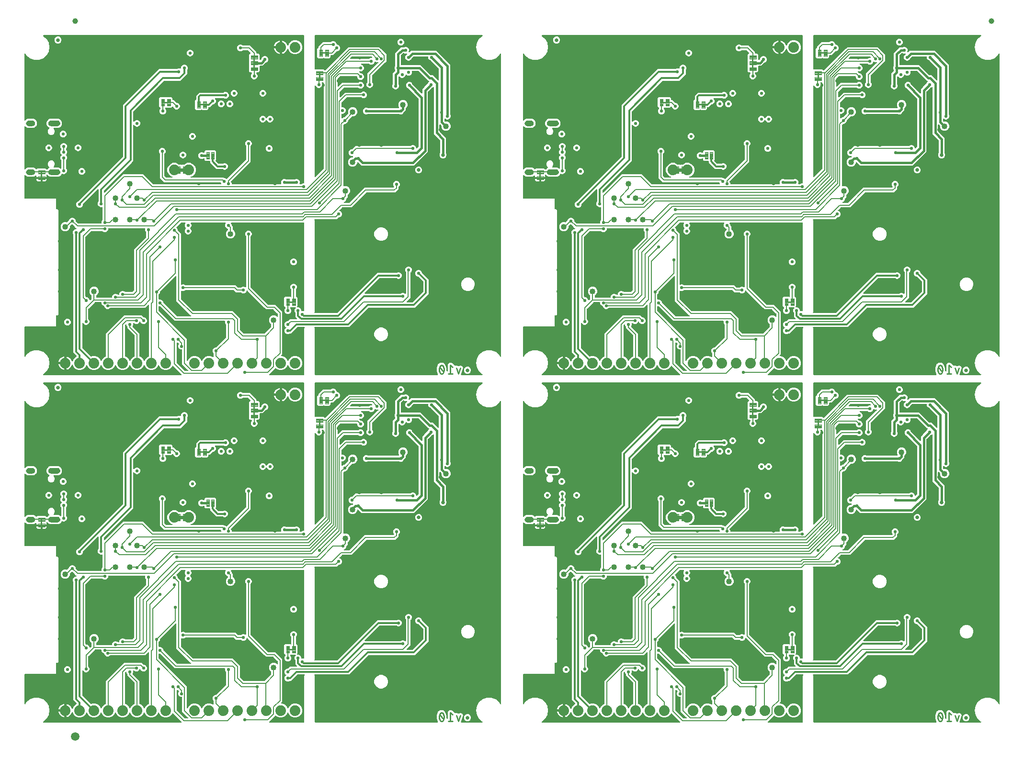
<source format=gbl>
G04 EAGLE Gerber RS-274X export*
G75*
%MOMM*%
%FSLAX34Y34*%
%LPD*%
%INBottom Copper*%
%IPPOS*%
%AMOC8*
5,1,8,0,0,1.08239X$1,22.5*%
G01*
%ADD10C,0.279400*%
%ADD11C,0.099059*%
%ADD12C,0.635000*%
%ADD13C,0.654000*%
%ADD14C,1.879600*%
%ADD15C,1.016000*%
%ADD16C,0.101600*%
%ADD17C,1.000000*%
%ADD18C,1.500000*%
%ADD19C,0.558800*%
%ADD20C,0.203200*%
%ADD21C,0.381000*%
%ADD22C,0.304800*%
%ADD23C,0.182881*%

G36*
X734132Y4076D02*
X734132Y4076D01*
X734215Y4078D01*
X734272Y4096D01*
X734331Y4105D01*
X734407Y4139D01*
X734486Y4164D01*
X734536Y4197D01*
X734590Y4221D01*
X734654Y4275D01*
X734723Y4321D01*
X734762Y4366D01*
X734807Y4404D01*
X734853Y4474D01*
X734907Y4537D01*
X734932Y4592D01*
X734965Y4641D01*
X734990Y4721D01*
X735024Y4797D01*
X735032Y4856D01*
X735050Y4912D01*
X735053Y4996D01*
X735064Y5078D01*
X735056Y5129D01*
X735058Y5196D01*
X735022Y5332D01*
X735009Y5409D01*
X734533Y6798D01*
X734501Y6862D01*
X734486Y6914D01*
X733795Y8330D01*
X732979Y11866D01*
X732938Y11973D01*
X732935Y11982D01*
X732935Y15959D01*
X732973Y16060D01*
X732979Y16074D01*
X733795Y19610D01*
X733860Y19742D01*
X733861Y19748D01*
X733864Y19752D01*
X733875Y19791D01*
X733947Y20013D01*
X733948Y20048D01*
X733956Y20075D01*
X733998Y20454D01*
X734161Y20584D01*
X734200Y20625D01*
X734245Y20659D01*
X734285Y20716D01*
X734356Y20791D01*
X734400Y20877D01*
X734440Y20932D01*
X734486Y21026D01*
X734508Y21095D01*
X734533Y21142D01*
X735206Y23105D01*
X739132Y25909D01*
X743955Y25909D01*
X747881Y23105D01*
X748554Y21142D01*
X748586Y21078D01*
X748601Y21027D01*
X749292Y19610D01*
X750108Y16074D01*
X750149Y15967D01*
X750152Y15958D01*
X750152Y11938D01*
X750160Y11880D01*
X750159Y11822D01*
X750180Y11740D01*
X750192Y11656D01*
X750216Y11603D01*
X750230Y11547D01*
X750274Y11474D01*
X750308Y11397D01*
X750346Y11352D01*
X750376Y11302D01*
X750437Y11244D01*
X750492Y11180D01*
X750540Y11148D01*
X750583Y11108D01*
X750658Y11069D01*
X750728Y11022D01*
X750784Y11005D01*
X750836Y10978D01*
X750904Y10967D01*
X750999Y10937D01*
X751099Y10934D01*
X751167Y10923D01*
X751714Y10923D01*
X751772Y10931D01*
X751830Y10929D01*
X751912Y10951D01*
X751995Y10963D01*
X752049Y10986D01*
X752105Y11001D01*
X752178Y11044D01*
X752255Y11079D01*
X752299Y11117D01*
X752350Y11146D01*
X752407Y11208D01*
X752472Y11262D01*
X752504Y11311D01*
X752544Y11354D01*
X752582Y11429D01*
X752629Y11499D01*
X752647Y11555D01*
X752673Y11607D01*
X752685Y11675D01*
X752715Y11770D01*
X752718Y11870D01*
X752729Y11938D01*
X752729Y21161D01*
X752720Y21224D01*
X752723Y21273D01*
X752552Y22810D01*
X752593Y22890D01*
X752610Y22916D01*
X752612Y22923D01*
X752651Y22989D01*
X752659Y23020D01*
X752673Y23048D01*
X752686Y23125D01*
X752723Y23264D01*
X752722Y23297D01*
X753817Y24393D01*
X753856Y24444D01*
X753892Y24476D01*
X754858Y25684D01*
X754947Y25713D01*
X755055Y25741D01*
X755082Y25757D01*
X755112Y25766D01*
X755176Y25812D01*
X755300Y25885D01*
X755323Y25909D01*
X756872Y25909D01*
X756936Y25918D01*
X756984Y25915D01*
X758522Y26086D01*
X758605Y26043D01*
X758701Y25986D01*
X758731Y25979D01*
X758759Y25964D01*
X758837Y25951D01*
X758976Y25915D01*
X759009Y25916D01*
X760104Y24820D01*
X760155Y24782D01*
X760188Y24746D01*
X765198Y20738D01*
X765243Y20711D01*
X765282Y20677D01*
X765365Y20639D01*
X765442Y20593D01*
X765493Y20580D01*
X765540Y20558D01*
X765630Y20544D01*
X765718Y20522D01*
X765770Y20523D01*
X765821Y20515D01*
X765893Y20527D01*
X766002Y20530D01*
X766089Y20557D01*
X766153Y20567D01*
X768254Y21268D01*
X770789Y20000D01*
X770805Y19995D01*
X770819Y19985D01*
X770940Y19950D01*
X771058Y19910D01*
X771075Y19909D01*
X771092Y19904D01*
X771218Y19903D01*
X771342Y19898D01*
X771359Y19902D01*
X771376Y19902D01*
X771444Y19922D01*
X771619Y19965D01*
X771660Y19989D01*
X771697Y20000D01*
X774232Y21268D01*
X777726Y20103D01*
X779373Y16809D01*
X776036Y6798D01*
X776033Y6783D01*
X776027Y6769D01*
X776008Y6643D01*
X775985Y6518D01*
X775986Y6503D01*
X775984Y6488D01*
X775995Y6420D01*
X776013Y6236D01*
X776030Y6192D01*
X776036Y6156D01*
X776043Y6136D01*
X775742Y5534D01*
X775739Y5526D01*
X775734Y5519D01*
X775694Y5391D01*
X775651Y5264D01*
X775651Y5256D01*
X775649Y5248D01*
X775645Y5113D01*
X775639Y4980D01*
X775641Y4972D01*
X775641Y4964D01*
X775675Y4835D01*
X775707Y4704D01*
X775711Y4697D01*
X775713Y4689D01*
X775781Y4574D01*
X775848Y4457D01*
X775854Y4451D01*
X775858Y4444D01*
X775956Y4353D01*
X776052Y4259D01*
X776059Y4255D01*
X776066Y4250D01*
X776184Y4189D01*
X776303Y4126D01*
X776311Y4124D01*
X776319Y4120D01*
X776370Y4112D01*
X776581Y4067D01*
X776619Y4070D01*
X776650Y4065D01*
X812967Y4065D01*
X813040Y4075D01*
X813114Y4075D01*
X813180Y4095D01*
X813249Y4105D01*
X813316Y4135D01*
X813386Y4155D01*
X813445Y4192D01*
X813508Y4221D01*
X813564Y4268D01*
X813626Y4308D01*
X813672Y4360D01*
X813725Y4404D01*
X813766Y4466D01*
X813815Y4521D01*
X813844Y4583D01*
X813883Y4641D01*
X813905Y4711D01*
X813936Y4778D01*
X813948Y4846D01*
X813968Y4912D01*
X813970Y4986D01*
X813982Y5058D01*
X813974Y5127D01*
X813976Y5196D01*
X813957Y5267D01*
X813948Y5341D01*
X813921Y5404D01*
X813904Y5471D01*
X813866Y5535D01*
X813838Y5602D01*
X813799Y5647D01*
X813759Y5716D01*
X813669Y5800D01*
X813620Y5858D01*
X807915Y10644D01*
X803929Y17549D01*
X802545Y25400D01*
X803929Y33251D01*
X807915Y40155D01*
X814022Y45280D01*
X821514Y48007D01*
X829486Y48007D01*
X836978Y45280D01*
X843085Y40156D01*
X844941Y36941D01*
X844953Y36926D01*
X844961Y36908D01*
X845040Y36814D01*
X845116Y36717D01*
X845132Y36706D01*
X845145Y36691D01*
X845247Y36622D01*
X845346Y36551D01*
X845365Y36544D01*
X845381Y36533D01*
X845499Y36496D01*
X845614Y36454D01*
X845634Y36453D01*
X845652Y36447D01*
X845775Y36444D01*
X845898Y36436D01*
X845917Y36441D01*
X845936Y36440D01*
X846055Y36471D01*
X846175Y36498D01*
X846193Y36507D01*
X846211Y36512D01*
X846317Y36574D01*
X846425Y36633D01*
X846439Y36647D01*
X846456Y36657D01*
X846540Y36747D01*
X846627Y36833D01*
X846637Y36850D01*
X846650Y36864D01*
X846706Y36974D01*
X846766Y37081D01*
X846771Y37100D01*
X846780Y37118D01*
X846792Y37190D01*
X846831Y37358D01*
X846829Y37409D01*
X846835Y37449D01*
X846835Y572151D01*
X846833Y572171D01*
X846835Y572190D01*
X846813Y572311D01*
X846795Y572433D01*
X846787Y572451D01*
X846784Y572470D01*
X846729Y572580D01*
X846679Y572692D01*
X846667Y572707D01*
X846658Y572725D01*
X846575Y572816D01*
X846496Y572909D01*
X846479Y572920D01*
X846466Y572935D01*
X846361Y572999D01*
X846259Y573067D01*
X846240Y573073D01*
X846224Y573083D01*
X846105Y573116D01*
X845988Y573153D01*
X845968Y573153D01*
X845949Y573158D01*
X845827Y573157D01*
X845704Y573160D01*
X845685Y573155D01*
X845665Y573155D01*
X845547Y573119D01*
X845429Y573088D01*
X845412Y573078D01*
X845393Y573072D01*
X845290Y573006D01*
X845184Y572943D01*
X845171Y572929D01*
X845154Y572918D01*
X845108Y572861D01*
X844990Y572736D01*
X844966Y572690D01*
X844941Y572659D01*
X843085Y569444D01*
X836978Y564320D01*
X829486Y561593D01*
X821514Y561593D01*
X814022Y564320D01*
X807915Y569444D01*
X803929Y576349D01*
X802545Y584200D01*
X803929Y592051D01*
X807915Y598955D01*
X813620Y603742D01*
X813669Y603797D01*
X813725Y603845D01*
X813764Y603902D01*
X813810Y603954D01*
X813842Y604020D01*
X813883Y604081D01*
X813904Y604147D01*
X813934Y604210D01*
X813946Y604282D01*
X813968Y604352D01*
X813970Y604421D01*
X813982Y604490D01*
X813974Y604563D01*
X813976Y604636D01*
X813958Y604703D01*
X813951Y604772D01*
X813923Y604840D01*
X813904Y604911D01*
X813869Y604971D01*
X813842Y605035D01*
X813796Y605093D01*
X813759Y605156D01*
X813708Y605203D01*
X813665Y605257D01*
X813605Y605300D01*
X813551Y605350D01*
X813490Y605382D01*
X813433Y605422D01*
X813364Y605446D01*
X813298Y605480D01*
X813240Y605490D01*
X813165Y605516D01*
X813043Y605523D01*
X812967Y605535D01*
X518414Y605535D01*
X518356Y605527D01*
X518298Y605529D01*
X518216Y605507D01*
X518132Y605495D01*
X518079Y605472D01*
X518023Y605457D01*
X517950Y605414D01*
X517873Y605379D01*
X517828Y605341D01*
X517778Y605312D01*
X517720Y605250D01*
X517656Y605196D01*
X517624Y605147D01*
X517584Y605104D01*
X517545Y605029D01*
X517498Y604959D01*
X517481Y604903D01*
X517454Y604851D01*
X517443Y604783D01*
X517413Y604688D01*
X517410Y604588D01*
X517399Y604520D01*
X517399Y580383D01*
X517390Y580371D01*
X517330Y580307D01*
X517304Y580258D01*
X517271Y580213D01*
X517251Y580160D01*
X517244Y580150D01*
X517236Y580124D01*
X517200Y580054D01*
X517192Y580006D01*
X517170Y579948D01*
X517166Y579903D01*
X517159Y579879D01*
X517156Y579793D01*
X517145Y579723D01*
X517145Y545973D01*
X517153Y545915D01*
X517151Y545857D01*
X517173Y545775D01*
X517185Y545691D01*
X517208Y545638D01*
X517223Y545582D01*
X517266Y545509D01*
X517301Y545432D01*
X517339Y545387D01*
X517368Y545337D01*
X517430Y545279D01*
X517484Y545215D01*
X517533Y545183D01*
X517576Y545143D01*
X517651Y545104D01*
X517721Y545057D01*
X517777Y545040D01*
X517829Y545013D01*
X517897Y545002D01*
X517992Y544972D01*
X518092Y544969D01*
X518160Y544958D01*
X533103Y544958D01*
X534803Y543257D01*
X534850Y543222D01*
X534890Y543180D01*
X534963Y543137D01*
X535030Y543086D01*
X535085Y543066D01*
X535135Y543036D01*
X535217Y543015D01*
X535296Y542985D01*
X535354Y542980D01*
X535411Y542966D01*
X535495Y542969D01*
X535579Y542962D01*
X535637Y542973D01*
X535695Y542975D01*
X535775Y543001D01*
X535858Y543017D01*
X535910Y543044D01*
X535966Y543062D01*
X536022Y543103D01*
X536110Y543148D01*
X536183Y543217D01*
X536239Y543257D01*
X574540Y581558D01*
X574540Y581559D01*
X577218Y584237D01*
X631386Y584237D01*
X644145Y571478D01*
X644145Y559656D01*
X619042Y534554D01*
X618990Y534484D01*
X618930Y534420D01*
X618904Y534371D01*
X618871Y534326D01*
X618840Y534245D01*
X618800Y534167D01*
X618792Y534119D01*
X618770Y534061D01*
X618758Y533913D01*
X618745Y533836D01*
X618745Y522779D01*
X618757Y522692D01*
X618760Y522605D01*
X618777Y522552D01*
X618785Y522497D01*
X618820Y522417D01*
X618847Y522334D01*
X618875Y522295D01*
X618901Y522238D01*
X618997Y522124D01*
X619042Y522061D01*
X619633Y521470D01*
X620523Y519322D01*
X620523Y516998D01*
X619633Y514850D01*
X617990Y513207D01*
X615842Y512317D01*
X613518Y512317D01*
X611370Y513207D01*
X609727Y514850D01*
X608837Y516998D01*
X608837Y519322D01*
X609727Y521470D01*
X610318Y522061D01*
X610370Y522131D01*
X610430Y522194D01*
X610456Y522244D01*
X610489Y522288D01*
X610520Y522370D01*
X610560Y522448D01*
X610568Y522495D01*
X610590Y522554D01*
X610602Y522701D01*
X610615Y522779D01*
X610615Y537624D01*
X613294Y540302D01*
X629296Y556304D01*
X629313Y556328D01*
X629336Y556347D01*
X629399Y556441D01*
X629467Y556531D01*
X629477Y556559D01*
X629493Y556583D01*
X629528Y556691D01*
X629568Y556797D01*
X629570Y556826D01*
X629579Y556854D01*
X629582Y556968D01*
X629591Y557080D01*
X629586Y557109D01*
X629586Y557138D01*
X629558Y557248D01*
X629536Y557359D01*
X629522Y557385D01*
X629515Y557413D01*
X629457Y557511D01*
X629405Y557611D01*
X629384Y557633D01*
X629369Y557658D01*
X629287Y557735D01*
X629209Y557817D01*
X629183Y557832D01*
X629162Y557852D01*
X629061Y557904D01*
X628963Y557961D01*
X628935Y557968D01*
X628909Y557982D01*
X628832Y557995D01*
X628688Y558031D01*
X628625Y558029D01*
X628578Y558037D01*
X626218Y558037D01*
X624467Y558763D01*
X624355Y558791D01*
X624246Y558826D01*
X624218Y558827D01*
X624191Y558834D01*
X624077Y558830D01*
X623962Y558833D01*
X623935Y558826D01*
X623907Y558825D01*
X623798Y558790D01*
X623687Y558761D01*
X623663Y558747D01*
X623636Y558739D01*
X623541Y558675D01*
X623442Y558616D01*
X623423Y558596D01*
X623400Y558581D01*
X623326Y558493D01*
X623248Y558409D01*
X623235Y558384D01*
X623217Y558363D01*
X623171Y558258D01*
X623118Y558156D01*
X623114Y558131D01*
X623102Y558103D01*
X623087Y557998D01*
X622173Y555791D01*
X620530Y554148D01*
X618382Y553258D01*
X616058Y553258D01*
X613910Y554148D01*
X613319Y554739D01*
X613249Y554791D01*
X613186Y554851D01*
X613136Y554877D01*
X613092Y554910D01*
X613010Y554941D01*
X612932Y554981D01*
X612885Y554989D01*
X612826Y555011D01*
X612679Y555023D01*
X612601Y555036D01*
X600034Y555036D01*
X599949Y555024D01*
X599863Y555022D01*
X599809Y555004D01*
X599752Y554996D01*
X599674Y554961D01*
X599592Y554935D01*
X599545Y554903D01*
X599493Y554880D01*
X599427Y554825D01*
X599356Y554777D01*
X599319Y554733D01*
X599276Y554697D01*
X599228Y554625D01*
X599173Y554559D01*
X599150Y554507D01*
X599118Y554460D01*
X599092Y554378D01*
X599057Y554299D01*
X599050Y554243D01*
X599032Y554189D01*
X599030Y554103D01*
X599018Y554018D01*
X599027Y553962D01*
X599025Y553905D01*
X599047Y553822D01*
X599059Y553736D01*
X599083Y553685D01*
X599097Y553630D01*
X599141Y553556D01*
X599176Y553477D01*
X599213Y553434D01*
X599242Y553385D01*
X599305Y553326D01*
X599361Y553261D01*
X599403Y553235D01*
X599450Y553191D01*
X599579Y553125D01*
X599645Y553083D01*
X601480Y552323D01*
X603123Y550680D01*
X604013Y548532D01*
X604013Y546208D01*
X603123Y544060D01*
X601480Y542417D01*
X599332Y541527D01*
X596972Y541527D01*
X596943Y541523D01*
X596914Y541526D01*
X596803Y541503D01*
X596691Y541487D01*
X596664Y541475D01*
X596635Y541470D01*
X596534Y541417D01*
X596431Y541371D01*
X596409Y541352D01*
X596383Y541339D01*
X596301Y541261D01*
X596214Y541188D01*
X596198Y541163D01*
X596177Y541143D01*
X596120Y541045D01*
X596057Y540951D01*
X596048Y540923D01*
X596033Y540898D01*
X596005Y540788D01*
X595971Y540680D01*
X595970Y540650D01*
X595963Y540622D01*
X595966Y540509D01*
X595964Y540396D01*
X595971Y540367D01*
X595972Y540338D01*
X596007Y540230D01*
X596035Y540121D01*
X596050Y540095D01*
X596059Y540067D01*
X596105Y540003D01*
X596181Y539876D01*
X596226Y539833D01*
X596254Y539794D01*
X597452Y538596D01*
X597778Y538270D01*
X597848Y538218D01*
X597912Y538158D01*
X597961Y538132D01*
X598006Y538099D01*
X598087Y538068D01*
X598165Y538028D01*
X598213Y538020D01*
X598271Y537998D01*
X598419Y537986D01*
X598496Y537973D01*
X599332Y537973D01*
X601480Y537083D01*
X603123Y535440D01*
X604013Y533292D01*
X604013Y530968D01*
X603123Y528820D01*
X601480Y527177D01*
X599332Y526287D01*
X597008Y526287D01*
X594860Y527177D01*
X593217Y528820D01*
X592327Y530968D01*
X592327Y531804D01*
X592315Y531890D01*
X592312Y531978D01*
X592295Y532030D01*
X592287Y532085D01*
X592252Y532165D01*
X592225Y532248D01*
X592197Y532288D01*
X592171Y532345D01*
X592075Y532458D01*
X592030Y532522D01*
X591704Y532848D01*
X591634Y532900D01*
X591570Y532960D01*
X591521Y532986D01*
X591476Y533019D01*
X591395Y533050D01*
X591317Y533090D01*
X591269Y533098D01*
X591211Y533120D01*
X591063Y533132D01*
X590986Y533145D01*
X562663Y533145D01*
X562576Y533133D01*
X562489Y533130D01*
X562436Y533113D01*
X562381Y533105D01*
X562302Y533070D01*
X562218Y533043D01*
X562179Y533015D01*
X562122Y532989D01*
X562009Y532893D01*
X561945Y532848D01*
X558082Y528985D01*
X558030Y528915D01*
X557970Y528851D01*
X557944Y528802D01*
X557911Y528758D01*
X557880Y528676D01*
X557840Y528598D01*
X557832Y528551D01*
X557810Y528492D01*
X557798Y528344D01*
X557785Y528267D01*
X557785Y515692D01*
X557789Y515663D01*
X557786Y515634D01*
X557809Y515523D01*
X557825Y515411D01*
X557837Y515384D01*
X557842Y515355D01*
X557894Y515255D01*
X557941Y515151D01*
X557960Y515129D01*
X557973Y515103D01*
X558051Y515021D01*
X558124Y514934D01*
X558149Y514918D01*
X558169Y514897D01*
X558267Y514839D01*
X558361Y514777D01*
X558389Y514768D01*
X558414Y514753D01*
X558524Y514725D01*
X558632Y514691D01*
X558662Y514690D01*
X558690Y514683D01*
X558803Y514686D01*
X558916Y514684D01*
X558945Y514691D01*
X558974Y514692D01*
X559082Y514727D01*
X559191Y514755D01*
X559217Y514770D01*
X559245Y514779D01*
X559308Y514825D01*
X559436Y514901D01*
X559479Y514946D01*
X559518Y514974D01*
X565498Y520955D01*
X593551Y520955D01*
X593638Y520967D01*
X593725Y520970D01*
X593778Y520987D01*
X593833Y520995D01*
X593913Y521030D01*
X593996Y521057D01*
X594035Y521085D01*
X594092Y521111D01*
X594206Y521207D01*
X594269Y521252D01*
X594860Y521843D01*
X597008Y522733D01*
X599332Y522733D01*
X601480Y521843D01*
X603123Y520200D01*
X604013Y518052D01*
X604013Y515728D01*
X603123Y513580D01*
X601480Y511937D01*
X599332Y511047D01*
X597008Y511047D01*
X594860Y511937D01*
X594269Y512528D01*
X594199Y512580D01*
X594136Y512640D01*
X594086Y512666D01*
X594042Y512699D01*
X593960Y512730D01*
X593882Y512770D01*
X593835Y512778D01*
X593776Y512800D01*
X593629Y512812D01*
X593551Y512825D01*
X569286Y512825D01*
X569200Y512813D01*
X569112Y512810D01*
X569060Y512793D01*
X569005Y512785D01*
X568925Y512750D01*
X568842Y512723D01*
X568802Y512695D01*
X568745Y512669D01*
X568632Y512573D01*
X568568Y512528D01*
X561384Y505344D01*
X561332Y505274D01*
X561272Y505210D01*
X561246Y505161D01*
X561213Y505117D01*
X561182Y505035D01*
X561142Y504957D01*
X561134Y504909D01*
X561112Y504851D01*
X561105Y504764D01*
X561101Y504751D01*
X561099Y504702D01*
X561087Y504626D01*
X561087Y496896D01*
X561091Y496867D01*
X561088Y496838D01*
X561111Y496727D01*
X561127Y496615D01*
X561139Y496588D01*
X561144Y496559D01*
X561196Y496459D01*
X561243Y496355D01*
X561262Y496333D01*
X561275Y496307D01*
X561353Y496225D01*
X561426Y496138D01*
X561451Y496122D01*
X561471Y496101D01*
X561569Y496043D01*
X561663Y495981D01*
X561691Y495972D01*
X561716Y495957D01*
X561826Y495929D01*
X561934Y495895D01*
X561964Y495894D01*
X561992Y495887D01*
X562105Y495890D01*
X562218Y495888D01*
X562247Y495895D01*
X562276Y495896D01*
X562384Y495931D01*
X562493Y495959D01*
X562519Y495974D01*
X562547Y495983D01*
X562610Y496029D01*
X562738Y496105D01*
X562781Y496150D01*
X562820Y496178D01*
X570451Y503810D01*
X599266Y503810D01*
X599353Y503822D01*
X599440Y503825D01*
X599493Y503842D01*
X599548Y503850D01*
X599628Y503885D01*
X599711Y503912D01*
X599750Y503940D01*
X599807Y503966D01*
X599920Y504062D01*
X599984Y504107D01*
X600575Y504698D01*
X602723Y505588D01*
X605047Y505588D01*
X607195Y504698D01*
X608838Y503055D01*
X609728Y500907D01*
X609728Y498583D01*
X608838Y496435D01*
X607195Y494792D01*
X605047Y493902D01*
X602723Y493902D01*
X600575Y494792D01*
X599984Y495383D01*
X599914Y495435D01*
X599851Y495495D01*
X599801Y495521D01*
X599757Y495554D01*
X599675Y495585D01*
X599597Y495625D01*
X599550Y495633D01*
X599491Y495655D01*
X599344Y495667D01*
X599266Y495680D01*
X574239Y495680D01*
X574153Y495668D01*
X574065Y495665D01*
X574013Y495648D01*
X573958Y495640D01*
X573878Y495605D01*
X573795Y495578D01*
X573755Y495550D01*
X573698Y495524D01*
X573585Y495428D01*
X573521Y495383D01*
X564686Y486548D01*
X564634Y486478D01*
X564574Y486414D01*
X564548Y486365D01*
X564515Y486320D01*
X564484Y486239D01*
X564444Y486161D01*
X564436Y486113D01*
X564414Y486055D01*
X564402Y485907D01*
X564389Y485830D01*
X564389Y479298D01*
X564397Y479240D01*
X564395Y479182D01*
X564417Y479100D01*
X564429Y479016D01*
X564452Y478963D01*
X564467Y478907D01*
X564510Y478834D01*
X564545Y478757D01*
X564583Y478712D01*
X564612Y478662D01*
X564674Y478604D01*
X564728Y478540D01*
X564777Y478508D01*
X564820Y478468D01*
X564895Y478429D01*
X564965Y478382D01*
X565021Y478365D01*
X565073Y478338D01*
X565141Y478327D01*
X565236Y478297D01*
X565336Y478294D01*
X565404Y478283D01*
X567582Y478283D01*
X569730Y477393D01*
X571373Y475750D01*
X572263Y473602D01*
X572263Y471278D01*
X571373Y469130D01*
X569730Y467487D01*
X567582Y466597D01*
X565404Y466597D01*
X565346Y466589D01*
X565288Y466591D01*
X565206Y466569D01*
X565122Y466557D01*
X565069Y466534D01*
X565013Y466519D01*
X564940Y466476D01*
X564863Y466441D01*
X564818Y466403D01*
X564768Y466374D01*
X564710Y466312D01*
X564646Y466258D01*
X564614Y466209D01*
X564574Y466166D01*
X564535Y466091D01*
X564488Y466021D01*
X564471Y465965D01*
X564444Y465913D01*
X564433Y465845D01*
X564403Y465750D01*
X564400Y465650D01*
X564389Y465582D01*
X564389Y459533D01*
X564393Y459504D01*
X564390Y459474D01*
X564413Y459363D01*
X564429Y459251D01*
X564441Y459224D01*
X564446Y459196D01*
X564499Y459095D01*
X564545Y458992D01*
X564564Y458969D01*
X564577Y458943D01*
X564655Y458861D01*
X564728Y458775D01*
X564753Y458758D01*
X564773Y458737D01*
X564871Y458680D01*
X564965Y458617D01*
X564993Y458608D01*
X565018Y458593D01*
X565128Y458566D01*
X565236Y458531D01*
X565266Y458531D01*
X565294Y458523D01*
X565407Y458527D01*
X565520Y458524D01*
X565549Y458531D01*
X565578Y458532D01*
X565686Y458567D01*
X565795Y458596D01*
X565821Y458611D01*
X565849Y458620D01*
X565913Y458665D01*
X566040Y458741D01*
X566083Y458787D01*
X566122Y458815D01*
X566920Y459613D01*
X569068Y460503D01*
X569904Y460503D01*
X569990Y460515D01*
X570078Y460518D01*
X570130Y460535D01*
X570185Y460543D01*
X570265Y460578D01*
X570348Y460605D01*
X570388Y460633D01*
X570445Y460659D01*
X570558Y460755D01*
X570622Y460800D01*
X576187Y466366D01*
X576188Y466367D01*
X576189Y466368D01*
X576274Y466481D01*
X576358Y466593D01*
X576359Y466594D01*
X576360Y466596D01*
X576408Y466723D01*
X576459Y466858D01*
X576459Y466860D01*
X576460Y466861D01*
X576471Y467000D01*
X576483Y467142D01*
X576483Y467143D01*
X576483Y467145D01*
X576479Y467160D01*
X576427Y467420D01*
X576413Y467448D01*
X576407Y467472D01*
X576071Y468283D01*
X576071Y471517D01*
X577309Y474505D01*
X579595Y476791D01*
X582583Y478029D01*
X585817Y478029D01*
X588805Y476791D01*
X591091Y474505D01*
X592329Y471517D01*
X592329Y468283D01*
X591091Y465295D01*
X588805Y463009D01*
X585817Y461771D01*
X583510Y461771D01*
X583424Y461759D01*
X583336Y461756D01*
X583283Y461739D01*
X583229Y461731D01*
X583149Y461696D01*
X583066Y461669D01*
X583026Y461641D01*
X582969Y461615D01*
X582856Y461519D01*
X582792Y461474D01*
X576370Y455052D01*
X576318Y454982D01*
X576258Y454918D01*
X576232Y454869D01*
X576199Y454824D01*
X576168Y454743D01*
X576128Y454665D01*
X576120Y454617D01*
X576098Y454559D01*
X576086Y454411D01*
X576073Y454334D01*
X576073Y453498D01*
X575183Y451350D01*
X573540Y449707D01*
X571392Y448817D01*
X570556Y448817D01*
X570470Y448805D01*
X570382Y448802D01*
X570330Y448785D01*
X570275Y448777D01*
X570195Y448742D01*
X570112Y448715D01*
X570072Y448687D01*
X570015Y448661D01*
X569902Y448565D01*
X569838Y448520D01*
X567988Y446670D01*
X567936Y446600D01*
X567876Y446536D01*
X567850Y446487D01*
X567817Y446442D01*
X567786Y446361D01*
X567746Y446283D01*
X567738Y446235D01*
X567716Y446177D01*
X567704Y446029D01*
X567691Y445952D01*
X567691Y338940D01*
X567707Y338826D01*
X567717Y338712D01*
X567727Y338686D01*
X567731Y338659D01*
X567778Y338554D01*
X567819Y338447D01*
X567835Y338424D01*
X567847Y338399D01*
X567921Y338312D01*
X567990Y338220D01*
X568013Y338203D01*
X568030Y338182D01*
X568126Y338119D01*
X568218Y338050D01*
X568244Y338040D01*
X568267Y338025D01*
X568377Y337990D01*
X568484Y337949D01*
X568512Y337947D01*
X568538Y337939D01*
X568653Y337936D01*
X568767Y337927D01*
X568792Y337932D01*
X568822Y337931D01*
X569079Y337999D01*
X569095Y338002D01*
X569883Y338329D01*
X573117Y338329D01*
X576105Y337091D01*
X578391Y334805D01*
X579629Y331817D01*
X579629Y328583D01*
X578391Y325595D01*
X576067Y323272D01*
X575947Y323200D01*
X575946Y323199D01*
X575944Y323198D01*
X575849Y323096D01*
X575752Y322994D01*
X575751Y322992D01*
X575750Y322991D01*
X575686Y322866D01*
X575621Y322741D01*
X575621Y322739D01*
X575620Y322738D01*
X575618Y322723D01*
X575566Y322462D01*
X575569Y322431D01*
X575565Y322407D01*
X575565Y318864D01*
X573322Y316622D01*
X573270Y316552D01*
X573210Y316488D01*
X573184Y316439D01*
X573151Y316394D01*
X573120Y316313D01*
X573080Y316235D01*
X573072Y316187D01*
X573050Y316129D01*
X573038Y315981D01*
X573025Y315904D01*
X573025Y315068D01*
X572135Y312920D01*
X570492Y311277D01*
X569384Y310818D01*
X569310Y310774D01*
X569232Y310739D01*
X569188Y310702D01*
X569139Y310673D01*
X569080Y310611D01*
X569015Y310555D01*
X568983Y310508D01*
X568944Y310467D01*
X568905Y310390D01*
X568857Y310319D01*
X568840Y310265D01*
X568814Y310214D01*
X568797Y310130D01*
X568771Y310048D01*
X568770Y309991D01*
X568759Y309935D01*
X568766Y309850D01*
X568764Y309764D01*
X568778Y309709D01*
X568783Y309652D01*
X568814Y309571D01*
X568836Y309489D01*
X568865Y309440D01*
X568885Y309387D01*
X568937Y309318D01*
X568981Y309244D01*
X569022Y309205D01*
X569057Y309160D01*
X569126Y309108D01*
X569188Y309050D01*
X569239Y309024D01*
X569284Y308990D01*
X569365Y308959D01*
X569441Y308920D01*
X569490Y308912D01*
X569550Y308889D01*
X569695Y308878D01*
X569772Y308865D01*
X578286Y308865D01*
X578372Y308877D01*
X578460Y308880D01*
X578512Y308897D01*
X578567Y308905D01*
X578647Y308940D01*
X578730Y308967D01*
X578770Y308995D01*
X578827Y309021D01*
X578940Y309117D01*
X579004Y309162D01*
X605376Y335535D01*
X655756Y335535D01*
X655842Y335547D01*
X655930Y335550D01*
X655982Y335567D01*
X656037Y335575D01*
X656117Y335610D01*
X656200Y335637D01*
X656240Y335665D01*
X656297Y335691D01*
X656410Y335787D01*
X656474Y335832D01*
X657121Y336480D01*
X657157Y336527D01*
X657199Y336567D01*
X657242Y336640D01*
X657292Y336707D01*
X657313Y336762D01*
X657343Y336812D01*
X657364Y336894D01*
X657394Y336973D01*
X657398Y337031D01*
X657413Y337088D01*
X657410Y337172D01*
X657417Y337256D01*
X657406Y337313D01*
X657404Y337372D01*
X657378Y337452D01*
X657361Y337535D01*
X657334Y337587D01*
X657316Y337642D01*
X657276Y337699D01*
X657230Y337787D01*
X657162Y337859D01*
X657121Y337916D01*
X656717Y338320D01*
X655827Y340468D01*
X655827Y342792D01*
X656717Y344940D01*
X658360Y346583D01*
X660508Y347473D01*
X662832Y347473D01*
X664980Y346583D01*
X666623Y344940D01*
X667513Y342792D01*
X667513Y340468D01*
X666623Y338320D01*
X666032Y337729D01*
X665980Y337659D01*
X665920Y337596D01*
X665894Y337546D01*
X665861Y337502D01*
X665830Y337420D01*
X665790Y337342D01*
X665782Y337295D01*
X665760Y337236D01*
X665748Y337089D01*
X665735Y337011D01*
X665735Y333596D01*
X659544Y327405D01*
X609164Y327405D01*
X609078Y327393D01*
X608990Y327390D01*
X608938Y327373D01*
X608883Y327365D01*
X608803Y327330D01*
X608720Y327303D01*
X608680Y327275D01*
X608623Y327249D01*
X608510Y327153D01*
X608446Y327108D01*
X582074Y300735D01*
X565984Y300735D01*
X565898Y300723D01*
X565810Y300720D01*
X565758Y300703D01*
X565703Y300695D01*
X565623Y300660D01*
X565540Y300633D01*
X565500Y300605D01*
X565443Y300579D01*
X565330Y300483D01*
X565266Y300438D01*
X561036Y296207D01*
X560967Y296116D01*
X560893Y296028D01*
X560881Y296002D01*
X560865Y295980D01*
X560824Y295873D01*
X560777Y295768D01*
X560773Y295740D01*
X560764Y295714D01*
X560754Y295600D01*
X560738Y295486D01*
X560742Y295459D01*
X560740Y295431D01*
X560763Y295319D01*
X560779Y295205D01*
X560790Y295180D01*
X560796Y295152D01*
X560849Y295050D01*
X560896Y294946D01*
X560914Y294925D01*
X560927Y294900D01*
X561006Y294817D01*
X561080Y294729D01*
X561102Y294716D01*
X561123Y294694D01*
X561352Y294560D01*
X561365Y294551D01*
X562817Y293950D01*
X564460Y292307D01*
X565350Y290159D01*
X565350Y287835D01*
X564460Y285687D01*
X562817Y284044D01*
X560669Y283154D01*
X559833Y283154D01*
X559747Y283142D01*
X559659Y283139D01*
X559606Y283122D01*
X559552Y283114D01*
X559472Y283079D01*
X559389Y283052D01*
X559349Y283024D01*
X559292Y282998D01*
X559179Y282902D01*
X559115Y282857D01*
X556111Y279852D01*
X517720Y279852D01*
X517640Y279841D01*
X517559Y279839D01*
X517500Y279821D01*
X517439Y279812D01*
X517365Y279779D01*
X517288Y279755D01*
X517236Y279721D01*
X517180Y279696D01*
X517118Y279644D01*
X517050Y279599D01*
X517010Y279552D01*
X516963Y279512D01*
X516918Y279445D01*
X516865Y279383D01*
X516839Y279327D01*
X516805Y279276D01*
X516781Y279199D01*
X516747Y279125D01*
X516738Y279064D01*
X516719Y279005D01*
X516717Y278924D01*
X516705Y278844D01*
X516714Y278782D01*
X516712Y278721D01*
X516732Y278642D01*
X516743Y278562D01*
X516766Y278514D01*
X516784Y278446D01*
X516829Y278369D01*
X516897Y277824D01*
X516904Y277800D01*
X516904Y277776D01*
X516941Y277663D01*
X516972Y277549D01*
X516984Y277528D01*
X516992Y277505D01*
X517036Y277443D01*
X517119Y277306D01*
X517145Y277283D01*
X517145Y275906D01*
X517155Y275835D01*
X517153Y275780D01*
X517323Y274418D01*
X517276Y274326D01*
X517217Y274224D01*
X517211Y274200D01*
X517200Y274178D01*
X517188Y274102D01*
X517150Y273948D01*
X517152Y273891D01*
X517145Y273847D01*
X517145Y119853D01*
X517148Y119829D01*
X517146Y119804D01*
X517168Y119688D01*
X517185Y119571D01*
X517195Y119549D01*
X517199Y119525D01*
X517236Y119457D01*
X517301Y119312D01*
X517323Y119285D01*
X517153Y117920D01*
X517154Y117847D01*
X517145Y117794D01*
X517145Y116421D01*
X517087Y116335D01*
X517016Y116241D01*
X517007Y116218D01*
X516993Y116198D01*
X516988Y116182D01*
X516988Y116181D01*
X516964Y116105D01*
X516915Y115975D01*
X516912Y115940D01*
X516902Y115910D01*
X516902Y115892D01*
X516897Y115876D01*
X516832Y115355D01*
X516812Y115314D01*
X516767Y115247D01*
X516748Y115188D01*
X516720Y115133D01*
X516705Y115053D01*
X516681Y114976D01*
X516679Y114914D01*
X516668Y114853D01*
X516676Y114773D01*
X516674Y114692D01*
X516689Y114632D01*
X516695Y114570D01*
X516725Y114495D01*
X516746Y114417D01*
X516777Y114364D01*
X516800Y114306D01*
X516849Y114242D01*
X516891Y114172D01*
X516936Y114130D01*
X516974Y114081D01*
X517039Y114033D01*
X517098Y113978D01*
X517153Y113950D01*
X517203Y113913D01*
X517279Y113885D01*
X517351Y113848D01*
X517404Y113839D01*
X517470Y113815D01*
X517605Y113806D01*
X517682Y113793D01*
X556485Y113793D01*
X556572Y113805D01*
X556659Y113808D01*
X556712Y113825D01*
X556767Y113833D01*
X556847Y113868D01*
X556930Y113895D01*
X556969Y113923D01*
X557026Y113949D01*
X557140Y114045D01*
X557203Y114090D01*
X628026Y184913D01*
X661369Y184913D01*
X661456Y184925D01*
X661543Y184928D01*
X661596Y184945D01*
X661651Y184953D01*
X661731Y184988D01*
X661814Y185015D01*
X661853Y185043D01*
X661910Y185069D01*
X662023Y185165D01*
X662087Y185210D01*
X662170Y185293D01*
X664318Y186183D01*
X666642Y186183D01*
X668790Y185293D01*
X670433Y183650D01*
X671323Y181502D01*
X671323Y179178D01*
X670433Y177030D01*
X668790Y175387D01*
X666642Y174497D01*
X664318Y174497D01*
X662170Y175387D01*
X662087Y175470D01*
X662017Y175522D01*
X661954Y175582D01*
X661904Y175608D01*
X661860Y175641D01*
X661778Y175672D01*
X661700Y175712D01*
X661653Y175720D01*
X661594Y175742D01*
X661447Y175754D01*
X661369Y175767D01*
X632235Y175767D01*
X632148Y175755D01*
X632061Y175752D01*
X632008Y175735D01*
X631953Y175727D01*
X631873Y175692D01*
X631790Y175665D01*
X631751Y175637D01*
X631694Y175611D01*
X631580Y175515D01*
X631517Y175470D01*
X605863Y149816D01*
X605845Y149792D01*
X605823Y149773D01*
X605760Y149679D01*
X605692Y149589D01*
X605681Y149561D01*
X605665Y149537D01*
X605631Y149429D01*
X605591Y149323D01*
X605588Y149294D01*
X605579Y149266D01*
X605576Y149152D01*
X605567Y149040D01*
X605573Y149011D01*
X605572Y148982D01*
X605601Y148872D01*
X605623Y148761D01*
X605636Y148735D01*
X605644Y148707D01*
X605702Y148609D01*
X605754Y148509D01*
X605774Y148487D01*
X605789Y148462D01*
X605872Y148385D01*
X605950Y148303D01*
X605975Y148288D01*
X605996Y148268D01*
X606097Y148216D01*
X606195Y148159D01*
X606223Y148152D01*
X606250Y148138D01*
X606327Y148125D01*
X606470Y148089D01*
X606533Y148091D01*
X606581Y148083D01*
X668989Y148083D01*
X669076Y148095D01*
X669163Y148098D01*
X669216Y148115D01*
X669271Y148123D01*
X669351Y148158D01*
X669434Y148185D01*
X669473Y148213D01*
X669530Y148239D01*
X669643Y148335D01*
X669707Y148380D01*
X669790Y148463D01*
X671938Y149353D01*
X674262Y149353D01*
X676410Y148463D01*
X676827Y148046D01*
X676851Y148028D01*
X676870Y148006D01*
X676964Y147943D01*
X677054Y147875D01*
X677082Y147864D01*
X677106Y147848D01*
X677214Y147814D01*
X677320Y147774D01*
X677349Y147771D01*
X677377Y147762D01*
X677491Y147759D01*
X677603Y147750D01*
X677632Y147756D01*
X677661Y147755D01*
X677771Y147784D01*
X677882Y147806D01*
X677908Y147819D01*
X677936Y147827D01*
X678034Y147885D01*
X678134Y147937D01*
X678156Y147957D01*
X678181Y147972D01*
X678258Y148055D01*
X678340Y148133D01*
X678355Y148158D01*
X678375Y148179D01*
X678427Y148280D01*
X678484Y148378D01*
X678491Y148406D01*
X678505Y148433D01*
X678518Y148510D01*
X678554Y148653D01*
X678552Y148716D01*
X678560Y148764D01*
X678560Y186516D01*
X678548Y186603D01*
X678545Y186691D01*
X678528Y186743D01*
X678520Y186798D01*
X678485Y186878D01*
X678458Y186961D01*
X678430Y187000D01*
X678404Y187057D01*
X678321Y187155D01*
X677417Y189338D01*
X677417Y191662D01*
X678307Y193810D01*
X679950Y195453D01*
X682098Y196343D01*
X684422Y196343D01*
X686570Y195453D01*
X688213Y193810D01*
X689103Y191662D01*
X689103Y189338D01*
X688213Y187190D01*
X686987Y185964D01*
X686935Y185894D01*
X686875Y185831D01*
X686849Y185781D01*
X686816Y185737D01*
X686785Y185655D01*
X686745Y185577D01*
X686737Y185530D01*
X686715Y185471D01*
X686703Y185324D01*
X686690Y185246D01*
X686690Y141191D01*
X680074Y134576D01*
X680057Y134552D01*
X680034Y134533D01*
X679971Y134439D01*
X679903Y134349D01*
X679893Y134321D01*
X679877Y134297D01*
X679842Y134189D01*
X679802Y134083D01*
X679800Y134054D01*
X679791Y134026D01*
X679788Y133912D01*
X679779Y133800D01*
X679784Y133771D01*
X679784Y133742D01*
X679812Y133632D01*
X679834Y133521D01*
X679848Y133495D01*
X679855Y133467D01*
X679913Y133369D01*
X679965Y133269D01*
X679986Y133247D01*
X680001Y133222D01*
X680083Y133145D01*
X680161Y133063D01*
X680187Y133048D01*
X680208Y133028D01*
X680309Y132976D01*
X680407Y132919D01*
X680435Y132912D01*
X680461Y132898D01*
X680538Y132885D01*
X680682Y132849D01*
X680745Y132851D01*
X680792Y132843D01*
X689835Y132843D01*
X689922Y132855D01*
X690009Y132858D01*
X690062Y132875D01*
X690117Y132883D01*
X690197Y132918D01*
X690280Y132945D01*
X690319Y132973D01*
X690376Y132999D01*
X690490Y133095D01*
X690553Y133140D01*
X708870Y151457D01*
X708922Y151527D01*
X708982Y151590D01*
X709008Y151640D01*
X709041Y151684D01*
X709072Y151766D01*
X709112Y151844D01*
X709120Y151891D01*
X709142Y151950D01*
X709154Y152097D01*
X709167Y152175D01*
X709167Y169135D01*
X709155Y169222D01*
X709152Y169309D01*
X709135Y169362D01*
X709127Y169417D01*
X709092Y169497D01*
X709065Y169580D01*
X709037Y169619D01*
X709011Y169676D01*
X708915Y169789D01*
X708870Y169853D01*
X700713Y178010D01*
X700643Y178062D01*
X700580Y178122D01*
X700530Y178148D01*
X700486Y178181D01*
X700404Y178212D01*
X700326Y178252D01*
X700279Y178260D01*
X700220Y178282D01*
X700073Y178294D01*
X699995Y178307D01*
X699878Y178307D01*
X697730Y179197D01*
X696087Y180840D01*
X695197Y182988D01*
X695197Y185312D01*
X696087Y187460D01*
X697730Y189103D01*
X699878Y189993D01*
X702202Y189993D01*
X704350Y189103D01*
X705993Y187460D01*
X706883Y185312D01*
X706883Y185195D01*
X706895Y185108D01*
X706898Y185021D01*
X706915Y184968D01*
X706923Y184913D01*
X706958Y184833D01*
X706985Y184750D01*
X707013Y184711D01*
X707039Y184654D01*
X707135Y184541D01*
X707180Y184477D01*
X715337Y176320D01*
X718313Y173344D01*
X718313Y147966D01*
X694044Y123697D01*
X613185Y123697D01*
X613098Y123685D01*
X613011Y123682D01*
X612958Y123665D01*
X612903Y123657D01*
X612823Y123622D01*
X612740Y123595D01*
X612701Y123567D01*
X612644Y123541D01*
X612530Y123445D01*
X612467Y123400D01*
X578474Y89407D01*
X517682Y89407D01*
X517602Y89396D01*
X517521Y89394D01*
X517462Y89376D01*
X517401Y89367D01*
X517327Y89334D01*
X517249Y89310D01*
X517198Y89276D01*
X517141Y89251D01*
X517079Y89199D01*
X517012Y89154D01*
X516971Y89107D01*
X516924Y89068D01*
X516879Y89000D01*
X516827Y88938D01*
X516801Y88882D01*
X516767Y88831D01*
X516742Y88753D01*
X516709Y88680D01*
X516700Y88619D01*
X516681Y88560D01*
X516679Y88479D01*
X516667Y88399D01*
X516675Y88337D01*
X516674Y88276D01*
X516694Y88197D01*
X516705Y88117D01*
X516728Y88069D01*
X516746Y88001D01*
X516815Y87884D01*
X516832Y87848D01*
X516897Y87324D01*
X516904Y87300D01*
X516904Y87276D01*
X516941Y87163D01*
X516972Y87049D01*
X516984Y87028D01*
X516992Y87005D01*
X517037Y86942D01*
X517119Y86806D01*
X517145Y86783D01*
X517145Y85406D01*
X517155Y85335D01*
X517153Y85280D01*
X517323Y83918D01*
X517276Y83826D01*
X517217Y83724D01*
X517211Y83700D01*
X517200Y83678D01*
X517188Y83602D01*
X517150Y83448D01*
X517152Y83391D01*
X517145Y83347D01*
X517145Y18253D01*
X517148Y18229D01*
X517146Y18204D01*
X517152Y18174D01*
X517151Y18162D01*
X517161Y18126D01*
X517168Y18088D01*
X517185Y17971D01*
X517195Y17949D01*
X517199Y17925D01*
X517236Y17857D01*
X517301Y17712D01*
X517323Y17685D01*
X517262Y17194D01*
X517262Y17186D01*
X517260Y17178D01*
X517264Y17043D01*
X517266Y16910D01*
X517269Y16902D01*
X517269Y16894D01*
X517310Y16766D01*
X517350Y16638D01*
X517354Y16631D01*
X517357Y16623D01*
X517386Y16582D01*
X517399Y16563D01*
X517399Y5080D01*
X517407Y5022D01*
X517405Y4964D01*
X517427Y4882D01*
X517439Y4798D01*
X517462Y4745D01*
X517477Y4689D01*
X517520Y4616D01*
X517555Y4539D01*
X517593Y4494D01*
X517622Y4444D01*
X517684Y4386D01*
X517738Y4322D01*
X517787Y4290D01*
X517830Y4250D01*
X517905Y4211D01*
X517975Y4164D01*
X518031Y4147D01*
X518083Y4120D01*
X518151Y4109D01*
X518246Y4079D01*
X518346Y4076D01*
X518414Y4065D01*
X734049Y4065D01*
X734132Y4076D01*
G37*
G36*
X1615512Y4076D02*
X1615512Y4076D01*
X1615595Y4078D01*
X1615652Y4096D01*
X1615711Y4105D01*
X1615787Y4139D01*
X1615866Y4164D01*
X1615916Y4197D01*
X1615970Y4221D01*
X1616034Y4275D01*
X1616103Y4321D01*
X1616142Y4366D01*
X1616187Y4404D01*
X1616233Y4474D01*
X1616287Y4537D01*
X1616312Y4592D01*
X1616345Y4641D01*
X1616370Y4721D01*
X1616404Y4797D01*
X1616412Y4856D01*
X1616430Y4912D01*
X1616433Y4996D01*
X1616444Y5078D01*
X1616436Y5129D01*
X1616438Y5196D01*
X1616402Y5332D01*
X1616389Y5409D01*
X1615913Y6798D01*
X1615881Y6862D01*
X1615866Y6914D01*
X1615175Y8330D01*
X1614359Y11866D01*
X1614318Y11973D01*
X1614315Y11982D01*
X1614315Y15959D01*
X1614353Y16060D01*
X1614359Y16074D01*
X1615175Y19610D01*
X1615240Y19742D01*
X1615241Y19748D01*
X1615244Y19752D01*
X1615255Y19791D01*
X1615327Y20013D01*
X1615328Y20048D01*
X1615336Y20075D01*
X1615378Y20454D01*
X1615541Y20584D01*
X1615580Y20625D01*
X1615625Y20659D01*
X1615665Y20716D01*
X1615736Y20791D01*
X1615780Y20877D01*
X1615820Y20932D01*
X1615866Y21026D01*
X1615888Y21095D01*
X1615913Y21142D01*
X1616586Y23105D01*
X1620512Y25909D01*
X1625335Y25909D01*
X1629261Y23105D01*
X1629934Y21142D01*
X1629966Y21078D01*
X1629981Y21027D01*
X1630672Y19610D01*
X1631488Y16074D01*
X1631529Y15967D01*
X1631532Y15958D01*
X1631532Y11938D01*
X1631540Y11880D01*
X1631539Y11822D01*
X1631560Y11740D01*
X1631572Y11656D01*
X1631596Y11603D01*
X1631610Y11547D01*
X1631654Y11474D01*
X1631688Y11397D01*
X1631726Y11352D01*
X1631756Y11302D01*
X1631817Y11244D01*
X1631872Y11180D01*
X1631920Y11148D01*
X1631963Y11108D01*
X1632038Y11069D01*
X1632108Y11022D01*
X1632164Y11005D01*
X1632216Y10978D01*
X1632284Y10967D01*
X1632379Y10937D01*
X1632479Y10934D01*
X1632547Y10923D01*
X1633094Y10923D01*
X1633152Y10931D01*
X1633210Y10929D01*
X1633292Y10951D01*
X1633375Y10963D01*
X1633429Y10986D01*
X1633485Y11001D01*
X1633558Y11044D01*
X1633635Y11079D01*
X1633679Y11117D01*
X1633730Y11146D01*
X1633787Y11208D01*
X1633852Y11262D01*
X1633884Y11311D01*
X1633924Y11354D01*
X1633962Y11429D01*
X1634009Y11499D01*
X1634027Y11555D01*
X1634053Y11607D01*
X1634065Y11675D01*
X1634095Y11770D01*
X1634098Y11870D01*
X1634109Y11938D01*
X1634109Y21161D01*
X1634100Y21224D01*
X1634103Y21273D01*
X1633932Y22810D01*
X1633973Y22890D01*
X1633990Y22916D01*
X1633992Y22923D01*
X1634031Y22989D01*
X1634039Y23020D01*
X1634053Y23048D01*
X1634066Y23125D01*
X1634103Y23264D01*
X1634102Y23297D01*
X1635197Y24393D01*
X1635236Y24444D01*
X1635272Y24476D01*
X1636238Y25684D01*
X1636327Y25713D01*
X1636435Y25741D01*
X1636462Y25757D01*
X1636492Y25766D01*
X1636556Y25812D01*
X1636680Y25885D01*
X1636703Y25909D01*
X1638252Y25909D01*
X1638316Y25918D01*
X1638364Y25915D01*
X1639902Y26086D01*
X1639985Y26043D01*
X1640081Y25986D01*
X1640111Y25979D01*
X1640139Y25964D01*
X1640217Y25951D01*
X1640356Y25915D01*
X1640389Y25916D01*
X1641484Y24820D01*
X1641535Y24782D01*
X1641568Y24746D01*
X1646578Y20738D01*
X1646623Y20711D01*
X1646662Y20677D01*
X1646745Y20639D01*
X1646822Y20593D01*
X1646873Y20580D01*
X1646920Y20558D01*
X1647010Y20544D01*
X1647098Y20522D01*
X1647150Y20523D01*
X1647201Y20515D01*
X1647273Y20527D01*
X1647382Y20530D01*
X1647469Y20557D01*
X1647533Y20567D01*
X1649634Y21268D01*
X1652169Y20000D01*
X1652185Y19995D01*
X1652199Y19985D01*
X1652320Y19950D01*
X1652438Y19910D01*
X1652455Y19909D01*
X1652472Y19904D01*
X1652598Y19903D01*
X1652722Y19898D01*
X1652739Y19902D01*
X1652756Y19902D01*
X1652824Y19922D01*
X1652999Y19965D01*
X1653040Y19989D01*
X1653077Y20000D01*
X1655612Y21268D01*
X1659106Y20103D01*
X1660753Y16809D01*
X1657416Y6798D01*
X1657413Y6783D01*
X1657407Y6769D01*
X1657388Y6643D01*
X1657365Y6518D01*
X1657366Y6503D01*
X1657364Y6488D01*
X1657375Y6420D01*
X1657393Y6236D01*
X1657410Y6192D01*
X1657416Y6156D01*
X1657423Y6136D01*
X1657122Y5534D01*
X1657119Y5526D01*
X1657114Y5519D01*
X1657074Y5391D01*
X1657031Y5264D01*
X1657031Y5256D01*
X1657029Y5248D01*
X1657025Y5113D01*
X1657019Y4980D01*
X1657021Y4972D01*
X1657021Y4964D01*
X1657055Y4835D01*
X1657087Y4704D01*
X1657091Y4697D01*
X1657093Y4689D01*
X1657161Y4574D01*
X1657228Y4457D01*
X1657234Y4451D01*
X1657238Y4444D01*
X1657336Y4353D01*
X1657432Y4259D01*
X1657439Y4255D01*
X1657446Y4250D01*
X1657564Y4189D01*
X1657683Y4126D01*
X1657691Y4124D01*
X1657699Y4120D01*
X1657750Y4112D01*
X1657961Y4067D01*
X1657999Y4070D01*
X1658030Y4065D01*
X1694347Y4065D01*
X1694420Y4075D01*
X1694494Y4075D01*
X1694560Y4095D01*
X1694629Y4105D01*
X1694696Y4135D01*
X1694766Y4155D01*
X1694825Y4192D01*
X1694888Y4221D01*
X1694944Y4268D01*
X1695006Y4308D01*
X1695052Y4360D01*
X1695105Y4404D01*
X1695146Y4466D01*
X1695195Y4521D01*
X1695224Y4583D01*
X1695263Y4641D01*
X1695285Y4711D01*
X1695316Y4778D01*
X1695328Y4846D01*
X1695348Y4912D01*
X1695350Y4986D01*
X1695362Y5058D01*
X1695354Y5127D01*
X1695356Y5196D01*
X1695337Y5267D01*
X1695328Y5341D01*
X1695301Y5404D01*
X1695284Y5471D01*
X1695246Y5535D01*
X1695218Y5602D01*
X1695179Y5647D01*
X1695139Y5716D01*
X1695049Y5800D01*
X1695000Y5858D01*
X1689295Y10644D01*
X1685309Y17549D01*
X1683925Y25400D01*
X1685309Y33251D01*
X1689295Y40155D01*
X1695402Y45280D01*
X1702894Y48007D01*
X1710866Y48007D01*
X1718358Y45280D01*
X1724465Y40156D01*
X1726321Y36941D01*
X1726333Y36926D01*
X1726341Y36908D01*
X1726420Y36814D01*
X1726496Y36717D01*
X1726512Y36706D01*
X1726525Y36691D01*
X1726627Y36622D01*
X1726726Y36551D01*
X1726745Y36544D01*
X1726761Y36533D01*
X1726879Y36496D01*
X1726994Y36454D01*
X1727014Y36453D01*
X1727032Y36447D01*
X1727155Y36444D01*
X1727278Y36436D01*
X1727297Y36441D01*
X1727316Y36440D01*
X1727435Y36471D01*
X1727555Y36498D01*
X1727573Y36507D01*
X1727591Y36512D01*
X1727697Y36574D01*
X1727805Y36633D01*
X1727819Y36647D01*
X1727836Y36657D01*
X1727920Y36747D01*
X1728007Y36833D01*
X1728017Y36850D01*
X1728030Y36864D01*
X1728086Y36974D01*
X1728146Y37081D01*
X1728151Y37100D01*
X1728160Y37118D01*
X1728172Y37190D01*
X1728211Y37358D01*
X1728209Y37409D01*
X1728215Y37449D01*
X1728215Y572151D01*
X1728213Y572171D01*
X1728215Y572190D01*
X1728193Y572311D01*
X1728175Y572433D01*
X1728167Y572451D01*
X1728164Y572470D01*
X1728109Y572580D01*
X1728059Y572692D01*
X1728047Y572707D01*
X1728038Y572725D01*
X1727955Y572816D01*
X1727876Y572909D01*
X1727859Y572920D01*
X1727846Y572935D01*
X1727741Y572999D01*
X1727639Y573067D01*
X1727620Y573073D01*
X1727604Y573083D01*
X1727485Y573116D01*
X1727368Y573153D01*
X1727348Y573153D01*
X1727329Y573158D01*
X1727207Y573157D01*
X1727084Y573160D01*
X1727065Y573155D01*
X1727045Y573155D01*
X1726927Y573119D01*
X1726809Y573088D01*
X1726792Y573078D01*
X1726773Y573072D01*
X1726670Y573006D01*
X1726564Y572943D01*
X1726551Y572929D01*
X1726534Y572918D01*
X1726488Y572861D01*
X1726370Y572736D01*
X1726346Y572690D01*
X1726321Y572659D01*
X1724465Y569444D01*
X1718358Y564320D01*
X1710866Y561593D01*
X1702894Y561593D01*
X1695402Y564320D01*
X1689295Y569444D01*
X1685309Y576349D01*
X1683925Y584200D01*
X1685309Y592051D01*
X1689295Y598955D01*
X1695000Y603742D01*
X1695049Y603797D01*
X1695105Y603845D01*
X1695144Y603902D01*
X1695190Y603954D01*
X1695222Y604020D01*
X1695263Y604081D01*
X1695284Y604147D01*
X1695314Y604210D01*
X1695326Y604282D01*
X1695348Y604352D01*
X1695350Y604421D01*
X1695362Y604490D01*
X1695354Y604563D01*
X1695356Y604636D01*
X1695338Y604703D01*
X1695331Y604772D01*
X1695303Y604840D01*
X1695284Y604911D01*
X1695249Y604971D01*
X1695222Y605035D01*
X1695176Y605093D01*
X1695139Y605156D01*
X1695088Y605203D01*
X1695045Y605257D01*
X1694985Y605300D01*
X1694931Y605350D01*
X1694870Y605382D01*
X1694813Y605422D01*
X1694744Y605446D01*
X1694678Y605480D01*
X1694620Y605490D01*
X1694545Y605516D01*
X1694423Y605523D01*
X1694347Y605535D01*
X1399794Y605535D01*
X1399736Y605527D01*
X1399678Y605529D01*
X1399596Y605507D01*
X1399512Y605495D01*
X1399459Y605472D01*
X1399403Y605457D01*
X1399330Y605414D01*
X1399253Y605379D01*
X1399208Y605341D01*
X1399158Y605312D01*
X1399100Y605250D01*
X1399036Y605196D01*
X1399004Y605147D01*
X1398964Y605104D01*
X1398925Y605029D01*
X1398878Y604959D01*
X1398861Y604903D01*
X1398834Y604851D01*
X1398823Y604783D01*
X1398793Y604688D01*
X1398790Y604588D01*
X1398779Y604520D01*
X1398779Y580383D01*
X1398770Y580371D01*
X1398710Y580307D01*
X1398684Y580258D01*
X1398651Y580213D01*
X1398631Y580160D01*
X1398624Y580150D01*
X1398616Y580124D01*
X1398580Y580054D01*
X1398572Y580006D01*
X1398550Y579948D01*
X1398546Y579903D01*
X1398539Y579879D01*
X1398536Y579793D01*
X1398525Y579723D01*
X1398525Y545973D01*
X1398533Y545915D01*
X1398531Y545857D01*
X1398553Y545775D01*
X1398565Y545691D01*
X1398588Y545638D01*
X1398603Y545582D01*
X1398646Y545509D01*
X1398681Y545432D01*
X1398719Y545387D01*
X1398748Y545337D01*
X1398810Y545279D01*
X1398864Y545215D01*
X1398913Y545183D01*
X1398956Y545143D01*
X1399031Y545104D01*
X1399101Y545057D01*
X1399157Y545040D01*
X1399209Y545013D01*
X1399277Y545002D01*
X1399372Y544972D01*
X1399472Y544969D01*
X1399540Y544958D01*
X1414483Y544958D01*
X1416183Y543257D01*
X1416230Y543222D01*
X1416270Y543180D01*
X1416343Y543137D01*
X1416410Y543086D01*
X1416465Y543066D01*
X1416515Y543036D01*
X1416597Y543015D01*
X1416676Y542985D01*
X1416734Y542980D01*
X1416791Y542966D01*
X1416875Y542969D01*
X1416959Y542962D01*
X1417017Y542973D01*
X1417075Y542975D01*
X1417155Y543001D01*
X1417238Y543017D01*
X1417290Y543044D01*
X1417346Y543062D01*
X1417402Y543103D01*
X1417490Y543148D01*
X1417563Y543217D01*
X1417619Y543257D01*
X1458598Y584237D01*
X1512766Y584237D01*
X1525525Y571478D01*
X1525525Y559656D01*
X1500422Y534554D01*
X1500370Y534484D01*
X1500310Y534420D01*
X1500284Y534371D01*
X1500251Y534326D01*
X1500220Y534245D01*
X1500180Y534167D01*
X1500172Y534119D01*
X1500150Y534061D01*
X1500138Y533913D01*
X1500125Y533836D01*
X1500125Y522779D01*
X1500137Y522692D01*
X1500140Y522605D01*
X1500157Y522552D01*
X1500165Y522497D01*
X1500200Y522417D01*
X1500227Y522334D01*
X1500255Y522295D01*
X1500281Y522238D01*
X1500377Y522124D01*
X1500422Y522061D01*
X1501013Y521470D01*
X1501903Y519322D01*
X1501903Y516998D01*
X1501013Y514850D01*
X1499370Y513207D01*
X1497222Y512317D01*
X1494898Y512317D01*
X1492750Y513207D01*
X1491107Y514850D01*
X1490217Y516998D01*
X1490217Y519322D01*
X1491107Y521470D01*
X1491698Y522061D01*
X1491750Y522131D01*
X1491810Y522194D01*
X1491836Y522244D01*
X1491869Y522288D01*
X1491900Y522370D01*
X1491940Y522448D01*
X1491948Y522495D01*
X1491970Y522554D01*
X1491982Y522701D01*
X1491995Y522779D01*
X1491995Y537624D01*
X1494674Y540302D01*
X1510676Y556304D01*
X1510693Y556328D01*
X1510716Y556347D01*
X1510779Y556441D01*
X1510847Y556531D01*
X1510857Y556559D01*
X1510873Y556583D01*
X1510908Y556691D01*
X1510948Y556797D01*
X1510950Y556826D01*
X1510959Y556854D01*
X1510962Y556968D01*
X1510971Y557080D01*
X1510966Y557109D01*
X1510966Y557138D01*
X1510938Y557248D01*
X1510916Y557359D01*
X1510902Y557385D01*
X1510895Y557413D01*
X1510837Y557511D01*
X1510785Y557611D01*
X1510764Y557633D01*
X1510749Y557658D01*
X1510667Y557735D01*
X1510589Y557817D01*
X1510563Y557832D01*
X1510542Y557852D01*
X1510441Y557904D01*
X1510343Y557961D01*
X1510315Y557968D01*
X1510289Y557982D01*
X1510212Y557995D01*
X1510068Y558031D01*
X1510005Y558029D01*
X1509958Y558037D01*
X1507598Y558037D01*
X1505847Y558763D01*
X1505735Y558791D01*
X1505626Y558826D01*
X1505598Y558827D01*
X1505571Y558834D01*
X1505457Y558830D01*
X1505342Y558833D01*
X1505315Y558826D01*
X1505287Y558825D01*
X1505178Y558790D01*
X1505067Y558761D01*
X1505043Y558747D01*
X1505016Y558739D01*
X1504921Y558675D01*
X1504822Y558616D01*
X1504803Y558596D01*
X1504780Y558581D01*
X1504706Y558493D01*
X1504628Y558409D01*
X1504615Y558384D01*
X1504597Y558363D01*
X1504551Y558258D01*
X1504498Y558156D01*
X1504494Y558131D01*
X1504482Y558103D01*
X1504467Y557998D01*
X1503553Y555791D01*
X1501910Y554148D01*
X1499762Y553258D01*
X1497438Y553258D01*
X1495290Y554148D01*
X1494699Y554739D01*
X1494629Y554791D01*
X1494566Y554851D01*
X1494516Y554877D01*
X1494472Y554910D01*
X1494390Y554941D01*
X1494312Y554981D01*
X1494265Y554989D01*
X1494206Y555011D01*
X1494059Y555023D01*
X1493981Y555036D01*
X1481414Y555036D01*
X1481329Y555024D01*
X1481243Y555022D01*
X1481189Y555004D01*
X1481132Y554996D01*
X1481054Y554961D01*
X1480972Y554935D01*
X1480925Y554903D01*
X1480873Y554880D01*
X1480807Y554825D01*
X1480736Y554777D01*
X1480699Y554733D01*
X1480656Y554697D01*
X1480608Y554625D01*
X1480553Y554559D01*
X1480530Y554507D01*
X1480498Y554460D01*
X1480472Y554378D01*
X1480437Y554299D01*
X1480430Y554243D01*
X1480412Y554189D01*
X1480410Y554103D01*
X1480398Y554018D01*
X1480407Y553962D01*
X1480405Y553905D01*
X1480427Y553822D01*
X1480439Y553736D01*
X1480463Y553685D01*
X1480477Y553630D01*
X1480521Y553556D01*
X1480556Y553477D01*
X1480593Y553434D01*
X1480622Y553385D01*
X1480685Y553326D01*
X1480741Y553261D01*
X1480783Y553235D01*
X1480830Y553191D01*
X1480959Y553125D01*
X1481025Y553083D01*
X1482860Y552323D01*
X1484503Y550680D01*
X1485393Y548532D01*
X1485393Y546208D01*
X1484503Y544060D01*
X1482860Y542417D01*
X1480712Y541527D01*
X1478352Y541527D01*
X1478323Y541523D01*
X1478294Y541526D01*
X1478183Y541503D01*
X1478071Y541487D01*
X1478044Y541475D01*
X1478015Y541470D01*
X1477914Y541417D01*
X1477811Y541371D01*
X1477789Y541352D01*
X1477763Y541339D01*
X1477681Y541261D01*
X1477594Y541188D01*
X1477578Y541163D01*
X1477557Y541143D01*
X1477500Y541045D01*
X1477437Y540951D01*
X1477428Y540923D01*
X1477413Y540898D01*
X1477385Y540788D01*
X1477351Y540680D01*
X1477350Y540650D01*
X1477343Y540622D01*
X1477346Y540509D01*
X1477344Y540396D01*
X1477351Y540367D01*
X1477352Y540338D01*
X1477387Y540230D01*
X1477415Y540121D01*
X1477430Y540095D01*
X1477439Y540067D01*
X1477485Y540003D01*
X1477561Y539876D01*
X1477606Y539833D01*
X1477634Y539794D01*
X1478832Y538596D01*
X1479158Y538270D01*
X1479228Y538218D01*
X1479292Y538158D01*
X1479341Y538132D01*
X1479385Y538099D01*
X1479467Y538068D01*
X1479545Y538028D01*
X1479593Y538020D01*
X1479651Y537998D01*
X1479799Y537986D01*
X1479876Y537973D01*
X1480712Y537973D01*
X1482860Y537083D01*
X1484503Y535440D01*
X1485393Y533292D01*
X1485393Y530968D01*
X1484503Y528820D01*
X1482860Y527177D01*
X1480712Y526287D01*
X1478388Y526287D01*
X1476240Y527177D01*
X1474597Y528820D01*
X1473707Y530968D01*
X1473707Y531804D01*
X1473695Y531890D01*
X1473692Y531978D01*
X1473675Y532031D01*
X1473667Y532085D01*
X1473632Y532165D01*
X1473605Y532248D01*
X1473577Y532288D01*
X1473551Y532345D01*
X1473455Y532458D01*
X1473410Y532522D01*
X1473084Y532848D01*
X1473014Y532900D01*
X1472950Y532960D01*
X1472901Y532986D01*
X1472857Y533019D01*
X1472775Y533050D01*
X1472697Y533090D01*
X1472649Y533098D01*
X1472591Y533120D01*
X1472443Y533132D01*
X1472366Y533145D01*
X1444043Y533145D01*
X1443956Y533133D01*
X1443869Y533130D01*
X1443816Y533113D01*
X1443761Y533105D01*
X1443682Y533070D01*
X1443598Y533043D01*
X1443559Y533015D01*
X1443502Y532989D01*
X1443389Y532893D01*
X1443325Y532848D01*
X1439462Y528985D01*
X1439410Y528915D01*
X1439350Y528851D01*
X1439324Y528802D01*
X1439291Y528758D01*
X1439260Y528676D01*
X1439220Y528598D01*
X1439212Y528551D01*
X1439190Y528492D01*
X1439178Y528344D01*
X1439165Y528267D01*
X1439165Y515692D01*
X1439169Y515663D01*
X1439166Y515634D01*
X1439189Y515523D01*
X1439205Y515411D01*
X1439217Y515384D01*
X1439222Y515355D01*
X1439274Y515255D01*
X1439321Y515151D01*
X1439340Y515129D01*
X1439353Y515103D01*
X1439431Y515021D01*
X1439504Y514934D01*
X1439529Y514918D01*
X1439549Y514897D01*
X1439647Y514839D01*
X1439741Y514777D01*
X1439769Y514768D01*
X1439794Y514753D01*
X1439904Y514725D01*
X1440012Y514691D01*
X1440042Y514690D01*
X1440070Y514683D01*
X1440183Y514686D01*
X1440296Y514684D01*
X1440325Y514691D01*
X1440354Y514692D01*
X1440462Y514727D01*
X1440571Y514755D01*
X1440597Y514770D01*
X1440625Y514779D01*
X1440688Y514825D01*
X1440816Y514901D01*
X1440859Y514946D01*
X1440898Y514974D01*
X1446878Y520955D01*
X1474931Y520955D01*
X1475018Y520967D01*
X1475105Y520970D01*
X1475158Y520987D01*
X1475213Y520995D01*
X1475293Y521030D01*
X1475376Y521057D01*
X1475415Y521085D01*
X1475472Y521111D01*
X1475586Y521207D01*
X1475649Y521252D01*
X1476240Y521843D01*
X1478388Y522733D01*
X1480712Y522733D01*
X1482860Y521843D01*
X1484503Y520200D01*
X1485393Y518052D01*
X1485393Y515728D01*
X1484503Y513580D01*
X1482860Y511937D01*
X1480712Y511047D01*
X1478388Y511047D01*
X1476240Y511937D01*
X1475649Y512528D01*
X1475579Y512580D01*
X1475516Y512640D01*
X1475466Y512666D01*
X1475422Y512699D01*
X1475340Y512730D01*
X1475262Y512770D01*
X1475215Y512778D01*
X1475156Y512800D01*
X1475009Y512812D01*
X1474931Y512825D01*
X1450666Y512825D01*
X1450580Y512813D01*
X1450492Y512810D01*
X1450440Y512793D01*
X1450385Y512785D01*
X1450305Y512750D01*
X1450222Y512723D01*
X1450182Y512695D01*
X1450125Y512669D01*
X1450012Y512573D01*
X1449948Y512528D01*
X1442764Y505344D01*
X1442712Y505274D01*
X1442652Y505210D01*
X1442626Y505161D01*
X1442593Y505117D01*
X1442562Y505035D01*
X1442522Y504957D01*
X1442514Y504909D01*
X1442492Y504851D01*
X1442485Y504764D01*
X1442481Y504751D01*
X1442479Y504702D01*
X1442467Y504626D01*
X1442467Y496896D01*
X1442471Y496867D01*
X1442468Y496838D01*
X1442491Y496727D01*
X1442507Y496615D01*
X1442519Y496588D01*
X1442524Y496559D01*
X1442576Y496459D01*
X1442623Y496355D01*
X1442642Y496333D01*
X1442655Y496307D01*
X1442733Y496225D01*
X1442806Y496138D01*
X1442831Y496122D01*
X1442851Y496101D01*
X1442949Y496043D01*
X1443043Y495981D01*
X1443071Y495972D01*
X1443096Y495957D01*
X1443206Y495929D01*
X1443314Y495895D01*
X1443344Y495894D01*
X1443372Y495887D01*
X1443485Y495890D01*
X1443598Y495888D01*
X1443627Y495895D01*
X1443656Y495896D01*
X1443764Y495931D01*
X1443873Y495959D01*
X1443899Y495974D01*
X1443927Y495983D01*
X1443990Y496029D01*
X1444118Y496105D01*
X1444161Y496150D01*
X1444200Y496178D01*
X1451831Y503810D01*
X1480646Y503810D01*
X1480733Y503822D01*
X1480820Y503825D01*
X1480873Y503842D01*
X1480928Y503850D01*
X1481008Y503885D01*
X1481091Y503912D01*
X1481130Y503940D01*
X1481187Y503966D01*
X1481301Y504062D01*
X1481364Y504107D01*
X1481955Y504698D01*
X1484103Y505588D01*
X1486427Y505588D01*
X1488575Y504698D01*
X1490218Y503055D01*
X1491108Y500907D01*
X1491108Y498583D01*
X1490218Y496435D01*
X1488575Y494792D01*
X1486427Y493902D01*
X1484103Y493902D01*
X1481955Y494792D01*
X1481364Y495383D01*
X1481294Y495435D01*
X1481231Y495495D01*
X1481181Y495521D01*
X1481137Y495554D01*
X1481055Y495585D01*
X1480977Y495625D01*
X1480930Y495633D01*
X1480871Y495655D01*
X1480724Y495667D01*
X1480646Y495680D01*
X1455619Y495680D01*
X1455533Y495668D01*
X1455445Y495665D01*
X1455393Y495648D01*
X1455338Y495640D01*
X1455258Y495605D01*
X1455175Y495578D01*
X1455135Y495550D01*
X1455078Y495524D01*
X1454965Y495428D01*
X1454901Y495383D01*
X1446066Y486548D01*
X1446014Y486478D01*
X1445954Y486414D01*
X1445928Y486365D01*
X1445895Y486320D01*
X1445864Y486239D01*
X1445824Y486161D01*
X1445816Y486113D01*
X1445794Y486055D01*
X1445782Y485907D01*
X1445769Y485830D01*
X1445769Y479298D01*
X1445777Y479240D01*
X1445775Y479182D01*
X1445797Y479100D01*
X1445809Y479016D01*
X1445832Y478963D01*
X1445847Y478907D01*
X1445890Y478834D01*
X1445925Y478757D01*
X1445963Y478712D01*
X1445992Y478662D01*
X1446054Y478604D01*
X1446108Y478540D01*
X1446157Y478508D01*
X1446200Y478468D01*
X1446275Y478429D01*
X1446345Y478382D01*
X1446401Y478365D01*
X1446453Y478338D01*
X1446521Y478327D01*
X1446616Y478297D01*
X1446716Y478294D01*
X1446784Y478283D01*
X1448962Y478283D01*
X1451110Y477393D01*
X1452753Y475750D01*
X1453643Y473602D01*
X1453643Y471278D01*
X1452753Y469130D01*
X1451110Y467487D01*
X1448962Y466597D01*
X1446784Y466597D01*
X1446726Y466589D01*
X1446668Y466591D01*
X1446586Y466569D01*
X1446502Y466557D01*
X1446449Y466534D01*
X1446393Y466519D01*
X1446320Y466476D01*
X1446243Y466441D01*
X1446198Y466403D01*
X1446148Y466374D01*
X1446090Y466312D01*
X1446026Y466258D01*
X1445994Y466209D01*
X1445954Y466166D01*
X1445915Y466091D01*
X1445868Y466021D01*
X1445851Y465965D01*
X1445824Y465913D01*
X1445813Y465845D01*
X1445783Y465750D01*
X1445780Y465650D01*
X1445769Y465582D01*
X1445769Y459533D01*
X1445773Y459504D01*
X1445770Y459474D01*
X1445793Y459363D01*
X1445809Y459251D01*
X1445821Y459224D01*
X1445826Y459196D01*
X1445879Y459095D01*
X1445925Y458992D01*
X1445944Y458969D01*
X1445957Y458943D01*
X1446035Y458861D01*
X1446108Y458775D01*
X1446133Y458758D01*
X1446153Y458737D01*
X1446251Y458680D01*
X1446345Y458617D01*
X1446373Y458608D01*
X1446398Y458593D01*
X1446508Y458566D01*
X1446616Y458531D01*
X1446646Y458531D01*
X1446674Y458523D01*
X1446787Y458527D01*
X1446900Y458524D01*
X1446929Y458531D01*
X1446958Y458532D01*
X1447066Y458567D01*
X1447175Y458596D01*
X1447201Y458611D01*
X1447229Y458620D01*
X1447293Y458665D01*
X1447420Y458741D01*
X1447463Y458787D01*
X1447502Y458815D01*
X1448300Y459613D01*
X1450448Y460503D01*
X1451284Y460503D01*
X1451370Y460515D01*
X1451458Y460518D01*
X1451510Y460535D01*
X1451565Y460543D01*
X1451645Y460578D01*
X1451728Y460605D01*
X1451768Y460633D01*
X1451825Y460659D01*
X1451938Y460755D01*
X1452002Y460800D01*
X1457567Y466366D01*
X1457568Y466367D01*
X1457569Y466368D01*
X1457654Y466481D01*
X1457738Y466593D01*
X1457739Y466594D01*
X1457740Y466596D01*
X1457788Y466723D01*
X1457839Y466858D01*
X1457839Y466860D01*
X1457840Y466861D01*
X1457851Y467000D01*
X1457863Y467142D01*
X1457863Y467143D01*
X1457863Y467145D01*
X1457859Y467160D01*
X1457807Y467420D01*
X1457793Y467448D01*
X1457787Y467472D01*
X1457451Y468283D01*
X1457451Y471517D01*
X1458689Y474505D01*
X1460975Y476791D01*
X1463963Y478029D01*
X1467197Y478029D01*
X1470185Y476791D01*
X1472471Y474505D01*
X1473709Y471517D01*
X1473709Y468283D01*
X1472471Y465295D01*
X1470185Y463009D01*
X1467197Y461771D01*
X1464890Y461771D01*
X1464804Y461759D01*
X1464716Y461756D01*
X1464663Y461739D01*
X1464609Y461731D01*
X1464529Y461696D01*
X1464446Y461669D01*
X1464406Y461641D01*
X1464349Y461615D01*
X1464236Y461519D01*
X1464172Y461474D01*
X1457750Y455052D01*
X1457698Y454982D01*
X1457638Y454918D01*
X1457612Y454869D01*
X1457579Y454824D01*
X1457548Y454743D01*
X1457508Y454665D01*
X1457500Y454617D01*
X1457478Y454559D01*
X1457466Y454411D01*
X1457453Y454334D01*
X1457453Y453498D01*
X1456563Y451350D01*
X1454920Y449707D01*
X1452772Y448817D01*
X1451936Y448817D01*
X1451850Y448805D01*
X1451762Y448802D01*
X1451710Y448785D01*
X1451655Y448777D01*
X1451575Y448742D01*
X1451492Y448715D01*
X1451452Y448687D01*
X1451395Y448661D01*
X1451282Y448565D01*
X1451218Y448520D01*
X1449368Y446670D01*
X1449316Y446600D01*
X1449256Y446536D01*
X1449230Y446487D01*
X1449197Y446443D01*
X1449166Y446361D01*
X1449126Y446283D01*
X1449118Y446235D01*
X1449096Y446177D01*
X1449084Y446029D01*
X1449071Y445952D01*
X1449071Y338940D01*
X1449087Y338826D01*
X1449097Y338712D01*
X1449107Y338686D01*
X1449111Y338659D01*
X1449158Y338554D01*
X1449199Y338447D01*
X1449215Y338424D01*
X1449227Y338399D01*
X1449301Y338312D01*
X1449370Y338220D01*
X1449393Y338203D01*
X1449410Y338182D01*
X1449506Y338119D01*
X1449598Y338050D01*
X1449624Y338040D01*
X1449647Y338025D01*
X1449757Y337990D01*
X1449864Y337949D01*
X1449892Y337947D01*
X1449918Y337939D01*
X1450033Y337936D01*
X1450147Y337927D01*
X1450172Y337932D01*
X1450202Y337931D01*
X1450459Y337999D01*
X1450475Y338002D01*
X1451263Y338329D01*
X1454497Y338329D01*
X1457485Y337091D01*
X1459771Y334805D01*
X1461009Y331817D01*
X1461009Y328583D01*
X1459771Y325595D01*
X1457447Y323272D01*
X1457327Y323200D01*
X1457326Y323199D01*
X1457324Y323198D01*
X1457229Y323096D01*
X1457132Y322994D01*
X1457131Y322992D01*
X1457130Y322991D01*
X1457066Y322866D01*
X1457001Y322741D01*
X1457001Y322739D01*
X1457000Y322738D01*
X1456998Y322723D01*
X1456946Y322462D01*
X1456949Y322431D01*
X1456945Y322407D01*
X1456945Y318864D01*
X1454702Y316622D01*
X1454650Y316552D01*
X1454590Y316488D01*
X1454564Y316439D01*
X1454531Y316395D01*
X1454500Y316313D01*
X1454460Y316235D01*
X1454452Y316187D01*
X1454430Y316129D01*
X1454418Y315981D01*
X1454405Y315904D01*
X1454405Y315068D01*
X1453515Y312920D01*
X1451872Y311277D01*
X1450764Y310818D01*
X1450690Y310774D01*
X1450612Y310739D01*
X1450568Y310702D01*
X1450519Y310673D01*
X1450460Y310611D01*
X1450395Y310555D01*
X1450363Y310508D01*
X1450324Y310467D01*
X1450285Y310390D01*
X1450237Y310319D01*
X1450220Y310265D01*
X1450194Y310214D01*
X1450177Y310130D01*
X1450151Y310048D01*
X1450150Y309991D01*
X1450139Y309935D01*
X1450146Y309850D01*
X1450144Y309764D01*
X1450158Y309709D01*
X1450163Y309652D01*
X1450194Y309572D01*
X1450216Y309489D01*
X1450245Y309440D01*
X1450265Y309387D01*
X1450317Y309318D01*
X1450361Y309244D01*
X1450402Y309205D01*
X1450437Y309160D01*
X1450506Y309108D01*
X1450568Y309050D01*
X1450619Y309024D01*
X1450664Y308990D01*
X1450745Y308959D01*
X1450821Y308920D01*
X1450870Y308912D01*
X1450930Y308889D01*
X1451075Y308878D01*
X1451152Y308865D01*
X1459666Y308865D01*
X1459752Y308877D01*
X1459840Y308880D01*
X1459892Y308897D01*
X1459947Y308905D01*
X1460027Y308940D01*
X1460110Y308967D01*
X1460150Y308995D01*
X1460207Y309021D01*
X1460320Y309117D01*
X1460384Y309162D01*
X1486756Y335535D01*
X1537136Y335535D01*
X1537222Y335547D01*
X1537310Y335550D01*
X1537362Y335567D01*
X1537417Y335575D01*
X1537497Y335610D01*
X1537580Y335637D01*
X1537620Y335665D01*
X1537677Y335691D01*
X1537790Y335787D01*
X1537854Y335832D01*
X1538501Y336480D01*
X1538537Y336527D01*
X1538579Y336567D01*
X1538622Y336640D01*
X1538672Y336707D01*
X1538693Y336762D01*
X1538723Y336812D01*
X1538744Y336894D01*
X1538774Y336973D01*
X1538778Y337031D01*
X1538793Y337088D01*
X1538790Y337172D01*
X1538797Y337256D01*
X1538786Y337313D01*
X1538784Y337372D01*
X1538758Y337452D01*
X1538741Y337535D01*
X1538714Y337587D01*
X1538696Y337642D01*
X1538656Y337699D01*
X1538610Y337787D01*
X1538542Y337859D01*
X1538501Y337916D01*
X1538097Y338320D01*
X1537207Y340468D01*
X1537207Y342792D01*
X1538097Y344940D01*
X1539740Y346583D01*
X1541888Y347473D01*
X1544212Y347473D01*
X1546360Y346583D01*
X1548003Y344940D01*
X1548893Y342792D01*
X1548893Y340468D01*
X1548003Y338320D01*
X1547412Y337729D01*
X1547360Y337659D01*
X1547300Y337596D01*
X1547274Y337546D01*
X1547241Y337502D01*
X1547210Y337420D01*
X1547170Y337342D01*
X1547162Y337295D01*
X1547140Y337236D01*
X1547128Y337089D01*
X1547115Y337011D01*
X1547115Y333596D01*
X1540924Y327405D01*
X1490544Y327405D01*
X1490458Y327393D01*
X1490370Y327390D01*
X1490318Y327373D01*
X1490263Y327365D01*
X1490183Y327330D01*
X1490100Y327303D01*
X1490060Y327275D01*
X1490003Y327249D01*
X1489890Y327153D01*
X1489826Y327108D01*
X1463454Y300735D01*
X1447364Y300735D01*
X1447278Y300723D01*
X1447190Y300720D01*
X1447137Y300703D01*
X1447083Y300695D01*
X1447003Y300660D01*
X1446920Y300633D01*
X1446880Y300605D01*
X1446823Y300579D01*
X1446710Y300483D01*
X1446646Y300438D01*
X1442416Y296207D01*
X1442347Y296116D01*
X1442273Y296028D01*
X1442261Y296002D01*
X1442245Y295980D01*
X1442204Y295873D01*
X1442157Y295768D01*
X1442153Y295740D01*
X1442144Y295714D01*
X1442134Y295600D01*
X1442118Y295486D01*
X1442122Y295459D01*
X1442120Y295431D01*
X1442143Y295319D01*
X1442159Y295205D01*
X1442170Y295180D01*
X1442176Y295152D01*
X1442229Y295050D01*
X1442276Y294946D01*
X1442294Y294925D01*
X1442307Y294900D01*
X1442386Y294817D01*
X1442460Y294729D01*
X1442482Y294716D01*
X1442503Y294694D01*
X1442732Y294560D01*
X1442745Y294551D01*
X1444197Y293950D01*
X1445840Y292307D01*
X1446730Y290159D01*
X1446730Y287835D01*
X1445840Y285687D01*
X1444197Y284044D01*
X1442049Y283154D01*
X1441213Y283154D01*
X1441126Y283142D01*
X1441039Y283139D01*
X1440986Y283122D01*
X1440932Y283114D01*
X1440852Y283079D01*
X1440769Y283052D01*
X1440729Y283024D01*
X1440672Y282998D01*
X1440559Y282902D01*
X1440495Y282857D01*
X1440169Y282531D01*
X1437491Y279852D01*
X1399100Y279852D01*
X1399020Y279841D01*
X1398939Y279839D01*
X1398880Y279821D01*
X1398819Y279812D01*
X1398745Y279779D01*
X1398668Y279755D01*
X1398616Y279721D01*
X1398560Y279696D01*
X1398498Y279644D01*
X1398430Y279599D01*
X1398390Y279552D01*
X1398343Y279512D01*
X1398298Y279445D01*
X1398245Y279383D01*
X1398219Y279327D01*
X1398185Y279276D01*
X1398161Y279199D01*
X1398127Y279125D01*
X1398118Y279064D01*
X1398099Y279005D01*
X1398097Y278924D01*
X1398085Y278844D01*
X1398094Y278782D01*
X1398092Y278721D01*
X1398112Y278642D01*
X1398123Y278562D01*
X1398146Y278514D01*
X1398164Y278446D01*
X1398209Y278369D01*
X1398277Y277824D01*
X1398284Y277800D01*
X1398284Y277776D01*
X1398321Y277663D01*
X1398352Y277549D01*
X1398364Y277528D01*
X1398372Y277505D01*
X1398417Y277442D01*
X1398499Y277306D01*
X1398525Y277283D01*
X1398525Y275906D01*
X1398535Y275835D01*
X1398533Y275780D01*
X1398703Y274418D01*
X1398656Y274326D01*
X1398597Y274224D01*
X1398591Y274200D01*
X1398580Y274178D01*
X1398568Y274102D01*
X1398530Y273948D01*
X1398532Y273891D01*
X1398525Y273847D01*
X1398525Y119853D01*
X1398528Y119829D01*
X1398526Y119804D01*
X1398548Y119688D01*
X1398565Y119571D01*
X1398575Y119549D01*
X1398579Y119525D01*
X1398616Y119457D01*
X1398681Y119312D01*
X1398703Y119285D01*
X1398533Y117920D01*
X1398534Y117847D01*
X1398525Y117794D01*
X1398525Y116421D01*
X1398467Y116335D01*
X1398396Y116241D01*
X1398387Y116218D01*
X1398373Y116198D01*
X1398368Y116182D01*
X1398368Y116181D01*
X1398344Y116105D01*
X1398295Y115975D01*
X1398292Y115940D01*
X1398282Y115910D01*
X1398282Y115892D01*
X1398277Y115876D01*
X1398212Y115355D01*
X1398192Y115314D01*
X1398147Y115247D01*
X1398128Y115188D01*
X1398100Y115133D01*
X1398085Y115053D01*
X1398061Y114976D01*
X1398059Y114914D01*
X1398048Y114853D01*
X1398056Y114773D01*
X1398054Y114692D01*
X1398069Y114632D01*
X1398075Y114570D01*
X1398105Y114495D01*
X1398126Y114417D01*
X1398157Y114364D01*
X1398180Y114306D01*
X1398229Y114242D01*
X1398271Y114172D01*
X1398316Y114130D01*
X1398354Y114081D01*
X1398419Y114033D01*
X1398478Y113978D01*
X1398533Y113950D01*
X1398583Y113913D01*
X1398659Y113885D01*
X1398731Y113848D01*
X1398784Y113839D01*
X1398850Y113815D01*
X1398985Y113806D01*
X1399062Y113793D01*
X1437865Y113793D01*
X1437952Y113805D01*
X1438039Y113808D01*
X1438092Y113825D01*
X1438147Y113833D01*
X1438227Y113868D01*
X1438310Y113895D01*
X1438349Y113923D01*
X1438406Y113949D01*
X1438520Y114045D01*
X1438583Y114090D01*
X1509406Y184913D01*
X1542749Y184913D01*
X1542836Y184925D01*
X1542923Y184928D01*
X1542976Y184945D01*
X1543031Y184953D01*
X1543111Y184988D01*
X1543194Y185015D01*
X1543233Y185043D01*
X1543290Y185069D01*
X1543403Y185165D01*
X1543467Y185210D01*
X1543550Y185293D01*
X1545698Y186183D01*
X1548022Y186183D01*
X1550170Y185293D01*
X1551813Y183650D01*
X1552703Y181502D01*
X1552703Y179178D01*
X1551813Y177030D01*
X1550170Y175387D01*
X1548022Y174497D01*
X1545698Y174497D01*
X1543550Y175387D01*
X1543467Y175470D01*
X1543397Y175522D01*
X1543334Y175582D01*
X1543284Y175608D01*
X1543240Y175641D01*
X1543158Y175672D01*
X1543080Y175712D01*
X1543033Y175720D01*
X1542974Y175742D01*
X1542827Y175754D01*
X1542749Y175767D01*
X1513615Y175767D01*
X1513528Y175755D01*
X1513441Y175752D01*
X1513388Y175735D01*
X1513333Y175727D01*
X1513253Y175692D01*
X1513170Y175665D01*
X1513131Y175637D01*
X1513074Y175611D01*
X1512960Y175515D01*
X1512897Y175470D01*
X1487243Y149816D01*
X1487225Y149792D01*
X1487203Y149773D01*
X1487140Y149679D01*
X1487072Y149589D01*
X1487061Y149561D01*
X1487045Y149537D01*
X1487011Y149429D01*
X1486971Y149323D01*
X1486968Y149294D01*
X1486959Y149266D01*
X1486956Y149152D01*
X1486947Y149040D01*
X1486953Y149011D01*
X1486952Y148982D01*
X1486981Y148872D01*
X1487003Y148761D01*
X1487016Y148735D01*
X1487024Y148707D01*
X1487082Y148609D01*
X1487134Y148509D01*
X1487154Y148487D01*
X1487169Y148462D01*
X1487252Y148385D01*
X1487330Y148303D01*
X1487355Y148288D01*
X1487376Y148268D01*
X1487477Y148216D01*
X1487575Y148159D01*
X1487603Y148152D01*
X1487630Y148138D01*
X1487707Y148125D01*
X1487850Y148089D01*
X1487913Y148091D01*
X1487961Y148083D01*
X1550369Y148083D01*
X1550456Y148095D01*
X1550543Y148098D01*
X1550596Y148115D01*
X1550651Y148123D01*
X1550731Y148158D01*
X1550814Y148185D01*
X1550853Y148213D01*
X1550910Y148239D01*
X1551024Y148335D01*
X1551087Y148380D01*
X1551170Y148463D01*
X1553318Y149353D01*
X1555642Y149353D01*
X1557790Y148463D01*
X1558207Y148046D01*
X1558231Y148028D01*
X1558250Y148006D01*
X1558344Y147943D01*
X1558434Y147875D01*
X1558462Y147864D01*
X1558486Y147848D01*
X1558594Y147814D01*
X1558700Y147774D01*
X1558729Y147771D01*
X1558757Y147762D01*
X1558871Y147759D01*
X1558983Y147750D01*
X1559012Y147756D01*
X1559041Y147755D01*
X1559151Y147784D01*
X1559262Y147806D01*
X1559288Y147819D01*
X1559316Y147827D01*
X1559414Y147885D01*
X1559514Y147937D01*
X1559536Y147957D01*
X1559561Y147972D01*
X1559638Y148055D01*
X1559720Y148133D01*
X1559735Y148158D01*
X1559755Y148179D01*
X1559807Y148280D01*
X1559864Y148378D01*
X1559871Y148406D01*
X1559885Y148433D01*
X1559898Y148510D01*
X1559934Y148653D01*
X1559932Y148716D01*
X1559940Y148764D01*
X1559940Y186516D01*
X1559928Y186603D01*
X1559925Y186690D01*
X1559908Y186743D01*
X1559900Y186798D01*
X1559865Y186878D01*
X1559838Y186961D01*
X1559810Y187000D01*
X1559784Y187057D01*
X1559701Y187155D01*
X1558797Y189338D01*
X1558797Y191662D01*
X1559687Y193810D01*
X1561330Y195453D01*
X1563478Y196343D01*
X1565802Y196343D01*
X1567950Y195453D01*
X1569593Y193810D01*
X1570483Y191662D01*
X1570483Y189338D01*
X1569593Y187190D01*
X1568367Y185964D01*
X1568315Y185894D01*
X1568255Y185831D01*
X1568229Y185781D01*
X1568196Y185737D01*
X1568165Y185655D01*
X1568125Y185577D01*
X1568117Y185530D01*
X1568095Y185471D01*
X1568083Y185324D01*
X1568070Y185246D01*
X1568070Y141191D01*
X1561454Y134576D01*
X1561437Y134552D01*
X1561414Y134533D01*
X1561351Y134439D01*
X1561283Y134349D01*
X1561273Y134321D01*
X1561257Y134297D01*
X1561222Y134189D01*
X1561182Y134083D01*
X1561180Y134054D01*
X1561171Y134026D01*
X1561168Y133912D01*
X1561159Y133800D01*
X1561164Y133771D01*
X1561164Y133742D01*
X1561192Y133632D01*
X1561214Y133521D01*
X1561228Y133495D01*
X1561235Y133467D01*
X1561293Y133369D01*
X1561345Y133269D01*
X1561366Y133247D01*
X1561381Y133222D01*
X1561463Y133145D01*
X1561541Y133063D01*
X1561567Y133048D01*
X1561588Y133028D01*
X1561689Y132976D01*
X1561787Y132919D01*
X1561815Y132912D01*
X1561841Y132898D01*
X1561918Y132885D01*
X1562062Y132849D01*
X1562125Y132851D01*
X1562172Y132843D01*
X1571215Y132843D01*
X1571302Y132855D01*
X1571389Y132858D01*
X1571442Y132875D01*
X1571497Y132883D01*
X1571577Y132918D01*
X1571660Y132945D01*
X1571699Y132973D01*
X1571756Y132999D01*
X1571870Y133095D01*
X1571933Y133140D01*
X1590250Y151457D01*
X1590302Y151527D01*
X1590362Y151590D01*
X1590388Y151640D01*
X1590421Y151684D01*
X1590452Y151766D01*
X1590492Y151844D01*
X1590500Y151891D01*
X1590522Y151950D01*
X1590534Y152097D01*
X1590547Y152175D01*
X1590547Y169135D01*
X1590535Y169222D01*
X1590532Y169309D01*
X1590515Y169362D01*
X1590507Y169417D01*
X1590472Y169497D01*
X1590445Y169580D01*
X1590417Y169619D01*
X1590391Y169676D01*
X1590295Y169790D01*
X1590250Y169853D01*
X1582093Y178010D01*
X1582023Y178062D01*
X1581960Y178122D01*
X1581910Y178148D01*
X1581866Y178181D01*
X1581784Y178212D01*
X1581706Y178252D01*
X1581659Y178260D01*
X1581600Y178282D01*
X1581453Y178294D01*
X1581375Y178307D01*
X1581258Y178307D01*
X1579110Y179197D01*
X1577467Y180840D01*
X1576577Y182988D01*
X1576577Y185312D01*
X1577467Y187460D01*
X1579110Y189103D01*
X1581258Y189993D01*
X1583582Y189993D01*
X1585730Y189103D01*
X1587373Y187460D01*
X1588263Y185312D01*
X1588263Y185195D01*
X1588275Y185108D01*
X1588278Y185021D01*
X1588295Y184968D01*
X1588303Y184913D01*
X1588338Y184833D01*
X1588365Y184750D01*
X1588393Y184711D01*
X1588419Y184654D01*
X1588515Y184540D01*
X1588560Y184477D01*
X1599693Y173344D01*
X1599693Y147966D01*
X1575424Y123697D01*
X1494565Y123697D01*
X1494478Y123685D01*
X1494391Y123682D01*
X1494338Y123665D01*
X1494283Y123657D01*
X1494203Y123622D01*
X1494120Y123595D01*
X1494081Y123567D01*
X1494024Y123541D01*
X1493910Y123445D01*
X1493847Y123400D01*
X1462830Y92383D01*
X1459854Y89407D01*
X1399062Y89407D01*
X1398982Y89396D01*
X1398901Y89394D01*
X1398842Y89376D01*
X1398781Y89367D01*
X1398707Y89334D01*
X1398629Y89310D01*
X1398578Y89276D01*
X1398521Y89251D01*
X1398459Y89199D01*
X1398392Y89154D01*
X1398351Y89107D01*
X1398304Y89068D01*
X1398259Y89000D01*
X1398207Y88938D01*
X1398181Y88882D01*
X1398147Y88831D01*
X1398122Y88753D01*
X1398089Y88680D01*
X1398080Y88619D01*
X1398061Y88560D01*
X1398059Y88479D01*
X1398047Y88399D01*
X1398055Y88337D01*
X1398054Y88276D01*
X1398074Y88197D01*
X1398085Y88117D01*
X1398108Y88069D01*
X1398126Y88001D01*
X1398195Y87884D01*
X1398212Y87848D01*
X1398277Y87324D01*
X1398284Y87300D01*
X1398284Y87276D01*
X1398321Y87163D01*
X1398352Y87049D01*
X1398364Y87028D01*
X1398372Y87005D01*
X1398416Y86943D01*
X1398499Y86806D01*
X1398525Y86783D01*
X1398525Y85406D01*
X1398535Y85335D01*
X1398533Y85280D01*
X1398703Y83918D01*
X1398656Y83826D01*
X1398597Y83724D01*
X1398591Y83700D01*
X1398580Y83678D01*
X1398568Y83602D01*
X1398530Y83448D01*
X1398532Y83391D01*
X1398525Y83347D01*
X1398525Y18253D01*
X1398528Y18229D01*
X1398526Y18204D01*
X1398532Y18174D01*
X1398531Y18162D01*
X1398541Y18126D01*
X1398548Y18088D01*
X1398565Y17971D01*
X1398575Y17949D01*
X1398579Y17925D01*
X1398616Y17857D01*
X1398681Y17712D01*
X1398703Y17685D01*
X1398642Y17194D01*
X1398642Y17186D01*
X1398640Y17178D01*
X1398644Y17043D01*
X1398646Y16910D01*
X1398649Y16902D01*
X1398649Y16894D01*
X1398690Y16766D01*
X1398730Y16638D01*
X1398734Y16631D01*
X1398737Y16623D01*
X1398766Y16582D01*
X1398779Y16563D01*
X1398779Y5080D01*
X1398787Y5022D01*
X1398785Y4964D01*
X1398807Y4882D01*
X1398819Y4798D01*
X1398842Y4745D01*
X1398857Y4689D01*
X1398900Y4616D01*
X1398935Y4539D01*
X1398973Y4494D01*
X1399002Y4444D01*
X1399064Y4386D01*
X1399118Y4322D01*
X1399167Y4290D01*
X1399210Y4250D01*
X1399285Y4211D01*
X1399355Y4164D01*
X1399411Y4147D01*
X1399463Y4120D01*
X1399531Y4109D01*
X1399626Y4079D01*
X1399726Y4076D01*
X1399794Y4065D01*
X1615429Y4065D01*
X1615512Y4076D01*
G37*
G36*
X1615512Y618756D02*
X1615512Y618756D01*
X1615595Y618758D01*
X1615652Y618776D01*
X1615711Y618785D01*
X1615787Y618819D01*
X1615866Y618844D01*
X1615916Y618877D01*
X1615970Y618901D01*
X1616034Y618955D01*
X1616103Y619001D01*
X1616142Y619046D01*
X1616187Y619084D01*
X1616233Y619154D01*
X1616287Y619217D01*
X1616312Y619272D01*
X1616345Y619321D01*
X1616370Y619401D01*
X1616404Y619477D01*
X1616412Y619536D01*
X1616430Y619592D01*
X1616433Y619676D01*
X1616444Y619758D01*
X1616436Y619809D01*
X1616438Y619876D01*
X1616402Y620012D01*
X1616389Y620089D01*
X1615913Y621478D01*
X1615881Y621542D01*
X1615866Y621594D01*
X1615175Y623010D01*
X1614359Y626546D01*
X1614318Y626653D01*
X1614315Y626662D01*
X1614315Y630639D01*
X1614353Y630740D01*
X1614359Y630754D01*
X1615175Y634290D01*
X1615239Y634422D01*
X1615241Y634428D01*
X1615244Y634432D01*
X1615255Y634471D01*
X1615327Y634693D01*
X1615328Y634728D01*
X1615336Y634755D01*
X1615378Y635134D01*
X1615541Y635265D01*
X1615580Y635305D01*
X1615625Y635339D01*
X1615666Y635396D01*
X1615736Y635471D01*
X1615780Y635557D01*
X1615820Y635612D01*
X1615866Y635707D01*
X1615888Y635775D01*
X1615913Y635822D01*
X1616586Y637785D01*
X1620512Y640589D01*
X1625335Y640589D01*
X1629261Y637785D01*
X1629934Y635822D01*
X1629966Y635758D01*
X1629981Y635707D01*
X1630672Y634290D01*
X1631488Y630754D01*
X1631529Y630647D01*
X1631532Y630638D01*
X1631532Y626618D01*
X1631540Y626560D01*
X1631539Y626502D01*
X1631560Y626420D01*
X1631572Y626336D01*
X1631596Y626283D01*
X1631610Y626227D01*
X1631654Y626154D01*
X1631688Y626077D01*
X1631726Y626032D01*
X1631756Y625982D01*
X1631817Y625924D01*
X1631872Y625860D01*
X1631920Y625828D01*
X1631963Y625788D01*
X1632038Y625749D01*
X1632108Y625702D01*
X1632164Y625685D01*
X1632216Y625658D01*
X1632284Y625647D01*
X1632379Y625617D01*
X1632479Y625614D01*
X1632547Y625603D01*
X1633094Y625603D01*
X1633152Y625611D01*
X1633210Y625609D01*
X1633292Y625631D01*
X1633375Y625643D01*
X1633429Y625666D01*
X1633485Y625681D01*
X1633558Y625724D01*
X1633635Y625759D01*
X1633679Y625797D01*
X1633730Y625826D01*
X1633787Y625888D01*
X1633852Y625942D01*
X1633884Y625991D01*
X1633924Y626034D01*
X1633962Y626109D01*
X1634009Y626179D01*
X1634027Y626235D01*
X1634053Y626287D01*
X1634065Y626355D01*
X1634095Y626450D01*
X1634098Y626550D01*
X1634109Y626618D01*
X1634109Y635841D01*
X1634100Y635904D01*
X1634103Y635953D01*
X1633932Y637490D01*
X1633973Y637570D01*
X1633990Y637596D01*
X1633992Y637603D01*
X1634031Y637669D01*
X1634039Y637700D01*
X1634053Y637728D01*
X1634066Y637805D01*
X1634103Y637944D01*
X1634102Y637977D01*
X1635197Y639073D01*
X1635236Y639124D01*
X1635272Y639156D01*
X1636238Y640364D01*
X1636327Y640393D01*
X1636435Y640421D01*
X1636462Y640437D01*
X1636492Y640446D01*
X1636556Y640492D01*
X1636680Y640565D01*
X1636703Y640589D01*
X1638252Y640589D01*
X1638316Y640598D01*
X1638364Y640595D01*
X1639902Y640766D01*
X1639985Y640723D01*
X1640081Y640666D01*
X1640111Y640659D01*
X1640139Y640644D01*
X1640217Y640631D01*
X1640356Y640595D01*
X1640389Y640596D01*
X1641484Y639500D01*
X1641535Y639462D01*
X1641568Y639426D01*
X1646578Y635418D01*
X1646623Y635391D01*
X1646662Y635357D01*
X1646745Y635319D01*
X1646822Y635273D01*
X1646873Y635260D01*
X1646920Y635238D01*
X1647010Y635224D01*
X1647098Y635202D01*
X1647150Y635203D01*
X1647201Y635195D01*
X1647273Y635207D01*
X1647382Y635210D01*
X1647469Y635237D01*
X1647533Y635247D01*
X1649634Y635948D01*
X1652169Y634680D01*
X1652185Y634675D01*
X1652199Y634665D01*
X1652320Y634630D01*
X1652438Y634590D01*
X1652455Y634589D01*
X1652472Y634584D01*
X1652598Y634583D01*
X1652722Y634578D01*
X1652739Y634582D01*
X1652756Y634582D01*
X1652824Y634602D01*
X1652999Y634645D01*
X1653040Y634669D01*
X1653077Y634680D01*
X1655612Y635948D01*
X1659106Y634783D01*
X1660753Y631489D01*
X1657416Y621478D01*
X1657413Y621463D01*
X1657407Y621449D01*
X1657388Y621323D01*
X1657365Y621198D01*
X1657366Y621183D01*
X1657364Y621168D01*
X1657375Y621100D01*
X1657393Y620916D01*
X1657410Y620872D01*
X1657416Y620836D01*
X1657423Y620816D01*
X1657122Y620214D01*
X1657119Y620206D01*
X1657114Y620199D01*
X1657074Y620071D01*
X1657031Y619944D01*
X1657031Y619936D01*
X1657029Y619928D01*
X1657025Y619793D01*
X1657019Y619660D01*
X1657021Y619652D01*
X1657021Y619644D01*
X1657055Y619515D01*
X1657087Y619384D01*
X1657091Y619377D01*
X1657093Y619369D01*
X1657161Y619254D01*
X1657228Y619137D01*
X1657234Y619131D01*
X1657238Y619124D01*
X1657336Y619033D01*
X1657432Y618939D01*
X1657439Y618935D01*
X1657446Y618930D01*
X1657564Y618869D01*
X1657683Y618806D01*
X1657691Y618804D01*
X1657699Y618800D01*
X1657750Y618792D01*
X1657961Y618747D01*
X1657999Y618750D01*
X1658030Y618745D01*
X1694347Y618745D01*
X1694420Y618755D01*
X1694494Y618755D01*
X1694560Y618775D01*
X1694629Y618785D01*
X1694696Y618815D01*
X1694766Y618835D01*
X1694825Y618872D01*
X1694888Y618901D01*
X1694944Y618948D01*
X1695006Y618988D01*
X1695052Y619040D01*
X1695105Y619084D01*
X1695146Y619146D01*
X1695195Y619201D01*
X1695224Y619263D01*
X1695263Y619321D01*
X1695285Y619391D01*
X1695316Y619458D01*
X1695328Y619526D01*
X1695348Y619592D01*
X1695350Y619666D01*
X1695362Y619738D01*
X1695354Y619807D01*
X1695356Y619876D01*
X1695337Y619947D01*
X1695328Y620021D01*
X1695301Y620084D01*
X1695284Y620151D01*
X1695246Y620215D01*
X1695218Y620282D01*
X1695179Y620327D01*
X1695139Y620396D01*
X1695049Y620480D01*
X1695000Y620538D01*
X1689295Y625324D01*
X1685309Y632229D01*
X1683925Y640080D01*
X1685309Y647931D01*
X1689295Y654835D01*
X1695402Y659960D01*
X1702894Y662687D01*
X1710866Y662687D01*
X1718358Y659960D01*
X1724465Y654836D01*
X1726321Y651621D01*
X1726333Y651606D01*
X1726341Y651588D01*
X1726420Y651494D01*
X1726496Y651397D01*
X1726512Y651386D01*
X1726525Y651371D01*
X1726627Y651302D01*
X1726726Y651231D01*
X1726745Y651224D01*
X1726761Y651213D01*
X1726879Y651176D01*
X1726994Y651134D01*
X1727014Y651133D01*
X1727032Y651127D01*
X1727155Y651124D01*
X1727278Y651116D01*
X1727297Y651121D01*
X1727316Y651120D01*
X1727435Y651151D01*
X1727555Y651178D01*
X1727573Y651187D01*
X1727591Y651192D01*
X1727697Y651254D01*
X1727805Y651313D01*
X1727819Y651327D01*
X1727836Y651337D01*
X1727920Y651427D01*
X1728007Y651513D01*
X1728017Y651530D01*
X1728030Y651544D01*
X1728086Y651654D01*
X1728146Y651761D01*
X1728151Y651780D01*
X1728160Y651798D01*
X1728172Y651870D01*
X1728211Y652038D01*
X1728209Y652089D01*
X1728215Y652129D01*
X1728215Y1186831D01*
X1728213Y1186851D01*
X1728215Y1186870D01*
X1728193Y1186991D01*
X1728175Y1187113D01*
X1728167Y1187131D01*
X1728164Y1187150D01*
X1728109Y1187260D01*
X1728059Y1187372D01*
X1728047Y1187387D01*
X1728038Y1187405D01*
X1727955Y1187496D01*
X1727876Y1187589D01*
X1727859Y1187600D01*
X1727846Y1187615D01*
X1727741Y1187679D01*
X1727639Y1187747D01*
X1727620Y1187753D01*
X1727604Y1187763D01*
X1727485Y1187796D01*
X1727368Y1187833D01*
X1727348Y1187833D01*
X1727329Y1187838D01*
X1727207Y1187837D01*
X1727084Y1187840D01*
X1727065Y1187835D01*
X1727045Y1187835D01*
X1726927Y1187799D01*
X1726809Y1187768D01*
X1726792Y1187758D01*
X1726773Y1187752D01*
X1726670Y1187686D01*
X1726564Y1187623D01*
X1726551Y1187609D01*
X1726534Y1187598D01*
X1726488Y1187541D01*
X1726370Y1187416D01*
X1726346Y1187370D01*
X1726321Y1187339D01*
X1724465Y1184125D01*
X1718358Y1179000D01*
X1710866Y1176273D01*
X1702894Y1176273D01*
X1695402Y1179000D01*
X1689295Y1184124D01*
X1685309Y1191029D01*
X1683925Y1198880D01*
X1685309Y1206731D01*
X1689295Y1213635D01*
X1695000Y1218422D01*
X1695049Y1218477D01*
X1695105Y1218525D01*
X1695144Y1218582D01*
X1695190Y1218634D01*
X1695222Y1218700D01*
X1695263Y1218761D01*
X1695284Y1218827D01*
X1695314Y1218890D01*
X1695326Y1218962D01*
X1695348Y1219032D01*
X1695350Y1219101D01*
X1695362Y1219170D01*
X1695354Y1219243D01*
X1695356Y1219316D01*
X1695338Y1219383D01*
X1695331Y1219452D01*
X1695303Y1219520D01*
X1695284Y1219591D01*
X1695249Y1219651D01*
X1695222Y1219715D01*
X1695176Y1219773D01*
X1695139Y1219836D01*
X1695088Y1219883D01*
X1695045Y1219937D01*
X1694985Y1219980D01*
X1694931Y1220030D01*
X1694870Y1220062D01*
X1694813Y1220102D01*
X1694744Y1220126D01*
X1694678Y1220160D01*
X1694620Y1220170D01*
X1694545Y1220196D01*
X1694423Y1220203D01*
X1694347Y1220215D01*
X1399794Y1220215D01*
X1399736Y1220207D01*
X1399678Y1220209D01*
X1399596Y1220187D01*
X1399512Y1220175D01*
X1399459Y1220152D01*
X1399403Y1220137D01*
X1399330Y1220094D01*
X1399253Y1220059D01*
X1399208Y1220021D01*
X1399158Y1219992D01*
X1399100Y1219930D01*
X1399036Y1219876D01*
X1399004Y1219827D01*
X1398964Y1219784D01*
X1398925Y1219709D01*
X1398878Y1219639D01*
X1398861Y1219583D01*
X1398834Y1219531D01*
X1398823Y1219463D01*
X1398793Y1219368D01*
X1398790Y1219268D01*
X1398779Y1219200D01*
X1398779Y1195063D01*
X1398770Y1195051D01*
X1398710Y1194987D01*
X1398684Y1194937D01*
X1398651Y1194893D01*
X1398631Y1194840D01*
X1398624Y1194830D01*
X1398616Y1194804D01*
X1398580Y1194734D01*
X1398572Y1194686D01*
X1398550Y1194628D01*
X1398546Y1194583D01*
X1398539Y1194559D01*
X1398536Y1194473D01*
X1398525Y1194403D01*
X1398525Y1160653D01*
X1398533Y1160595D01*
X1398531Y1160537D01*
X1398553Y1160455D01*
X1398565Y1160371D01*
X1398588Y1160318D01*
X1398603Y1160262D01*
X1398646Y1160189D01*
X1398681Y1160112D01*
X1398719Y1160067D01*
X1398748Y1160017D01*
X1398810Y1159959D01*
X1398864Y1159895D01*
X1398913Y1159863D01*
X1398956Y1159823D01*
X1399031Y1159784D01*
X1399101Y1159737D01*
X1399157Y1159720D01*
X1399209Y1159693D01*
X1399277Y1159682D01*
X1399372Y1159652D01*
X1399472Y1159649D01*
X1399540Y1159638D01*
X1414483Y1159638D01*
X1416183Y1157937D01*
X1416230Y1157902D01*
X1416270Y1157860D01*
X1416343Y1157817D01*
X1416410Y1157766D01*
X1416465Y1157746D01*
X1416515Y1157716D01*
X1416597Y1157695D01*
X1416676Y1157665D01*
X1416734Y1157660D01*
X1416791Y1157646D01*
X1416875Y1157649D01*
X1416959Y1157642D01*
X1417017Y1157653D01*
X1417075Y1157655D01*
X1417155Y1157681D01*
X1417238Y1157697D01*
X1417290Y1157724D01*
X1417346Y1157742D01*
X1417402Y1157783D01*
X1417490Y1157828D01*
X1417563Y1157897D01*
X1417619Y1157937D01*
X1455920Y1196238D01*
X1455920Y1196239D01*
X1458598Y1198917D01*
X1512766Y1198917D01*
X1525525Y1186158D01*
X1525525Y1174336D01*
X1500422Y1149234D01*
X1500370Y1149164D01*
X1500310Y1149100D01*
X1500284Y1149051D01*
X1500251Y1149006D01*
X1500220Y1148925D01*
X1500180Y1148847D01*
X1500172Y1148799D01*
X1500150Y1148741D01*
X1500138Y1148593D01*
X1500125Y1148516D01*
X1500125Y1137459D01*
X1500137Y1137372D01*
X1500140Y1137285D01*
X1500157Y1137232D01*
X1500165Y1137177D01*
X1500200Y1137097D01*
X1500227Y1137014D01*
X1500255Y1136975D01*
X1500281Y1136918D01*
X1500377Y1136804D01*
X1500422Y1136741D01*
X1501013Y1136150D01*
X1501903Y1134002D01*
X1501903Y1131678D01*
X1501013Y1129530D01*
X1499370Y1127887D01*
X1497222Y1126997D01*
X1494898Y1126997D01*
X1492750Y1127887D01*
X1491107Y1129530D01*
X1490217Y1131678D01*
X1490217Y1134002D01*
X1491107Y1136150D01*
X1491698Y1136741D01*
X1491750Y1136811D01*
X1491810Y1136874D01*
X1491836Y1136924D01*
X1491869Y1136968D01*
X1491900Y1137050D01*
X1491940Y1137128D01*
X1491948Y1137175D01*
X1491970Y1137234D01*
X1491982Y1137381D01*
X1491995Y1137459D01*
X1491995Y1152304D01*
X1494674Y1154982D01*
X1510676Y1170984D01*
X1510693Y1171008D01*
X1510716Y1171027D01*
X1510779Y1171121D01*
X1510847Y1171211D01*
X1510857Y1171239D01*
X1510873Y1171263D01*
X1510908Y1171371D01*
X1510948Y1171477D01*
X1510950Y1171506D01*
X1510959Y1171534D01*
X1510962Y1171648D01*
X1510971Y1171760D01*
X1510966Y1171789D01*
X1510966Y1171818D01*
X1510938Y1171928D01*
X1510916Y1172039D01*
X1510902Y1172065D01*
X1510895Y1172093D01*
X1510837Y1172191D01*
X1510785Y1172291D01*
X1510764Y1172313D01*
X1510749Y1172338D01*
X1510667Y1172415D01*
X1510589Y1172497D01*
X1510563Y1172512D01*
X1510542Y1172532D01*
X1510441Y1172584D01*
X1510343Y1172641D01*
X1510315Y1172648D01*
X1510289Y1172662D01*
X1510212Y1172675D01*
X1510068Y1172711D01*
X1510005Y1172709D01*
X1509958Y1172717D01*
X1507598Y1172717D01*
X1505847Y1173443D01*
X1505735Y1173471D01*
X1505626Y1173506D01*
X1505598Y1173507D01*
X1505571Y1173514D01*
X1505457Y1173510D01*
X1505342Y1173513D01*
X1505315Y1173506D01*
X1505287Y1173505D01*
X1505178Y1173470D01*
X1505067Y1173441D01*
X1505043Y1173427D01*
X1505016Y1173419D01*
X1504921Y1173355D01*
X1504822Y1173296D01*
X1504803Y1173276D01*
X1504780Y1173261D01*
X1504706Y1173173D01*
X1504628Y1173089D01*
X1504615Y1173064D01*
X1504597Y1173043D01*
X1504551Y1172938D01*
X1504498Y1172836D01*
X1504494Y1172811D01*
X1504482Y1172783D01*
X1504467Y1172678D01*
X1503553Y1170471D01*
X1501910Y1168828D01*
X1499762Y1167938D01*
X1497438Y1167938D01*
X1495290Y1168828D01*
X1494699Y1169419D01*
X1494629Y1169471D01*
X1494566Y1169531D01*
X1494516Y1169557D01*
X1494472Y1169590D01*
X1494390Y1169621D01*
X1494312Y1169661D01*
X1494265Y1169669D01*
X1494206Y1169691D01*
X1494059Y1169703D01*
X1493981Y1169716D01*
X1481414Y1169716D01*
X1481329Y1169704D01*
X1481243Y1169702D01*
X1481189Y1169684D01*
X1481132Y1169676D01*
X1481054Y1169641D01*
X1480972Y1169615D01*
X1480925Y1169583D01*
X1480873Y1169560D01*
X1480807Y1169505D01*
X1480736Y1169457D01*
X1480699Y1169413D01*
X1480656Y1169377D01*
X1480608Y1169305D01*
X1480553Y1169239D01*
X1480530Y1169187D01*
X1480498Y1169140D01*
X1480472Y1169058D01*
X1480437Y1168979D01*
X1480430Y1168923D01*
X1480412Y1168869D01*
X1480410Y1168783D01*
X1480398Y1168698D01*
X1480407Y1168642D01*
X1480405Y1168585D01*
X1480427Y1168502D01*
X1480439Y1168416D01*
X1480463Y1168365D01*
X1480477Y1168310D01*
X1480521Y1168236D01*
X1480556Y1168157D01*
X1480593Y1168114D01*
X1480622Y1168065D01*
X1480685Y1168006D01*
X1480741Y1167941D01*
X1480783Y1167915D01*
X1480830Y1167871D01*
X1480959Y1167805D01*
X1481025Y1167763D01*
X1482860Y1167003D01*
X1484503Y1165360D01*
X1485393Y1163212D01*
X1485393Y1160888D01*
X1484503Y1158740D01*
X1482860Y1157097D01*
X1480712Y1156207D01*
X1478352Y1156207D01*
X1478323Y1156203D01*
X1478294Y1156206D01*
X1478183Y1156183D01*
X1478071Y1156167D01*
X1478044Y1156155D01*
X1478015Y1156150D01*
X1477914Y1156097D01*
X1477811Y1156051D01*
X1477789Y1156032D01*
X1477763Y1156019D01*
X1477681Y1155941D01*
X1477594Y1155868D01*
X1477578Y1155843D01*
X1477557Y1155823D01*
X1477500Y1155725D01*
X1477437Y1155631D01*
X1477428Y1155603D01*
X1477413Y1155578D01*
X1477385Y1155468D01*
X1477351Y1155360D01*
X1477350Y1155330D01*
X1477343Y1155302D01*
X1477346Y1155189D01*
X1477344Y1155076D01*
X1477351Y1155047D01*
X1477352Y1155018D01*
X1477387Y1154910D01*
X1477415Y1154801D01*
X1477430Y1154775D01*
X1477439Y1154747D01*
X1477485Y1154683D01*
X1477561Y1154556D01*
X1477606Y1154513D01*
X1477634Y1154474D01*
X1478832Y1153276D01*
X1479158Y1152950D01*
X1479228Y1152898D01*
X1479292Y1152838D01*
X1479341Y1152812D01*
X1479386Y1152779D01*
X1479467Y1152748D01*
X1479545Y1152708D01*
X1479593Y1152700D01*
X1479651Y1152678D01*
X1479799Y1152666D01*
X1479876Y1152653D01*
X1480712Y1152653D01*
X1482860Y1151763D01*
X1484503Y1150120D01*
X1485393Y1147972D01*
X1485393Y1145648D01*
X1484503Y1143500D01*
X1482860Y1141857D01*
X1480712Y1140967D01*
X1478388Y1140967D01*
X1476240Y1141857D01*
X1474597Y1143500D01*
X1473707Y1145648D01*
X1473707Y1146484D01*
X1473695Y1146570D01*
X1473692Y1146658D01*
X1473675Y1146710D01*
X1473667Y1146765D01*
X1473632Y1146845D01*
X1473605Y1146928D01*
X1473577Y1146968D01*
X1473551Y1147025D01*
X1473455Y1147138D01*
X1473410Y1147202D01*
X1473084Y1147528D01*
X1473014Y1147580D01*
X1472950Y1147640D01*
X1472901Y1147666D01*
X1472856Y1147699D01*
X1472775Y1147730D01*
X1472697Y1147770D01*
X1472649Y1147778D01*
X1472591Y1147800D01*
X1472443Y1147812D01*
X1472366Y1147825D01*
X1444043Y1147825D01*
X1443956Y1147813D01*
X1443869Y1147810D01*
X1443816Y1147793D01*
X1443761Y1147785D01*
X1443682Y1147750D01*
X1443598Y1147723D01*
X1443559Y1147695D01*
X1443502Y1147669D01*
X1443389Y1147573D01*
X1443325Y1147528D01*
X1439462Y1143665D01*
X1439410Y1143595D01*
X1439350Y1143531D01*
X1439324Y1143482D01*
X1439291Y1143438D01*
X1439260Y1143356D01*
X1439220Y1143278D01*
X1439212Y1143231D01*
X1439190Y1143172D01*
X1439178Y1143024D01*
X1439165Y1142947D01*
X1439165Y1130372D01*
X1439169Y1130343D01*
X1439166Y1130314D01*
X1439189Y1130203D01*
X1439205Y1130091D01*
X1439217Y1130064D01*
X1439222Y1130035D01*
X1439274Y1129935D01*
X1439321Y1129831D01*
X1439340Y1129809D01*
X1439353Y1129783D01*
X1439431Y1129701D01*
X1439504Y1129614D01*
X1439529Y1129598D01*
X1439549Y1129577D01*
X1439647Y1129519D01*
X1439741Y1129457D01*
X1439769Y1129448D01*
X1439794Y1129433D01*
X1439904Y1129405D01*
X1440012Y1129371D01*
X1440042Y1129370D01*
X1440070Y1129363D01*
X1440183Y1129366D01*
X1440296Y1129364D01*
X1440325Y1129371D01*
X1440354Y1129372D01*
X1440462Y1129407D01*
X1440571Y1129435D01*
X1440597Y1129450D01*
X1440625Y1129459D01*
X1440688Y1129505D01*
X1440816Y1129581D01*
X1440859Y1129626D01*
X1440898Y1129654D01*
X1446878Y1135635D01*
X1474931Y1135635D01*
X1475018Y1135647D01*
X1475105Y1135650D01*
X1475158Y1135667D01*
X1475213Y1135675D01*
X1475293Y1135710D01*
X1475376Y1135737D01*
X1475415Y1135765D01*
X1475472Y1135791D01*
X1475586Y1135887D01*
X1475649Y1135932D01*
X1476240Y1136523D01*
X1478388Y1137413D01*
X1480712Y1137413D01*
X1482860Y1136523D01*
X1484503Y1134880D01*
X1485393Y1132732D01*
X1485393Y1130408D01*
X1484503Y1128260D01*
X1482860Y1126617D01*
X1480712Y1125727D01*
X1478388Y1125727D01*
X1476240Y1126617D01*
X1475649Y1127208D01*
X1475579Y1127260D01*
X1475516Y1127320D01*
X1475466Y1127346D01*
X1475422Y1127379D01*
X1475340Y1127410D01*
X1475262Y1127450D01*
X1475215Y1127458D01*
X1475156Y1127480D01*
X1475009Y1127492D01*
X1474931Y1127505D01*
X1450666Y1127505D01*
X1450580Y1127493D01*
X1450492Y1127490D01*
X1450440Y1127473D01*
X1450385Y1127465D01*
X1450305Y1127430D01*
X1450222Y1127403D01*
X1450182Y1127375D01*
X1450125Y1127349D01*
X1450012Y1127253D01*
X1449948Y1127208D01*
X1442764Y1120024D01*
X1442712Y1119954D01*
X1442652Y1119890D01*
X1442626Y1119841D01*
X1442593Y1119797D01*
X1442562Y1119715D01*
X1442522Y1119637D01*
X1442514Y1119589D01*
X1442492Y1119531D01*
X1442485Y1119444D01*
X1442481Y1119431D01*
X1442479Y1119382D01*
X1442467Y1119306D01*
X1442467Y1111576D01*
X1442471Y1111547D01*
X1442468Y1111518D01*
X1442491Y1111407D01*
X1442507Y1111295D01*
X1442519Y1111268D01*
X1442524Y1111239D01*
X1442576Y1111139D01*
X1442623Y1111035D01*
X1442642Y1111013D01*
X1442655Y1110987D01*
X1442733Y1110905D01*
X1442806Y1110818D01*
X1442831Y1110802D01*
X1442851Y1110781D01*
X1442949Y1110723D01*
X1443043Y1110661D01*
X1443071Y1110652D01*
X1443096Y1110637D01*
X1443206Y1110609D01*
X1443314Y1110575D01*
X1443344Y1110574D01*
X1443372Y1110567D01*
X1443485Y1110570D01*
X1443598Y1110568D01*
X1443627Y1110575D01*
X1443656Y1110576D01*
X1443764Y1110611D01*
X1443873Y1110639D01*
X1443899Y1110654D01*
X1443927Y1110663D01*
X1443990Y1110709D01*
X1444118Y1110785D01*
X1444161Y1110830D01*
X1444200Y1110858D01*
X1451831Y1118490D01*
X1480646Y1118490D01*
X1480733Y1118502D01*
X1480820Y1118505D01*
X1480873Y1118522D01*
X1480928Y1118530D01*
X1481008Y1118565D01*
X1481091Y1118592D01*
X1481130Y1118620D01*
X1481187Y1118646D01*
X1481300Y1118742D01*
X1481364Y1118787D01*
X1481955Y1119378D01*
X1484103Y1120268D01*
X1486427Y1120268D01*
X1488575Y1119378D01*
X1490218Y1117735D01*
X1491108Y1115587D01*
X1491108Y1113263D01*
X1490218Y1111115D01*
X1488575Y1109472D01*
X1486427Y1108582D01*
X1484103Y1108582D01*
X1481955Y1109472D01*
X1481364Y1110063D01*
X1481294Y1110115D01*
X1481231Y1110175D01*
X1481181Y1110201D01*
X1481137Y1110234D01*
X1481055Y1110265D01*
X1480977Y1110305D01*
X1480930Y1110313D01*
X1480871Y1110335D01*
X1480724Y1110347D01*
X1480646Y1110360D01*
X1455619Y1110360D01*
X1455533Y1110348D01*
X1455445Y1110345D01*
X1455393Y1110328D01*
X1455338Y1110320D01*
X1455258Y1110285D01*
X1455175Y1110258D01*
X1455135Y1110230D01*
X1455078Y1110204D01*
X1454965Y1110108D01*
X1454901Y1110063D01*
X1446066Y1101228D01*
X1446014Y1101158D01*
X1445954Y1101094D01*
X1445928Y1101045D01*
X1445895Y1101000D01*
X1445864Y1100919D01*
X1445824Y1100841D01*
X1445816Y1100793D01*
X1445794Y1100735D01*
X1445782Y1100587D01*
X1445769Y1100510D01*
X1445769Y1093978D01*
X1445777Y1093920D01*
X1445775Y1093862D01*
X1445797Y1093780D01*
X1445809Y1093696D01*
X1445832Y1093643D01*
X1445847Y1093587D01*
X1445890Y1093514D01*
X1445925Y1093437D01*
X1445963Y1093392D01*
X1445992Y1093342D01*
X1446054Y1093284D01*
X1446108Y1093220D01*
X1446157Y1093188D01*
X1446200Y1093148D01*
X1446275Y1093109D01*
X1446345Y1093062D01*
X1446401Y1093045D01*
X1446453Y1093018D01*
X1446521Y1093007D01*
X1446616Y1092977D01*
X1446716Y1092974D01*
X1446784Y1092963D01*
X1448962Y1092963D01*
X1451110Y1092073D01*
X1452753Y1090430D01*
X1453643Y1088282D01*
X1453643Y1085958D01*
X1452753Y1083810D01*
X1451110Y1082167D01*
X1448962Y1081277D01*
X1446784Y1081277D01*
X1446726Y1081269D01*
X1446668Y1081271D01*
X1446586Y1081249D01*
X1446502Y1081237D01*
X1446449Y1081214D01*
X1446393Y1081199D01*
X1446320Y1081156D01*
X1446243Y1081121D01*
X1446198Y1081083D01*
X1446148Y1081054D01*
X1446090Y1080992D01*
X1446026Y1080938D01*
X1445994Y1080889D01*
X1445954Y1080846D01*
X1445915Y1080771D01*
X1445868Y1080701D01*
X1445851Y1080645D01*
X1445824Y1080593D01*
X1445813Y1080525D01*
X1445783Y1080430D01*
X1445780Y1080330D01*
X1445769Y1080262D01*
X1445769Y1074213D01*
X1445773Y1074184D01*
X1445770Y1074154D01*
X1445793Y1074043D01*
X1445809Y1073931D01*
X1445821Y1073904D01*
X1445826Y1073876D01*
X1445879Y1073775D01*
X1445925Y1073672D01*
X1445944Y1073649D01*
X1445957Y1073623D01*
X1446035Y1073541D01*
X1446108Y1073455D01*
X1446133Y1073438D01*
X1446153Y1073417D01*
X1446251Y1073360D01*
X1446345Y1073297D01*
X1446373Y1073288D01*
X1446398Y1073273D01*
X1446508Y1073246D01*
X1446616Y1073211D01*
X1446646Y1073211D01*
X1446674Y1073203D01*
X1446787Y1073207D01*
X1446900Y1073204D01*
X1446929Y1073211D01*
X1446958Y1073212D01*
X1447066Y1073247D01*
X1447175Y1073276D01*
X1447201Y1073291D01*
X1447229Y1073300D01*
X1447293Y1073345D01*
X1447420Y1073421D01*
X1447463Y1073467D01*
X1447502Y1073495D01*
X1448300Y1074293D01*
X1450448Y1075183D01*
X1451284Y1075183D01*
X1451370Y1075195D01*
X1451458Y1075198D01*
X1451510Y1075215D01*
X1451565Y1075223D01*
X1451645Y1075258D01*
X1451728Y1075285D01*
X1451768Y1075313D01*
X1451825Y1075339D01*
X1451938Y1075435D01*
X1452002Y1075480D01*
X1457567Y1081046D01*
X1457568Y1081047D01*
X1457569Y1081048D01*
X1457654Y1081161D01*
X1457738Y1081273D01*
X1457739Y1081274D01*
X1457740Y1081276D01*
X1457788Y1081403D01*
X1457839Y1081538D01*
X1457839Y1081540D01*
X1457840Y1081541D01*
X1457851Y1081680D01*
X1457863Y1081822D01*
X1457863Y1081823D01*
X1457863Y1081825D01*
X1457859Y1081840D01*
X1457807Y1082100D01*
X1457793Y1082128D01*
X1457787Y1082152D01*
X1457451Y1082963D01*
X1457451Y1086197D01*
X1458689Y1089185D01*
X1460975Y1091471D01*
X1463963Y1092709D01*
X1467197Y1092709D01*
X1470185Y1091471D01*
X1472471Y1089185D01*
X1473709Y1086197D01*
X1473709Y1082963D01*
X1472471Y1079975D01*
X1470185Y1077689D01*
X1467197Y1076451D01*
X1464890Y1076451D01*
X1464804Y1076439D01*
X1464716Y1076436D01*
X1464664Y1076419D01*
X1464609Y1076411D01*
X1464529Y1076376D01*
X1464446Y1076349D01*
X1464406Y1076321D01*
X1464349Y1076295D01*
X1464236Y1076199D01*
X1464172Y1076154D01*
X1457750Y1069732D01*
X1457698Y1069662D01*
X1457638Y1069598D01*
X1457612Y1069549D01*
X1457579Y1069504D01*
X1457548Y1069423D01*
X1457508Y1069345D01*
X1457500Y1069297D01*
X1457478Y1069239D01*
X1457466Y1069091D01*
X1457453Y1069014D01*
X1457453Y1068178D01*
X1456563Y1066030D01*
X1454920Y1064387D01*
X1452772Y1063497D01*
X1451936Y1063497D01*
X1451850Y1063485D01*
X1451762Y1063482D01*
X1451710Y1063465D01*
X1451655Y1063457D01*
X1451575Y1063422D01*
X1451492Y1063395D01*
X1451452Y1063367D01*
X1451395Y1063341D01*
X1451282Y1063245D01*
X1451218Y1063200D01*
X1449368Y1061350D01*
X1449316Y1061280D01*
X1449256Y1061216D01*
X1449230Y1061167D01*
X1449197Y1061122D01*
X1449166Y1061041D01*
X1449126Y1060963D01*
X1449118Y1060915D01*
X1449096Y1060857D01*
X1449084Y1060709D01*
X1449071Y1060632D01*
X1449071Y953620D01*
X1449087Y953506D01*
X1449097Y953392D01*
X1449107Y953366D01*
X1449111Y953339D01*
X1449158Y953234D01*
X1449199Y953127D01*
X1449215Y953104D01*
X1449227Y953079D01*
X1449301Y952992D01*
X1449370Y952900D01*
X1449393Y952883D01*
X1449410Y952862D01*
X1449506Y952799D01*
X1449598Y952730D01*
X1449624Y952720D01*
X1449647Y952705D01*
X1449757Y952670D01*
X1449864Y952629D01*
X1449892Y952627D01*
X1449918Y952619D01*
X1450033Y952616D01*
X1450147Y952607D01*
X1450172Y952612D01*
X1450202Y952611D01*
X1450459Y952679D01*
X1450475Y952682D01*
X1451263Y953009D01*
X1454497Y953009D01*
X1457485Y951771D01*
X1459771Y949485D01*
X1461009Y946497D01*
X1461009Y943263D01*
X1459771Y940275D01*
X1457447Y937952D01*
X1457327Y937880D01*
X1457326Y937879D01*
X1457324Y937878D01*
X1457229Y937776D01*
X1457132Y937674D01*
X1457131Y937672D01*
X1457130Y937671D01*
X1457066Y937546D01*
X1457001Y937421D01*
X1457001Y937419D01*
X1457000Y937418D01*
X1456998Y937403D01*
X1456946Y937142D01*
X1456949Y937111D01*
X1456945Y937087D01*
X1456945Y933544D01*
X1454702Y931302D01*
X1454650Y931232D01*
X1454590Y931168D01*
X1454564Y931119D01*
X1454531Y931074D01*
X1454500Y930993D01*
X1454460Y930915D01*
X1454452Y930867D01*
X1454430Y930809D01*
X1454418Y930661D01*
X1454405Y930584D01*
X1454405Y929748D01*
X1453515Y927600D01*
X1451872Y925957D01*
X1450764Y925498D01*
X1450690Y925454D01*
X1450612Y925419D01*
X1450568Y925382D01*
X1450519Y925353D01*
X1450460Y925291D01*
X1450395Y925235D01*
X1450363Y925188D01*
X1450324Y925147D01*
X1450285Y925070D01*
X1450237Y924999D01*
X1450220Y924945D01*
X1450194Y924894D01*
X1450177Y924810D01*
X1450151Y924728D01*
X1450150Y924671D01*
X1450139Y924615D01*
X1450146Y924530D01*
X1450144Y924444D01*
X1450158Y924389D01*
X1450163Y924332D01*
X1450194Y924251D01*
X1450216Y924169D01*
X1450245Y924120D01*
X1450265Y924067D01*
X1450317Y923998D01*
X1450361Y923924D01*
X1450402Y923885D01*
X1450437Y923840D01*
X1450506Y923788D01*
X1450568Y923730D01*
X1450619Y923704D01*
X1450664Y923670D01*
X1450745Y923639D01*
X1450821Y923600D01*
X1450870Y923592D01*
X1450930Y923569D01*
X1451075Y923558D01*
X1451152Y923545D01*
X1459666Y923545D01*
X1459752Y923557D01*
X1459840Y923560D01*
X1459892Y923577D01*
X1459947Y923585D01*
X1460027Y923620D01*
X1460110Y923647D01*
X1460150Y923675D01*
X1460207Y923701D01*
X1460320Y923797D01*
X1460384Y923842D01*
X1486756Y950215D01*
X1537136Y950215D01*
X1537222Y950227D01*
X1537310Y950230D01*
X1537362Y950247D01*
X1537417Y950255D01*
X1537497Y950290D01*
X1537580Y950317D01*
X1537620Y950345D01*
X1537677Y950371D01*
X1537790Y950467D01*
X1537854Y950512D01*
X1538501Y951160D01*
X1538537Y951207D01*
X1538579Y951247D01*
X1538622Y951320D01*
X1538672Y951387D01*
X1538693Y951442D01*
X1538723Y951492D01*
X1538744Y951574D01*
X1538774Y951653D01*
X1538778Y951711D01*
X1538793Y951768D01*
X1538790Y951852D01*
X1538797Y951936D01*
X1538786Y951993D01*
X1538784Y952052D01*
X1538758Y952132D01*
X1538741Y952215D01*
X1538714Y952267D01*
X1538696Y952322D01*
X1538656Y952379D01*
X1538610Y952467D01*
X1538542Y952539D01*
X1538501Y952596D01*
X1538097Y953000D01*
X1537207Y955148D01*
X1537207Y957472D01*
X1538097Y959620D01*
X1539740Y961263D01*
X1541888Y962153D01*
X1544212Y962153D01*
X1546360Y961263D01*
X1548003Y959620D01*
X1548893Y957472D01*
X1548893Y955148D01*
X1548003Y953000D01*
X1547412Y952409D01*
X1547360Y952339D01*
X1547300Y952276D01*
X1547274Y952226D01*
X1547241Y952182D01*
X1547210Y952100D01*
X1547170Y952022D01*
X1547162Y951975D01*
X1547140Y951916D01*
X1547128Y951769D01*
X1547115Y951691D01*
X1547115Y948276D01*
X1540924Y942085D01*
X1490544Y942085D01*
X1490458Y942073D01*
X1490370Y942070D01*
X1490318Y942053D01*
X1490263Y942045D01*
X1490183Y942010D01*
X1490100Y941983D01*
X1490060Y941955D01*
X1490003Y941929D01*
X1489890Y941833D01*
X1489826Y941788D01*
X1463454Y915415D01*
X1447364Y915415D01*
X1447278Y915403D01*
X1447190Y915400D01*
X1447138Y915383D01*
X1447083Y915375D01*
X1447003Y915340D01*
X1446920Y915313D01*
X1446880Y915285D01*
X1446823Y915259D01*
X1446710Y915163D01*
X1446646Y915118D01*
X1442416Y910887D01*
X1442347Y910796D01*
X1442273Y910708D01*
X1442261Y910682D01*
X1442245Y910660D01*
X1442204Y910553D01*
X1442157Y910448D01*
X1442153Y910420D01*
X1442144Y910394D01*
X1442134Y910280D01*
X1442118Y910166D01*
X1442122Y910139D01*
X1442120Y910111D01*
X1442143Y909999D01*
X1442159Y909885D01*
X1442170Y909860D01*
X1442176Y909832D01*
X1442229Y909730D01*
X1442276Y909626D01*
X1442294Y909605D01*
X1442307Y909580D01*
X1442386Y909497D01*
X1442460Y909409D01*
X1442482Y909396D01*
X1442503Y909374D01*
X1442732Y909240D01*
X1442745Y909231D01*
X1444197Y908630D01*
X1445840Y906987D01*
X1446730Y904839D01*
X1446730Y902515D01*
X1445840Y900367D01*
X1444197Y898724D01*
X1442049Y897834D01*
X1441213Y897834D01*
X1441127Y897822D01*
X1441039Y897819D01*
X1440986Y897802D01*
X1440932Y897794D01*
X1440852Y897759D01*
X1440769Y897732D01*
X1440729Y897704D01*
X1440672Y897678D01*
X1440559Y897582D01*
X1440495Y897537D01*
X1437491Y894532D01*
X1399100Y894532D01*
X1399020Y894521D01*
X1398939Y894519D01*
X1398880Y894501D01*
X1398819Y894492D01*
X1398745Y894459D01*
X1398668Y894435D01*
X1398616Y894401D01*
X1398560Y894376D01*
X1398498Y894324D01*
X1398430Y894279D01*
X1398390Y894232D01*
X1398343Y894192D01*
X1398298Y894125D01*
X1398245Y894063D01*
X1398219Y894007D01*
X1398185Y893956D01*
X1398161Y893879D01*
X1398127Y893805D01*
X1398118Y893744D01*
X1398099Y893685D01*
X1398097Y893604D01*
X1398085Y893524D01*
X1398094Y893462D01*
X1398092Y893401D01*
X1398112Y893322D01*
X1398123Y893242D01*
X1398146Y893194D01*
X1398164Y893126D01*
X1398209Y893049D01*
X1398277Y892504D01*
X1398284Y892480D01*
X1398284Y892456D01*
X1398321Y892343D01*
X1398352Y892229D01*
X1398364Y892208D01*
X1398372Y892185D01*
X1398416Y892123D01*
X1398499Y891986D01*
X1398525Y891963D01*
X1398525Y890586D01*
X1398535Y890515D01*
X1398533Y890460D01*
X1398703Y889098D01*
X1398656Y889006D01*
X1398597Y888904D01*
X1398591Y888880D01*
X1398580Y888858D01*
X1398568Y888782D01*
X1398530Y888628D01*
X1398532Y888571D01*
X1398525Y888527D01*
X1398525Y734533D01*
X1398528Y734509D01*
X1398526Y734484D01*
X1398548Y734368D01*
X1398565Y734251D01*
X1398575Y734229D01*
X1398579Y734205D01*
X1398616Y734137D01*
X1398681Y733992D01*
X1398703Y733965D01*
X1398533Y732600D01*
X1398534Y732527D01*
X1398525Y732474D01*
X1398525Y731101D01*
X1398467Y731015D01*
X1398396Y730921D01*
X1398387Y730898D01*
X1398373Y730878D01*
X1398368Y730862D01*
X1398368Y730861D01*
X1398344Y730785D01*
X1398295Y730655D01*
X1398292Y730620D01*
X1398282Y730590D01*
X1398282Y730572D01*
X1398277Y730556D01*
X1398212Y730034D01*
X1398192Y729994D01*
X1398147Y729927D01*
X1398128Y729868D01*
X1398100Y729813D01*
X1398085Y729733D01*
X1398061Y729656D01*
X1398059Y729594D01*
X1398048Y729533D01*
X1398056Y729453D01*
X1398054Y729372D01*
X1398069Y729312D01*
X1398075Y729250D01*
X1398105Y729175D01*
X1398126Y729097D01*
X1398157Y729043D01*
X1398180Y728986D01*
X1398229Y728922D01*
X1398271Y728852D01*
X1398316Y728810D01*
X1398354Y728761D01*
X1398419Y728713D01*
X1398478Y728658D01*
X1398533Y728629D01*
X1398583Y728593D01*
X1398659Y728565D01*
X1398731Y728528D01*
X1398784Y728519D01*
X1398850Y728495D01*
X1398985Y728486D01*
X1399062Y728473D01*
X1437865Y728473D01*
X1437952Y728485D01*
X1438039Y728488D01*
X1438092Y728505D01*
X1438147Y728513D01*
X1438227Y728548D01*
X1438310Y728575D01*
X1438349Y728603D01*
X1438406Y728629D01*
X1438520Y728725D01*
X1438583Y728770D01*
X1509406Y799593D01*
X1542749Y799593D01*
X1542836Y799605D01*
X1542923Y799608D01*
X1542976Y799625D01*
X1543031Y799633D01*
X1543111Y799668D01*
X1543194Y799695D01*
X1543233Y799723D01*
X1543290Y799749D01*
X1543403Y799845D01*
X1543467Y799890D01*
X1543550Y799973D01*
X1545698Y800863D01*
X1548022Y800863D01*
X1550170Y799973D01*
X1551813Y798330D01*
X1552703Y796182D01*
X1552703Y793858D01*
X1551813Y791710D01*
X1550170Y790067D01*
X1548022Y789177D01*
X1545698Y789177D01*
X1543550Y790067D01*
X1543467Y790150D01*
X1543397Y790202D01*
X1543334Y790262D01*
X1543284Y790288D01*
X1543240Y790321D01*
X1543158Y790352D01*
X1543080Y790392D01*
X1543033Y790400D01*
X1542974Y790422D01*
X1542827Y790434D01*
X1542749Y790447D01*
X1513615Y790447D01*
X1513528Y790435D01*
X1513441Y790432D01*
X1513388Y790415D01*
X1513333Y790407D01*
X1513253Y790372D01*
X1513170Y790345D01*
X1513131Y790317D01*
X1513074Y790291D01*
X1512960Y790195D01*
X1512897Y790150D01*
X1487243Y764496D01*
X1487225Y764472D01*
X1487203Y764453D01*
X1487140Y764359D01*
X1487072Y764269D01*
X1487061Y764241D01*
X1487045Y764217D01*
X1487011Y764109D01*
X1486971Y764003D01*
X1486968Y763974D01*
X1486959Y763946D01*
X1486956Y763832D01*
X1486947Y763720D01*
X1486953Y763691D01*
X1486952Y763662D01*
X1486981Y763552D01*
X1487003Y763441D01*
X1487016Y763415D01*
X1487024Y763387D01*
X1487082Y763289D01*
X1487134Y763189D01*
X1487154Y763167D01*
X1487169Y763142D01*
X1487252Y763065D01*
X1487330Y762983D01*
X1487355Y762968D01*
X1487376Y762948D01*
X1487477Y762896D01*
X1487575Y762839D01*
X1487603Y762832D01*
X1487630Y762818D01*
X1487707Y762805D01*
X1487850Y762769D01*
X1487913Y762771D01*
X1487961Y762763D01*
X1550369Y762763D01*
X1550456Y762775D01*
X1550543Y762778D01*
X1550596Y762795D01*
X1550651Y762803D01*
X1550731Y762838D01*
X1550814Y762865D01*
X1550853Y762893D01*
X1550910Y762919D01*
X1551023Y763015D01*
X1551087Y763060D01*
X1551170Y763143D01*
X1553318Y764033D01*
X1555642Y764033D01*
X1557790Y763143D01*
X1558207Y762726D01*
X1558231Y762708D01*
X1558250Y762686D01*
X1558344Y762623D01*
X1558434Y762555D01*
X1558462Y762544D01*
X1558486Y762528D01*
X1558594Y762494D01*
X1558700Y762454D01*
X1558729Y762451D01*
X1558757Y762442D01*
X1558871Y762439D01*
X1558983Y762430D01*
X1559012Y762436D01*
X1559041Y762435D01*
X1559151Y762464D01*
X1559262Y762486D01*
X1559288Y762499D01*
X1559316Y762507D01*
X1559414Y762565D01*
X1559514Y762617D01*
X1559536Y762637D01*
X1559561Y762652D01*
X1559638Y762735D01*
X1559720Y762813D01*
X1559735Y762838D01*
X1559755Y762859D01*
X1559807Y762960D01*
X1559864Y763058D01*
X1559871Y763086D01*
X1559885Y763113D01*
X1559898Y763190D01*
X1559934Y763333D01*
X1559932Y763396D01*
X1559940Y763444D01*
X1559940Y801196D01*
X1559928Y801283D01*
X1559925Y801371D01*
X1559908Y801423D01*
X1559900Y801478D01*
X1559865Y801558D01*
X1559838Y801641D01*
X1559810Y801680D01*
X1559784Y801737D01*
X1559701Y801835D01*
X1558797Y804018D01*
X1558797Y806342D01*
X1559687Y808490D01*
X1561330Y810133D01*
X1563478Y811023D01*
X1565802Y811023D01*
X1567950Y810133D01*
X1569593Y808490D01*
X1570483Y806342D01*
X1570483Y804018D01*
X1569593Y801870D01*
X1568367Y800644D01*
X1568315Y800574D01*
X1568255Y800511D01*
X1568229Y800461D01*
X1568196Y800417D01*
X1568165Y800335D01*
X1568125Y800257D01*
X1568117Y800210D01*
X1568095Y800151D01*
X1568083Y800004D01*
X1568070Y799926D01*
X1568070Y755871D01*
X1561454Y749256D01*
X1561437Y749232D01*
X1561414Y749213D01*
X1561351Y749119D01*
X1561283Y749029D01*
X1561273Y749001D01*
X1561257Y748977D01*
X1561222Y748869D01*
X1561182Y748763D01*
X1561180Y748734D01*
X1561171Y748706D01*
X1561168Y748592D01*
X1561159Y748480D01*
X1561164Y748451D01*
X1561164Y748422D01*
X1561192Y748312D01*
X1561214Y748201D01*
X1561228Y748175D01*
X1561235Y748147D01*
X1561293Y748049D01*
X1561345Y747949D01*
X1561366Y747927D01*
X1561381Y747902D01*
X1561463Y747825D01*
X1561541Y747743D01*
X1561567Y747728D01*
X1561588Y747708D01*
X1561689Y747656D01*
X1561787Y747599D01*
X1561815Y747592D01*
X1561841Y747578D01*
X1561918Y747565D01*
X1562062Y747529D01*
X1562125Y747531D01*
X1562172Y747523D01*
X1571215Y747523D01*
X1571302Y747535D01*
X1571389Y747538D01*
X1571442Y747555D01*
X1571497Y747563D01*
X1571577Y747598D01*
X1571660Y747625D01*
X1571699Y747653D01*
X1571756Y747679D01*
X1571870Y747775D01*
X1571933Y747820D01*
X1590250Y766137D01*
X1590302Y766207D01*
X1590362Y766270D01*
X1590388Y766320D01*
X1590421Y766364D01*
X1590452Y766446D01*
X1590492Y766524D01*
X1590500Y766571D01*
X1590522Y766630D01*
X1590534Y766777D01*
X1590547Y766855D01*
X1590547Y783815D01*
X1590535Y783902D01*
X1590532Y783989D01*
X1590515Y784042D01*
X1590507Y784097D01*
X1590472Y784177D01*
X1590445Y784260D01*
X1590417Y784299D01*
X1590391Y784356D01*
X1590295Y784469D01*
X1590250Y784533D01*
X1582093Y792690D01*
X1582023Y792742D01*
X1581960Y792802D01*
X1581910Y792828D01*
X1581866Y792861D01*
X1581784Y792892D01*
X1581706Y792932D01*
X1581659Y792940D01*
X1581600Y792962D01*
X1581453Y792974D01*
X1581375Y792987D01*
X1581258Y792987D01*
X1579110Y793877D01*
X1577467Y795520D01*
X1576577Y797668D01*
X1576577Y799992D01*
X1577467Y802140D01*
X1579110Y803783D01*
X1581258Y804673D01*
X1583582Y804673D01*
X1585730Y803783D01*
X1587373Y802140D01*
X1588263Y799992D01*
X1588263Y799875D01*
X1588275Y799788D01*
X1588278Y799701D01*
X1588295Y799648D01*
X1588303Y799593D01*
X1588338Y799513D01*
X1588365Y799430D01*
X1588393Y799391D01*
X1588419Y799334D01*
X1588515Y799221D01*
X1588560Y799157D01*
X1596717Y791000D01*
X1599693Y788024D01*
X1599693Y762646D01*
X1575424Y738377D01*
X1494565Y738377D01*
X1494478Y738365D01*
X1494391Y738362D01*
X1494338Y738345D01*
X1494283Y738337D01*
X1494203Y738302D01*
X1494120Y738275D01*
X1494081Y738247D01*
X1494024Y738221D01*
X1493910Y738125D01*
X1493847Y738080D01*
X1459854Y704087D01*
X1399062Y704087D01*
X1398982Y704076D01*
X1398901Y704074D01*
X1398842Y704056D01*
X1398781Y704047D01*
X1398707Y704014D01*
X1398629Y703990D01*
X1398578Y703956D01*
X1398521Y703931D01*
X1398460Y703879D01*
X1398392Y703834D01*
X1398351Y703787D01*
X1398304Y703748D01*
X1398259Y703680D01*
X1398207Y703619D01*
X1398181Y703562D01*
X1398147Y703511D01*
X1398122Y703434D01*
X1398089Y703360D01*
X1398080Y703299D01*
X1398061Y703240D01*
X1398059Y703159D01*
X1398047Y703079D01*
X1398055Y703017D01*
X1398054Y702956D01*
X1398074Y702877D01*
X1398085Y702797D01*
X1398108Y702749D01*
X1398126Y702681D01*
X1398195Y702564D01*
X1398212Y702528D01*
X1398277Y702004D01*
X1398284Y701980D01*
X1398284Y701956D01*
X1398321Y701843D01*
X1398352Y701729D01*
X1398364Y701708D01*
X1398372Y701685D01*
X1398417Y701622D01*
X1398499Y701486D01*
X1398525Y701463D01*
X1398525Y700086D01*
X1398535Y700015D01*
X1398533Y699960D01*
X1398703Y698598D01*
X1398656Y698506D01*
X1398597Y698404D01*
X1398591Y698380D01*
X1398580Y698358D01*
X1398568Y698282D01*
X1398530Y698128D01*
X1398532Y698071D01*
X1398525Y698027D01*
X1398525Y632933D01*
X1398528Y632909D01*
X1398526Y632884D01*
X1398532Y632854D01*
X1398531Y632842D01*
X1398541Y632806D01*
X1398548Y632768D01*
X1398565Y632651D01*
X1398575Y632629D01*
X1398579Y632605D01*
X1398616Y632537D01*
X1398681Y632392D01*
X1398703Y632365D01*
X1398642Y631874D01*
X1398642Y631866D01*
X1398640Y631858D01*
X1398644Y631723D01*
X1398646Y631590D01*
X1398649Y631582D01*
X1398649Y631574D01*
X1398690Y631446D01*
X1398730Y631318D01*
X1398734Y631311D01*
X1398737Y631303D01*
X1398766Y631262D01*
X1398779Y631243D01*
X1398779Y619760D01*
X1398787Y619702D01*
X1398785Y619644D01*
X1398807Y619562D01*
X1398819Y619478D01*
X1398842Y619425D01*
X1398857Y619369D01*
X1398900Y619296D01*
X1398935Y619219D01*
X1398973Y619174D01*
X1399002Y619124D01*
X1399064Y619066D01*
X1399118Y619002D01*
X1399167Y618970D01*
X1399210Y618930D01*
X1399285Y618891D01*
X1399355Y618844D01*
X1399411Y618827D01*
X1399463Y618800D01*
X1399531Y618789D01*
X1399626Y618759D01*
X1399726Y618756D01*
X1399794Y618745D01*
X1615429Y618745D01*
X1615512Y618756D01*
G37*
G36*
X734132Y618756D02*
X734132Y618756D01*
X734215Y618758D01*
X734272Y618776D01*
X734331Y618785D01*
X734407Y618819D01*
X734486Y618844D01*
X734536Y618877D01*
X734590Y618901D01*
X734654Y618955D01*
X734723Y619001D01*
X734762Y619046D01*
X734807Y619084D01*
X734853Y619154D01*
X734907Y619217D01*
X734932Y619272D01*
X734965Y619321D01*
X734990Y619401D01*
X735024Y619477D01*
X735032Y619536D01*
X735050Y619592D01*
X735053Y619676D01*
X735064Y619758D01*
X735056Y619809D01*
X735058Y619876D01*
X735022Y620012D01*
X735009Y620089D01*
X734533Y621478D01*
X734501Y621542D01*
X734486Y621594D01*
X733795Y623010D01*
X732979Y626546D01*
X732938Y626653D01*
X732935Y626662D01*
X732935Y630639D01*
X732973Y630740D01*
X732979Y630754D01*
X733795Y634290D01*
X733860Y634422D01*
X733861Y634428D01*
X733864Y634432D01*
X733875Y634471D01*
X733947Y634693D01*
X733948Y634728D01*
X733956Y634755D01*
X733998Y635134D01*
X734161Y635264D01*
X734200Y635305D01*
X734245Y635339D01*
X734285Y635396D01*
X734356Y635471D01*
X734400Y635557D01*
X734440Y635612D01*
X734486Y635706D01*
X734508Y635775D01*
X734533Y635822D01*
X735206Y637785D01*
X739132Y640589D01*
X743955Y640589D01*
X747881Y637785D01*
X748554Y635822D01*
X748586Y635758D01*
X748601Y635707D01*
X749292Y634290D01*
X750108Y630754D01*
X750149Y630647D01*
X750152Y630638D01*
X750152Y626618D01*
X750160Y626560D01*
X750159Y626502D01*
X750180Y626420D01*
X750192Y626336D01*
X750216Y626283D01*
X750230Y626227D01*
X750274Y626154D01*
X750308Y626077D01*
X750346Y626032D01*
X750376Y625982D01*
X750437Y625924D01*
X750492Y625860D01*
X750540Y625828D01*
X750583Y625788D01*
X750658Y625749D01*
X750728Y625702D01*
X750784Y625685D01*
X750836Y625658D01*
X750904Y625647D01*
X750999Y625617D01*
X751099Y625614D01*
X751167Y625603D01*
X751714Y625603D01*
X751772Y625611D01*
X751830Y625609D01*
X751912Y625631D01*
X751995Y625643D01*
X752049Y625666D01*
X752105Y625681D01*
X752178Y625724D01*
X752255Y625759D01*
X752299Y625797D01*
X752350Y625826D01*
X752407Y625888D01*
X752472Y625942D01*
X752504Y625991D01*
X752544Y626034D01*
X752582Y626109D01*
X752629Y626179D01*
X752647Y626235D01*
X752673Y626287D01*
X752685Y626355D01*
X752715Y626450D01*
X752718Y626550D01*
X752729Y626618D01*
X752729Y635841D01*
X752720Y635904D01*
X752723Y635953D01*
X752552Y637490D01*
X752593Y637570D01*
X752610Y637596D01*
X752612Y637603D01*
X752651Y637669D01*
X752659Y637700D01*
X752673Y637728D01*
X752686Y637805D01*
X752723Y637944D01*
X752722Y637977D01*
X753817Y639073D01*
X753856Y639124D01*
X753892Y639156D01*
X754858Y640364D01*
X754947Y640393D01*
X755055Y640421D01*
X755082Y640437D01*
X755112Y640446D01*
X755176Y640492D01*
X755300Y640565D01*
X755323Y640589D01*
X756872Y640589D01*
X756936Y640598D01*
X756984Y640595D01*
X758522Y640766D01*
X758605Y640723D01*
X758701Y640666D01*
X758731Y640659D01*
X758759Y640644D01*
X758837Y640631D01*
X758976Y640595D01*
X759009Y640596D01*
X760104Y639500D01*
X760155Y639462D01*
X760188Y639426D01*
X765198Y635418D01*
X765243Y635391D01*
X765282Y635357D01*
X765365Y635319D01*
X765442Y635273D01*
X765493Y635260D01*
X765540Y635238D01*
X765630Y635224D01*
X765718Y635202D01*
X765770Y635203D01*
X765821Y635195D01*
X765893Y635207D01*
X766002Y635210D01*
X766089Y635237D01*
X766153Y635247D01*
X768254Y635948D01*
X770789Y634680D01*
X770805Y634675D01*
X770819Y634665D01*
X770940Y634630D01*
X771058Y634590D01*
X771075Y634589D01*
X771092Y634584D01*
X771218Y634583D01*
X771342Y634578D01*
X771359Y634582D01*
X771376Y634582D01*
X771444Y634602D01*
X771619Y634645D01*
X771660Y634669D01*
X771697Y634680D01*
X774232Y635948D01*
X777726Y634783D01*
X779373Y631489D01*
X776036Y621478D01*
X776033Y621463D01*
X776027Y621449D01*
X776008Y621323D01*
X775985Y621198D01*
X775986Y621183D01*
X775984Y621168D01*
X775995Y621100D01*
X776013Y620916D01*
X776030Y620872D01*
X776036Y620836D01*
X776043Y620816D01*
X775742Y620214D01*
X775739Y620206D01*
X775734Y620199D01*
X775694Y620071D01*
X775651Y619944D01*
X775651Y619936D01*
X775649Y619928D01*
X775645Y619793D01*
X775639Y619660D01*
X775641Y619652D01*
X775641Y619644D01*
X775675Y619515D01*
X775707Y619384D01*
X775711Y619377D01*
X775713Y619369D01*
X775781Y619254D01*
X775848Y619137D01*
X775854Y619131D01*
X775858Y619124D01*
X775956Y619033D01*
X776052Y618939D01*
X776059Y618935D01*
X776066Y618930D01*
X776184Y618869D01*
X776303Y618806D01*
X776311Y618804D01*
X776319Y618800D01*
X776370Y618792D01*
X776581Y618747D01*
X776619Y618750D01*
X776650Y618745D01*
X812967Y618745D01*
X813040Y618755D01*
X813114Y618755D01*
X813180Y618775D01*
X813249Y618785D01*
X813316Y618815D01*
X813386Y618835D01*
X813445Y618872D01*
X813508Y618901D01*
X813564Y618948D01*
X813626Y618988D01*
X813672Y619040D01*
X813725Y619084D01*
X813766Y619146D01*
X813815Y619201D01*
X813844Y619263D01*
X813883Y619321D01*
X813905Y619391D01*
X813936Y619458D01*
X813948Y619526D01*
X813968Y619592D01*
X813970Y619666D01*
X813982Y619738D01*
X813974Y619807D01*
X813976Y619876D01*
X813957Y619947D01*
X813948Y620021D01*
X813921Y620084D01*
X813904Y620151D01*
X813866Y620215D01*
X813838Y620282D01*
X813799Y620327D01*
X813759Y620396D01*
X813669Y620480D01*
X813620Y620538D01*
X807915Y625324D01*
X803929Y632229D01*
X802545Y640080D01*
X803929Y647931D01*
X807915Y654835D01*
X814022Y659960D01*
X821514Y662687D01*
X829486Y662687D01*
X836978Y659960D01*
X843085Y654836D01*
X844941Y651621D01*
X844953Y651606D01*
X844961Y651588D01*
X845040Y651494D01*
X845116Y651397D01*
X845132Y651386D01*
X845145Y651371D01*
X845247Y651302D01*
X845346Y651231D01*
X845365Y651224D01*
X845381Y651213D01*
X845499Y651176D01*
X845614Y651134D01*
X845634Y651133D01*
X845652Y651127D01*
X845775Y651124D01*
X845898Y651116D01*
X845917Y651121D01*
X845936Y651120D01*
X846055Y651151D01*
X846175Y651178D01*
X846193Y651187D01*
X846211Y651192D01*
X846317Y651254D01*
X846425Y651313D01*
X846439Y651327D01*
X846456Y651337D01*
X846540Y651427D01*
X846627Y651513D01*
X846637Y651530D01*
X846650Y651544D01*
X846706Y651654D01*
X846766Y651761D01*
X846771Y651780D01*
X846780Y651798D01*
X846792Y651870D01*
X846831Y652038D01*
X846829Y652089D01*
X846835Y652129D01*
X846835Y1186831D01*
X846833Y1186851D01*
X846835Y1186870D01*
X846813Y1186991D01*
X846795Y1187113D01*
X846787Y1187131D01*
X846784Y1187150D01*
X846729Y1187260D01*
X846679Y1187372D01*
X846667Y1187387D01*
X846658Y1187405D01*
X846575Y1187496D01*
X846496Y1187589D01*
X846479Y1187600D01*
X846466Y1187615D01*
X846361Y1187679D01*
X846259Y1187747D01*
X846240Y1187753D01*
X846224Y1187763D01*
X846105Y1187796D01*
X845988Y1187833D01*
X845968Y1187833D01*
X845949Y1187838D01*
X845827Y1187837D01*
X845704Y1187840D01*
X845685Y1187835D01*
X845665Y1187835D01*
X845547Y1187799D01*
X845429Y1187768D01*
X845412Y1187758D01*
X845393Y1187752D01*
X845290Y1187686D01*
X845184Y1187623D01*
X845171Y1187609D01*
X845154Y1187598D01*
X845108Y1187541D01*
X844990Y1187416D01*
X844966Y1187370D01*
X844941Y1187339D01*
X843085Y1184125D01*
X836978Y1179000D01*
X829486Y1176273D01*
X821514Y1176273D01*
X814022Y1179000D01*
X807915Y1184124D01*
X803929Y1191029D01*
X802545Y1198880D01*
X803929Y1206731D01*
X807915Y1213635D01*
X813620Y1218422D01*
X813669Y1218477D01*
X813725Y1218525D01*
X813764Y1218582D01*
X813810Y1218634D01*
X813842Y1218700D01*
X813883Y1218761D01*
X813904Y1218827D01*
X813934Y1218890D01*
X813946Y1218962D01*
X813968Y1219032D01*
X813970Y1219101D01*
X813982Y1219170D01*
X813974Y1219243D01*
X813976Y1219316D01*
X813958Y1219383D01*
X813951Y1219452D01*
X813923Y1219520D01*
X813904Y1219591D01*
X813869Y1219651D01*
X813842Y1219715D01*
X813796Y1219773D01*
X813759Y1219836D01*
X813708Y1219883D01*
X813665Y1219937D01*
X813605Y1219980D01*
X813551Y1220030D01*
X813490Y1220062D01*
X813433Y1220102D01*
X813364Y1220126D01*
X813298Y1220160D01*
X813240Y1220170D01*
X813165Y1220196D01*
X813043Y1220203D01*
X812967Y1220215D01*
X518414Y1220215D01*
X518356Y1220207D01*
X518298Y1220209D01*
X518216Y1220187D01*
X518132Y1220175D01*
X518079Y1220152D01*
X518023Y1220137D01*
X517950Y1220094D01*
X517873Y1220059D01*
X517828Y1220021D01*
X517778Y1219992D01*
X517720Y1219930D01*
X517656Y1219876D01*
X517624Y1219827D01*
X517584Y1219784D01*
X517545Y1219709D01*
X517498Y1219639D01*
X517481Y1219583D01*
X517454Y1219531D01*
X517443Y1219463D01*
X517413Y1219368D01*
X517410Y1219268D01*
X517399Y1219200D01*
X517399Y1195063D01*
X517390Y1195051D01*
X517330Y1194987D01*
X517304Y1194937D01*
X517271Y1194893D01*
X517251Y1194840D01*
X517244Y1194830D01*
X517236Y1194804D01*
X517200Y1194734D01*
X517192Y1194686D01*
X517170Y1194628D01*
X517166Y1194583D01*
X517159Y1194559D01*
X517156Y1194473D01*
X517145Y1194403D01*
X517145Y1160653D01*
X517153Y1160595D01*
X517151Y1160537D01*
X517173Y1160455D01*
X517185Y1160371D01*
X517208Y1160318D01*
X517223Y1160262D01*
X517266Y1160189D01*
X517301Y1160112D01*
X517339Y1160067D01*
X517368Y1160017D01*
X517430Y1159959D01*
X517484Y1159895D01*
X517533Y1159863D01*
X517576Y1159823D01*
X517651Y1159784D01*
X517721Y1159737D01*
X517777Y1159720D01*
X517829Y1159693D01*
X517897Y1159682D01*
X517992Y1159652D01*
X518092Y1159649D01*
X518160Y1159638D01*
X533103Y1159638D01*
X534803Y1157937D01*
X534850Y1157902D01*
X534890Y1157860D01*
X534963Y1157817D01*
X535030Y1157766D01*
X535085Y1157746D01*
X535135Y1157716D01*
X535217Y1157695D01*
X535296Y1157665D01*
X535354Y1157660D01*
X535411Y1157646D01*
X535495Y1157649D01*
X535579Y1157642D01*
X535637Y1157653D01*
X535695Y1157655D01*
X535775Y1157681D01*
X535858Y1157697D01*
X535910Y1157724D01*
X535966Y1157742D01*
X536022Y1157783D01*
X536110Y1157828D01*
X536183Y1157897D01*
X536239Y1157937D01*
X577218Y1198917D01*
X631386Y1198917D01*
X634064Y1196239D01*
X634064Y1196238D01*
X641466Y1188836D01*
X644145Y1186158D01*
X644145Y1174336D01*
X641466Y1171658D01*
X619042Y1149234D01*
X618990Y1149164D01*
X618930Y1149100D01*
X618904Y1149051D01*
X618871Y1149006D01*
X618840Y1148925D01*
X618800Y1148847D01*
X618792Y1148799D01*
X618770Y1148741D01*
X618758Y1148593D01*
X618745Y1148516D01*
X618745Y1137459D01*
X618757Y1137372D01*
X618760Y1137285D01*
X618777Y1137232D01*
X618785Y1137177D01*
X618820Y1137097D01*
X618847Y1137014D01*
X618875Y1136975D01*
X618901Y1136918D01*
X618997Y1136805D01*
X619042Y1136741D01*
X619633Y1136150D01*
X620523Y1134002D01*
X620523Y1131678D01*
X619633Y1129530D01*
X617990Y1127887D01*
X615842Y1126997D01*
X613518Y1126997D01*
X611370Y1127887D01*
X609727Y1129530D01*
X608837Y1131678D01*
X608837Y1134002D01*
X609727Y1136150D01*
X610318Y1136741D01*
X610370Y1136811D01*
X610430Y1136874D01*
X610456Y1136924D01*
X610489Y1136968D01*
X610520Y1137050D01*
X610560Y1137128D01*
X610568Y1137175D01*
X610590Y1137234D01*
X610602Y1137381D01*
X610615Y1137459D01*
X610615Y1152304D01*
X613294Y1154982D01*
X629296Y1170984D01*
X629313Y1171008D01*
X629336Y1171027D01*
X629399Y1171121D01*
X629467Y1171211D01*
X629477Y1171239D01*
X629493Y1171263D01*
X629528Y1171371D01*
X629568Y1171477D01*
X629570Y1171506D01*
X629579Y1171534D01*
X629582Y1171648D01*
X629591Y1171760D01*
X629586Y1171789D01*
X629586Y1171818D01*
X629558Y1171928D01*
X629536Y1172039D01*
X629522Y1172065D01*
X629515Y1172093D01*
X629457Y1172191D01*
X629405Y1172291D01*
X629384Y1172313D01*
X629369Y1172338D01*
X629287Y1172415D01*
X629209Y1172497D01*
X629183Y1172512D01*
X629162Y1172532D01*
X629061Y1172584D01*
X628963Y1172641D01*
X628935Y1172648D01*
X628909Y1172662D01*
X628832Y1172675D01*
X628688Y1172711D01*
X628625Y1172709D01*
X628578Y1172717D01*
X626218Y1172717D01*
X624467Y1173443D01*
X624355Y1173471D01*
X624246Y1173506D01*
X624218Y1173507D01*
X624191Y1173514D01*
X624077Y1173510D01*
X623962Y1173513D01*
X623935Y1173506D01*
X623907Y1173505D01*
X623798Y1173470D01*
X623687Y1173441D01*
X623663Y1173427D01*
X623636Y1173419D01*
X623541Y1173355D01*
X623442Y1173296D01*
X623423Y1173276D01*
X623400Y1173261D01*
X623326Y1173173D01*
X623248Y1173089D01*
X623235Y1173064D01*
X623217Y1173043D01*
X623171Y1172938D01*
X623118Y1172836D01*
X623114Y1172811D01*
X623102Y1172783D01*
X623087Y1172678D01*
X622173Y1170471D01*
X620530Y1168828D01*
X618382Y1167938D01*
X616058Y1167938D01*
X613910Y1168828D01*
X613319Y1169419D01*
X613249Y1169471D01*
X613186Y1169531D01*
X613136Y1169557D01*
X613092Y1169590D01*
X613010Y1169621D01*
X612932Y1169661D01*
X612885Y1169669D01*
X612826Y1169691D01*
X612679Y1169703D01*
X612601Y1169716D01*
X600034Y1169716D01*
X599949Y1169704D01*
X599863Y1169702D01*
X599809Y1169684D01*
X599752Y1169676D01*
X599674Y1169641D01*
X599592Y1169615D01*
X599545Y1169583D01*
X599493Y1169560D01*
X599427Y1169505D01*
X599356Y1169457D01*
X599319Y1169413D01*
X599276Y1169377D01*
X599228Y1169305D01*
X599173Y1169239D01*
X599150Y1169187D01*
X599118Y1169140D01*
X599092Y1169058D01*
X599057Y1168979D01*
X599050Y1168923D01*
X599032Y1168869D01*
X599030Y1168783D01*
X599019Y1168698D01*
X599027Y1168642D01*
X599025Y1168585D01*
X599047Y1168502D01*
X599059Y1168417D01*
X599083Y1168365D01*
X599097Y1168310D01*
X599141Y1168236D01*
X599176Y1168157D01*
X599213Y1168114D01*
X599242Y1168065D01*
X599305Y1168006D01*
X599361Y1167941D01*
X599403Y1167915D01*
X599450Y1167871D01*
X599579Y1167805D01*
X599645Y1167763D01*
X601480Y1167003D01*
X603123Y1165360D01*
X604013Y1163212D01*
X604013Y1160888D01*
X603123Y1158740D01*
X601480Y1157097D01*
X599332Y1156207D01*
X596972Y1156207D01*
X596943Y1156203D01*
X596914Y1156206D01*
X596803Y1156183D01*
X596691Y1156167D01*
X596664Y1156155D01*
X596635Y1156150D01*
X596534Y1156097D01*
X596431Y1156051D01*
X596409Y1156032D01*
X596383Y1156019D01*
X596301Y1155941D01*
X596214Y1155868D01*
X596198Y1155843D01*
X596177Y1155823D01*
X596120Y1155725D01*
X596057Y1155631D01*
X596048Y1155603D01*
X596033Y1155578D01*
X596005Y1155468D01*
X595971Y1155360D01*
X595970Y1155330D01*
X595963Y1155302D01*
X595966Y1155189D01*
X595964Y1155076D01*
X595971Y1155047D01*
X595972Y1155018D01*
X596007Y1154910D01*
X596035Y1154801D01*
X596050Y1154775D01*
X596059Y1154747D01*
X596105Y1154683D01*
X596181Y1154556D01*
X596226Y1154513D01*
X596254Y1154474D01*
X597452Y1153276D01*
X597778Y1152950D01*
X597848Y1152898D01*
X597912Y1152838D01*
X597961Y1152812D01*
X598006Y1152779D01*
X598087Y1152748D01*
X598165Y1152708D01*
X598213Y1152700D01*
X598271Y1152678D01*
X598419Y1152666D01*
X598496Y1152653D01*
X599332Y1152653D01*
X601480Y1151763D01*
X603123Y1150120D01*
X604013Y1147972D01*
X604013Y1145648D01*
X603123Y1143500D01*
X601480Y1141857D01*
X599332Y1140967D01*
X597008Y1140967D01*
X594860Y1141857D01*
X593217Y1143500D01*
X592327Y1145648D01*
X592327Y1146484D01*
X592315Y1146570D01*
X592312Y1146658D01*
X592295Y1146710D01*
X592287Y1146765D01*
X592252Y1146845D01*
X592225Y1146928D01*
X592197Y1146968D01*
X592171Y1147025D01*
X592075Y1147138D01*
X592030Y1147202D01*
X591704Y1147528D01*
X591634Y1147580D01*
X591570Y1147640D01*
X591521Y1147666D01*
X591476Y1147699D01*
X591395Y1147730D01*
X591317Y1147770D01*
X591269Y1147778D01*
X591211Y1147800D01*
X591063Y1147812D01*
X590986Y1147825D01*
X562663Y1147825D01*
X562576Y1147813D01*
X562489Y1147810D01*
X562436Y1147793D01*
X562381Y1147785D01*
X562302Y1147750D01*
X562218Y1147723D01*
X562179Y1147695D01*
X562122Y1147669D01*
X562009Y1147573D01*
X561945Y1147528D01*
X558082Y1143665D01*
X558030Y1143595D01*
X557970Y1143531D01*
X557944Y1143482D01*
X557911Y1143438D01*
X557880Y1143356D01*
X557840Y1143278D01*
X557832Y1143231D01*
X557810Y1143172D01*
X557798Y1143024D01*
X557785Y1142947D01*
X557785Y1130372D01*
X557789Y1130343D01*
X557786Y1130314D01*
X557809Y1130203D01*
X557825Y1130091D01*
X557837Y1130064D01*
X557842Y1130035D01*
X557894Y1129935D01*
X557941Y1129831D01*
X557960Y1129809D01*
X557973Y1129783D01*
X558051Y1129701D01*
X558124Y1129614D01*
X558149Y1129598D01*
X558169Y1129577D01*
X558267Y1129519D01*
X558361Y1129457D01*
X558389Y1129448D01*
X558414Y1129433D01*
X558524Y1129405D01*
X558632Y1129371D01*
X558662Y1129370D01*
X558690Y1129363D01*
X558803Y1129366D01*
X558916Y1129364D01*
X558945Y1129371D01*
X558974Y1129372D01*
X559082Y1129407D01*
X559191Y1129435D01*
X559217Y1129450D01*
X559245Y1129459D01*
X559308Y1129505D01*
X559436Y1129581D01*
X559479Y1129626D01*
X559518Y1129654D01*
X565498Y1135635D01*
X593551Y1135635D01*
X593638Y1135647D01*
X593725Y1135650D01*
X593778Y1135667D01*
X593833Y1135675D01*
X593913Y1135710D01*
X593996Y1135737D01*
X594035Y1135765D01*
X594092Y1135791D01*
X594206Y1135887D01*
X594269Y1135932D01*
X594860Y1136523D01*
X597008Y1137413D01*
X599332Y1137413D01*
X601480Y1136523D01*
X603123Y1134880D01*
X604013Y1132732D01*
X604013Y1130408D01*
X603123Y1128260D01*
X601480Y1126617D01*
X599332Y1125727D01*
X597008Y1125727D01*
X594860Y1126617D01*
X594269Y1127208D01*
X594199Y1127260D01*
X594136Y1127320D01*
X594086Y1127346D01*
X594042Y1127379D01*
X593960Y1127410D01*
X593882Y1127450D01*
X593835Y1127458D01*
X593776Y1127480D01*
X593629Y1127492D01*
X593551Y1127505D01*
X569286Y1127505D01*
X569200Y1127493D01*
X569112Y1127490D01*
X569060Y1127473D01*
X569005Y1127465D01*
X568925Y1127430D01*
X568842Y1127403D01*
X568802Y1127375D01*
X568745Y1127349D01*
X568632Y1127253D01*
X568568Y1127208D01*
X561384Y1120024D01*
X561332Y1119954D01*
X561272Y1119890D01*
X561246Y1119841D01*
X561213Y1119796D01*
X561182Y1119715D01*
X561142Y1119637D01*
X561134Y1119589D01*
X561112Y1119531D01*
X561105Y1119444D01*
X561101Y1119431D01*
X561099Y1119382D01*
X561087Y1119306D01*
X561087Y1111576D01*
X561091Y1111547D01*
X561088Y1111518D01*
X561111Y1111407D01*
X561127Y1111295D01*
X561139Y1111268D01*
X561144Y1111239D01*
X561196Y1111139D01*
X561243Y1111035D01*
X561262Y1111013D01*
X561275Y1110987D01*
X561353Y1110905D01*
X561426Y1110818D01*
X561451Y1110802D01*
X561471Y1110781D01*
X561569Y1110723D01*
X561663Y1110661D01*
X561691Y1110652D01*
X561716Y1110637D01*
X561826Y1110609D01*
X561934Y1110575D01*
X561964Y1110574D01*
X561992Y1110567D01*
X562105Y1110570D01*
X562218Y1110568D01*
X562247Y1110575D01*
X562276Y1110576D01*
X562384Y1110611D01*
X562493Y1110639D01*
X562519Y1110654D01*
X562547Y1110663D01*
X562610Y1110709D01*
X562738Y1110785D01*
X562781Y1110830D01*
X562820Y1110858D01*
X570451Y1118490D01*
X599266Y1118490D01*
X599353Y1118502D01*
X599440Y1118505D01*
X599493Y1118522D01*
X599548Y1118530D01*
X599628Y1118565D01*
X599711Y1118592D01*
X599750Y1118620D01*
X599807Y1118646D01*
X599921Y1118742D01*
X599984Y1118787D01*
X600575Y1119378D01*
X602723Y1120268D01*
X605047Y1120268D01*
X607195Y1119378D01*
X608838Y1117735D01*
X609728Y1115587D01*
X609728Y1113263D01*
X608838Y1111115D01*
X607195Y1109472D01*
X605047Y1108582D01*
X602723Y1108582D01*
X600575Y1109472D01*
X599984Y1110063D01*
X599914Y1110115D01*
X599851Y1110175D01*
X599801Y1110201D01*
X599757Y1110234D01*
X599675Y1110265D01*
X599597Y1110305D01*
X599550Y1110313D01*
X599491Y1110335D01*
X599344Y1110347D01*
X599266Y1110360D01*
X574239Y1110360D01*
X574153Y1110348D01*
X574065Y1110345D01*
X574013Y1110328D01*
X573958Y1110320D01*
X573878Y1110285D01*
X573795Y1110258D01*
X573755Y1110230D01*
X573698Y1110204D01*
X573585Y1110108D01*
X573521Y1110063D01*
X564686Y1101228D01*
X564634Y1101158D01*
X564574Y1101094D01*
X564548Y1101045D01*
X564515Y1101000D01*
X564484Y1100919D01*
X564444Y1100841D01*
X564436Y1100793D01*
X564414Y1100735D01*
X564402Y1100587D01*
X564389Y1100510D01*
X564389Y1093978D01*
X564397Y1093920D01*
X564395Y1093862D01*
X564417Y1093780D01*
X564429Y1093696D01*
X564452Y1093643D01*
X564467Y1093587D01*
X564510Y1093514D01*
X564545Y1093437D01*
X564583Y1093392D01*
X564612Y1093342D01*
X564674Y1093284D01*
X564728Y1093220D01*
X564777Y1093188D01*
X564820Y1093148D01*
X564895Y1093109D01*
X564965Y1093062D01*
X565021Y1093045D01*
X565073Y1093018D01*
X565141Y1093007D01*
X565236Y1092977D01*
X565336Y1092974D01*
X565404Y1092963D01*
X567582Y1092963D01*
X569730Y1092073D01*
X571373Y1090430D01*
X572263Y1088282D01*
X572263Y1085958D01*
X571373Y1083810D01*
X569730Y1082167D01*
X567582Y1081277D01*
X565404Y1081277D01*
X565346Y1081269D01*
X565288Y1081271D01*
X565206Y1081249D01*
X565122Y1081237D01*
X565069Y1081214D01*
X565013Y1081199D01*
X564940Y1081156D01*
X564863Y1081121D01*
X564818Y1081083D01*
X564768Y1081054D01*
X564710Y1080992D01*
X564646Y1080938D01*
X564614Y1080889D01*
X564574Y1080846D01*
X564535Y1080771D01*
X564488Y1080701D01*
X564471Y1080645D01*
X564444Y1080593D01*
X564433Y1080525D01*
X564403Y1080430D01*
X564400Y1080330D01*
X564389Y1080262D01*
X564389Y1074213D01*
X564393Y1074184D01*
X564390Y1074154D01*
X564413Y1074043D01*
X564429Y1073931D01*
X564441Y1073904D01*
X564446Y1073876D01*
X564499Y1073775D01*
X564545Y1073672D01*
X564564Y1073649D01*
X564577Y1073623D01*
X564655Y1073541D01*
X564728Y1073455D01*
X564753Y1073438D01*
X564773Y1073417D01*
X564871Y1073360D01*
X564965Y1073297D01*
X564993Y1073288D01*
X565018Y1073273D01*
X565128Y1073246D01*
X565236Y1073211D01*
X565266Y1073211D01*
X565294Y1073203D01*
X565407Y1073207D01*
X565520Y1073204D01*
X565549Y1073211D01*
X565578Y1073212D01*
X565686Y1073247D01*
X565795Y1073276D01*
X565821Y1073291D01*
X565849Y1073300D01*
X565913Y1073345D01*
X566040Y1073421D01*
X566083Y1073467D01*
X566122Y1073495D01*
X566920Y1074293D01*
X569068Y1075183D01*
X569904Y1075183D01*
X569990Y1075195D01*
X570078Y1075198D01*
X570130Y1075215D01*
X570185Y1075223D01*
X570265Y1075258D01*
X570348Y1075285D01*
X570388Y1075313D01*
X570445Y1075339D01*
X570558Y1075435D01*
X570622Y1075480D01*
X576187Y1081046D01*
X576188Y1081047D01*
X576189Y1081048D01*
X576274Y1081161D01*
X576358Y1081273D01*
X576359Y1081274D01*
X576360Y1081276D01*
X576408Y1081403D01*
X576459Y1081538D01*
X576459Y1081540D01*
X576460Y1081541D01*
X576471Y1081680D01*
X576483Y1081822D01*
X576483Y1081823D01*
X576483Y1081825D01*
X576479Y1081840D01*
X576427Y1082100D01*
X576413Y1082128D01*
X576407Y1082152D01*
X576071Y1082963D01*
X576071Y1086197D01*
X577309Y1089185D01*
X579595Y1091471D01*
X582583Y1092709D01*
X585817Y1092709D01*
X588805Y1091471D01*
X591091Y1089185D01*
X592329Y1086197D01*
X592329Y1082963D01*
X591091Y1079975D01*
X588805Y1077689D01*
X585817Y1076451D01*
X583510Y1076451D01*
X583424Y1076439D01*
X583336Y1076436D01*
X583284Y1076419D01*
X583229Y1076411D01*
X583149Y1076376D01*
X583066Y1076349D01*
X583026Y1076321D01*
X582969Y1076295D01*
X582856Y1076199D01*
X582792Y1076154D01*
X576370Y1069732D01*
X576318Y1069662D01*
X576258Y1069598D01*
X576232Y1069549D01*
X576199Y1069504D01*
X576168Y1069423D01*
X576128Y1069345D01*
X576120Y1069297D01*
X576098Y1069239D01*
X576086Y1069091D01*
X576073Y1069014D01*
X576073Y1068178D01*
X575183Y1066030D01*
X573540Y1064387D01*
X571392Y1063497D01*
X570556Y1063497D01*
X570470Y1063485D01*
X570382Y1063482D01*
X570330Y1063465D01*
X570275Y1063457D01*
X570195Y1063422D01*
X570112Y1063395D01*
X570072Y1063367D01*
X570015Y1063341D01*
X569902Y1063245D01*
X569838Y1063200D01*
X567988Y1061350D01*
X567936Y1061280D01*
X567876Y1061216D01*
X567850Y1061167D01*
X567817Y1061122D01*
X567786Y1061041D01*
X567746Y1060963D01*
X567738Y1060915D01*
X567716Y1060857D01*
X567704Y1060709D01*
X567691Y1060632D01*
X567691Y953620D01*
X567707Y953506D01*
X567717Y953392D01*
X567727Y953366D01*
X567731Y953339D01*
X567778Y953234D01*
X567819Y953127D01*
X567835Y953104D01*
X567847Y953079D01*
X567921Y952992D01*
X567990Y952900D01*
X568013Y952883D01*
X568030Y952862D01*
X568126Y952799D01*
X568218Y952730D01*
X568244Y952720D01*
X568267Y952705D01*
X568377Y952670D01*
X568484Y952629D01*
X568512Y952627D01*
X568538Y952619D01*
X568653Y952616D01*
X568767Y952607D01*
X568792Y952612D01*
X568822Y952611D01*
X569079Y952679D01*
X569095Y952682D01*
X569883Y953009D01*
X573117Y953009D01*
X576105Y951771D01*
X578391Y949485D01*
X579629Y946497D01*
X579629Y943263D01*
X578391Y940275D01*
X576067Y937952D01*
X575947Y937880D01*
X575946Y937879D01*
X575944Y937878D01*
X575849Y937776D01*
X575752Y937674D01*
X575751Y937672D01*
X575750Y937671D01*
X575686Y937546D01*
X575621Y937421D01*
X575621Y937419D01*
X575620Y937418D01*
X575618Y937403D01*
X575566Y937142D01*
X575569Y937111D01*
X575565Y937087D01*
X575565Y933544D01*
X573322Y931302D01*
X573270Y931232D01*
X573210Y931168D01*
X573184Y931119D01*
X573151Y931074D01*
X573120Y930993D01*
X573080Y930915D01*
X573072Y930867D01*
X573050Y930809D01*
X573038Y930661D01*
X573025Y930584D01*
X573025Y929748D01*
X572135Y927600D01*
X570492Y925957D01*
X569384Y925498D01*
X569310Y925454D01*
X569232Y925419D01*
X569188Y925382D01*
X569139Y925353D01*
X569080Y925291D01*
X569015Y925235D01*
X568983Y925188D01*
X568944Y925147D01*
X568905Y925070D01*
X568857Y924999D01*
X568840Y924945D01*
X568814Y924894D01*
X568797Y924810D01*
X568771Y924728D01*
X568770Y924671D01*
X568759Y924615D01*
X568766Y924530D01*
X568764Y924444D01*
X568778Y924389D01*
X568783Y924332D01*
X568814Y924251D01*
X568836Y924169D01*
X568865Y924120D01*
X568885Y924067D01*
X568937Y923998D01*
X568981Y923924D01*
X569022Y923885D01*
X569057Y923840D01*
X569126Y923788D01*
X569188Y923730D01*
X569239Y923704D01*
X569284Y923670D01*
X569365Y923639D01*
X569441Y923600D01*
X569490Y923592D01*
X569550Y923569D01*
X569695Y923558D01*
X569772Y923545D01*
X578286Y923545D01*
X578372Y923557D01*
X578460Y923560D01*
X578512Y923577D01*
X578567Y923585D01*
X578647Y923620D01*
X578730Y923647D01*
X578770Y923675D01*
X578827Y923701D01*
X578940Y923797D01*
X579004Y923842D01*
X605376Y950215D01*
X655756Y950215D01*
X655842Y950227D01*
X655930Y950230D01*
X655982Y950247D01*
X656037Y950255D01*
X656117Y950290D01*
X656200Y950317D01*
X656240Y950345D01*
X656297Y950371D01*
X656410Y950467D01*
X656474Y950512D01*
X657121Y951160D01*
X657157Y951207D01*
X657199Y951247D01*
X657242Y951320D01*
X657292Y951387D01*
X657313Y951442D01*
X657343Y951492D01*
X657364Y951574D01*
X657394Y951653D01*
X657398Y951711D01*
X657413Y951768D01*
X657410Y951852D01*
X657417Y951936D01*
X657406Y951993D01*
X657404Y952052D01*
X657378Y952132D01*
X657361Y952215D01*
X657334Y952267D01*
X657316Y952322D01*
X657276Y952379D01*
X657230Y952467D01*
X657162Y952539D01*
X657121Y952596D01*
X656717Y953000D01*
X655827Y955148D01*
X655827Y957472D01*
X656717Y959620D01*
X658360Y961263D01*
X660508Y962153D01*
X662832Y962153D01*
X664980Y961263D01*
X666623Y959620D01*
X667513Y957472D01*
X667513Y955148D01*
X666623Y953000D01*
X666032Y952409D01*
X665980Y952339D01*
X665920Y952276D01*
X665894Y952226D01*
X665861Y952182D01*
X665830Y952100D01*
X665790Y952022D01*
X665782Y951975D01*
X665760Y951916D01*
X665748Y951769D01*
X665735Y951691D01*
X665735Y948276D01*
X659544Y942085D01*
X609164Y942085D01*
X609078Y942073D01*
X608990Y942070D01*
X608938Y942053D01*
X608883Y942045D01*
X608803Y942010D01*
X608720Y941983D01*
X608680Y941955D01*
X608623Y941929D01*
X608510Y941833D01*
X608446Y941788D01*
X582074Y915415D01*
X565984Y915415D01*
X565898Y915403D01*
X565810Y915400D01*
X565758Y915383D01*
X565703Y915375D01*
X565623Y915340D01*
X565540Y915313D01*
X565500Y915285D01*
X565443Y915259D01*
X565330Y915163D01*
X565266Y915118D01*
X561036Y910887D01*
X560967Y910796D01*
X560893Y910708D01*
X560881Y910682D01*
X560865Y910660D01*
X560824Y910553D01*
X560777Y910448D01*
X560773Y910420D01*
X560764Y910394D01*
X560754Y910280D01*
X560738Y910166D01*
X560742Y910139D01*
X560740Y910111D01*
X560763Y909999D01*
X560779Y909885D01*
X560790Y909860D01*
X560796Y909832D01*
X560849Y909730D01*
X560896Y909626D01*
X560914Y909605D01*
X560927Y909580D01*
X561006Y909497D01*
X561080Y909409D01*
X561102Y909396D01*
X561123Y909374D01*
X561352Y909240D01*
X561365Y909231D01*
X562817Y908630D01*
X564460Y906987D01*
X565350Y904839D01*
X565350Y902515D01*
X564460Y900367D01*
X562817Y898724D01*
X560669Y897834D01*
X559833Y897834D01*
X559747Y897822D01*
X559659Y897819D01*
X559606Y897802D01*
X559552Y897794D01*
X559472Y897759D01*
X559389Y897732D01*
X559349Y897704D01*
X559292Y897678D01*
X559179Y897582D01*
X559115Y897537D01*
X556111Y894532D01*
X517720Y894532D01*
X517640Y894521D01*
X517559Y894519D01*
X517500Y894501D01*
X517439Y894492D01*
X517365Y894459D01*
X517288Y894435D01*
X517236Y894401D01*
X517180Y894376D01*
X517118Y894324D01*
X517050Y894279D01*
X517010Y894232D01*
X516963Y894192D01*
X516918Y894125D01*
X516865Y894063D01*
X516839Y894007D01*
X516805Y893956D01*
X516781Y893879D01*
X516747Y893805D01*
X516738Y893744D01*
X516719Y893685D01*
X516717Y893604D01*
X516705Y893524D01*
X516714Y893462D01*
X516712Y893401D01*
X516732Y893322D01*
X516743Y893242D01*
X516766Y893194D01*
X516784Y893126D01*
X516829Y893049D01*
X516897Y892504D01*
X516904Y892480D01*
X516904Y892456D01*
X516941Y892343D01*
X516972Y892229D01*
X516984Y892208D01*
X516992Y892185D01*
X517037Y892122D01*
X517119Y891986D01*
X517145Y891963D01*
X517145Y890586D01*
X517155Y890515D01*
X517153Y890460D01*
X517323Y889098D01*
X517276Y889006D01*
X517217Y888904D01*
X517211Y888880D01*
X517200Y888858D01*
X517188Y888782D01*
X517150Y888628D01*
X517152Y888571D01*
X517145Y888527D01*
X517145Y734533D01*
X517148Y734509D01*
X517146Y734484D01*
X517168Y734368D01*
X517185Y734251D01*
X517195Y734229D01*
X517199Y734205D01*
X517236Y734137D01*
X517301Y733992D01*
X517323Y733965D01*
X517153Y732600D01*
X517154Y732527D01*
X517145Y732474D01*
X517145Y731101D01*
X517087Y731015D01*
X517016Y730921D01*
X517007Y730898D01*
X516993Y730878D01*
X516988Y730862D01*
X516988Y730861D01*
X516964Y730785D01*
X516915Y730655D01*
X516912Y730620D01*
X516902Y730590D01*
X516902Y730572D01*
X516897Y730556D01*
X516832Y730035D01*
X516812Y729994D01*
X516767Y729927D01*
X516748Y729868D01*
X516720Y729813D01*
X516705Y729733D01*
X516681Y729656D01*
X516679Y729594D01*
X516668Y729533D01*
X516676Y729453D01*
X516674Y729372D01*
X516689Y729312D01*
X516695Y729250D01*
X516725Y729175D01*
X516746Y729097D01*
X516777Y729044D01*
X516800Y728986D01*
X516849Y728922D01*
X516891Y728852D01*
X516936Y728810D01*
X516974Y728761D01*
X517039Y728713D01*
X517098Y728658D01*
X517153Y728630D01*
X517203Y728593D01*
X517279Y728565D01*
X517351Y728528D01*
X517404Y728519D01*
X517470Y728495D01*
X517605Y728486D01*
X517682Y728473D01*
X556485Y728473D01*
X556572Y728485D01*
X556659Y728488D01*
X556712Y728505D01*
X556767Y728513D01*
X556847Y728548D01*
X556930Y728575D01*
X556969Y728603D01*
X557026Y728629D01*
X557140Y728725D01*
X557203Y728770D01*
X628026Y799593D01*
X661369Y799593D01*
X661456Y799605D01*
X661543Y799608D01*
X661596Y799625D01*
X661651Y799633D01*
X661731Y799668D01*
X661814Y799695D01*
X661853Y799723D01*
X661910Y799749D01*
X662024Y799845D01*
X662087Y799890D01*
X662170Y799973D01*
X664318Y800863D01*
X666642Y800863D01*
X668790Y799973D01*
X670433Y798330D01*
X671323Y796182D01*
X671323Y793858D01*
X670433Y791710D01*
X668790Y790067D01*
X666642Y789177D01*
X664318Y789177D01*
X662170Y790067D01*
X662087Y790150D01*
X662017Y790202D01*
X661954Y790262D01*
X661904Y790288D01*
X661860Y790321D01*
X661778Y790352D01*
X661700Y790392D01*
X661653Y790400D01*
X661594Y790422D01*
X661447Y790434D01*
X661369Y790447D01*
X632235Y790447D01*
X632148Y790435D01*
X632061Y790432D01*
X632008Y790415D01*
X631953Y790407D01*
X631873Y790372D01*
X631790Y790345D01*
X631751Y790317D01*
X631694Y790291D01*
X631580Y790195D01*
X631517Y790150D01*
X605863Y764496D01*
X605845Y764472D01*
X605823Y764453D01*
X605760Y764359D01*
X605692Y764269D01*
X605681Y764241D01*
X605665Y764217D01*
X605631Y764109D01*
X605591Y764003D01*
X605588Y763974D01*
X605579Y763946D01*
X605576Y763832D01*
X605567Y763720D01*
X605573Y763691D01*
X605572Y763662D01*
X605601Y763552D01*
X605623Y763441D01*
X605636Y763415D01*
X605644Y763387D01*
X605702Y763289D01*
X605754Y763189D01*
X605774Y763167D01*
X605789Y763142D01*
X605872Y763065D01*
X605950Y762983D01*
X605975Y762968D01*
X605996Y762948D01*
X606097Y762896D01*
X606195Y762839D01*
X606223Y762832D01*
X606250Y762818D01*
X606327Y762805D01*
X606470Y762769D01*
X606533Y762771D01*
X606581Y762763D01*
X668989Y762763D01*
X669076Y762775D01*
X669163Y762778D01*
X669216Y762795D01*
X669271Y762803D01*
X669351Y762838D01*
X669434Y762865D01*
X669473Y762893D01*
X669530Y762919D01*
X669643Y763015D01*
X669707Y763060D01*
X669790Y763143D01*
X671938Y764033D01*
X674262Y764033D01*
X676410Y763143D01*
X676827Y762726D01*
X676851Y762708D01*
X676870Y762686D01*
X676964Y762623D01*
X677054Y762555D01*
X677082Y762544D01*
X677106Y762528D01*
X677214Y762494D01*
X677320Y762454D01*
X677349Y762451D01*
X677377Y762442D01*
X677491Y762439D01*
X677603Y762430D01*
X677632Y762436D01*
X677661Y762435D01*
X677771Y762464D01*
X677882Y762486D01*
X677908Y762499D01*
X677936Y762507D01*
X678034Y762565D01*
X678134Y762617D01*
X678156Y762637D01*
X678181Y762652D01*
X678258Y762735D01*
X678340Y762813D01*
X678355Y762838D01*
X678375Y762859D01*
X678427Y762960D01*
X678484Y763058D01*
X678491Y763086D01*
X678505Y763113D01*
X678518Y763190D01*
X678554Y763333D01*
X678552Y763396D01*
X678560Y763444D01*
X678560Y801196D01*
X678548Y801283D01*
X678545Y801370D01*
X678528Y801423D01*
X678520Y801478D01*
X678485Y801558D01*
X678458Y801641D01*
X678430Y801680D01*
X678404Y801737D01*
X678321Y801835D01*
X677417Y804018D01*
X677417Y806342D01*
X678307Y808490D01*
X679950Y810133D01*
X682098Y811023D01*
X684422Y811023D01*
X686570Y810133D01*
X688213Y808490D01*
X689103Y806342D01*
X689103Y804018D01*
X688213Y801870D01*
X686987Y800644D01*
X686935Y800574D01*
X686875Y800511D01*
X686849Y800461D01*
X686816Y800417D01*
X686785Y800335D01*
X686745Y800257D01*
X686737Y800210D01*
X686715Y800151D01*
X686703Y800004D01*
X686690Y799926D01*
X686690Y755871D01*
X680074Y749256D01*
X680057Y749232D01*
X680034Y749213D01*
X679971Y749119D01*
X679903Y749029D01*
X679893Y749001D01*
X679877Y748977D01*
X679842Y748869D01*
X679802Y748763D01*
X679800Y748734D01*
X679791Y748706D01*
X679788Y748592D01*
X679779Y748480D01*
X679784Y748451D01*
X679784Y748422D01*
X679812Y748312D01*
X679834Y748201D01*
X679848Y748175D01*
X679855Y748147D01*
X679913Y748049D01*
X679965Y747949D01*
X679986Y747927D01*
X680001Y747902D01*
X680083Y747825D01*
X680161Y747743D01*
X680187Y747728D01*
X680208Y747708D01*
X680309Y747656D01*
X680407Y747599D01*
X680435Y747592D01*
X680461Y747578D01*
X680538Y747565D01*
X680682Y747529D01*
X680745Y747531D01*
X680792Y747523D01*
X689835Y747523D01*
X689922Y747535D01*
X690009Y747538D01*
X690062Y747555D01*
X690117Y747563D01*
X690197Y747598D01*
X690280Y747625D01*
X690319Y747653D01*
X690376Y747679D01*
X690490Y747775D01*
X690553Y747820D01*
X708870Y766137D01*
X708922Y766207D01*
X708982Y766270D01*
X709008Y766320D01*
X709041Y766364D01*
X709072Y766446D01*
X709112Y766524D01*
X709120Y766571D01*
X709142Y766630D01*
X709154Y766777D01*
X709167Y766855D01*
X709167Y783815D01*
X709155Y783902D01*
X709152Y783989D01*
X709135Y784042D01*
X709127Y784097D01*
X709092Y784177D01*
X709065Y784260D01*
X709037Y784299D01*
X709011Y784356D01*
X708915Y784470D01*
X708870Y784533D01*
X700713Y792690D01*
X700643Y792742D01*
X700580Y792802D01*
X700530Y792828D01*
X700486Y792861D01*
X700404Y792892D01*
X700326Y792932D01*
X700279Y792940D01*
X700220Y792962D01*
X700073Y792974D01*
X699995Y792987D01*
X699878Y792987D01*
X697730Y793877D01*
X696087Y795520D01*
X695197Y797668D01*
X695197Y799992D01*
X696087Y802140D01*
X697730Y803783D01*
X699878Y804673D01*
X702202Y804673D01*
X704350Y803783D01*
X705993Y802140D01*
X706883Y799992D01*
X706883Y799875D01*
X706895Y799788D01*
X706898Y799701D01*
X706915Y799648D01*
X706923Y799593D01*
X706958Y799513D01*
X706985Y799430D01*
X707013Y799391D01*
X707039Y799334D01*
X707135Y799220D01*
X707180Y799157D01*
X718313Y788024D01*
X718313Y762646D01*
X694044Y738377D01*
X613185Y738377D01*
X613098Y738365D01*
X613011Y738362D01*
X612958Y738345D01*
X612903Y738337D01*
X612823Y738302D01*
X612740Y738275D01*
X612701Y738247D01*
X612644Y738221D01*
X612530Y738125D01*
X612467Y738080D01*
X578474Y704087D01*
X517682Y704087D01*
X517602Y704076D01*
X517521Y704074D01*
X517462Y704056D01*
X517401Y704047D01*
X517327Y704014D01*
X517249Y703990D01*
X517198Y703956D01*
X517141Y703931D01*
X517080Y703879D01*
X517012Y703834D01*
X516972Y703787D01*
X516924Y703748D01*
X516879Y703680D01*
X516827Y703619D01*
X516801Y703562D01*
X516767Y703511D01*
X516742Y703434D01*
X516709Y703360D01*
X516700Y703299D01*
X516681Y703240D01*
X516679Y703159D01*
X516667Y703079D01*
X516675Y703018D01*
X516674Y702956D01*
X516694Y702877D01*
X516705Y702797D01*
X516728Y702749D01*
X516746Y702681D01*
X516815Y702564D01*
X516832Y702528D01*
X516897Y702004D01*
X516904Y701980D01*
X516904Y701956D01*
X516941Y701843D01*
X516972Y701729D01*
X516984Y701708D01*
X516992Y701685D01*
X517036Y701623D01*
X517119Y701486D01*
X517145Y701463D01*
X517145Y700086D01*
X517155Y700015D01*
X517153Y699960D01*
X517323Y698598D01*
X517276Y698506D01*
X517217Y698404D01*
X517211Y698380D01*
X517200Y698358D01*
X517188Y698282D01*
X517150Y698128D01*
X517152Y698071D01*
X517145Y698027D01*
X517145Y632933D01*
X517148Y632909D01*
X517146Y632884D01*
X517152Y632854D01*
X517151Y632842D01*
X517161Y632806D01*
X517168Y632768D01*
X517185Y632651D01*
X517195Y632629D01*
X517199Y632605D01*
X517236Y632537D01*
X517301Y632392D01*
X517323Y632365D01*
X517262Y631874D01*
X517262Y631866D01*
X517260Y631858D01*
X517264Y631723D01*
X517266Y631590D01*
X517269Y631582D01*
X517269Y631574D01*
X517310Y631446D01*
X517350Y631318D01*
X517354Y631311D01*
X517357Y631303D01*
X517386Y631262D01*
X517399Y631243D01*
X517399Y619760D01*
X517407Y619702D01*
X517405Y619644D01*
X517427Y619562D01*
X517439Y619478D01*
X517462Y619425D01*
X517477Y619369D01*
X517520Y619296D01*
X517555Y619219D01*
X517593Y619174D01*
X517622Y619124D01*
X517684Y619066D01*
X517738Y619002D01*
X517787Y618970D01*
X517830Y618930D01*
X517905Y618891D01*
X517975Y618844D01*
X518031Y618827D01*
X518083Y618800D01*
X518151Y618789D01*
X518246Y618759D01*
X518346Y618756D01*
X518414Y618745D01*
X734049Y618745D01*
X734132Y618756D01*
G37*
G36*
X281135Y618749D02*
X281135Y618749D01*
X281164Y618746D01*
X281275Y618769D01*
X281387Y618785D01*
X281414Y618797D01*
X281443Y618802D01*
X281543Y618854D01*
X281647Y618901D01*
X281669Y618920D01*
X281695Y618933D01*
X281777Y619011D01*
X281864Y619084D01*
X281880Y619109D01*
X281901Y619129D01*
X281959Y619227D01*
X282021Y619321D01*
X282030Y619349D01*
X282045Y619374D01*
X282073Y619484D01*
X282107Y619592D01*
X282108Y619621D01*
X282115Y619650D01*
X282112Y619763D01*
X282114Y619876D01*
X282107Y619905D01*
X282106Y619934D01*
X282071Y620042D01*
X282043Y620151D01*
X282028Y620177D01*
X282019Y620205D01*
X281973Y620269D01*
X281897Y620396D01*
X281852Y620439D01*
X281824Y620478D01*
X281388Y620914D01*
X267009Y635293D01*
X266917Y635362D01*
X266829Y635436D01*
X266804Y635447D01*
X266782Y635464D01*
X266674Y635505D01*
X266569Y635551D01*
X266542Y635555D01*
X266516Y635565D01*
X266402Y635574D01*
X266288Y635590D01*
X266260Y635586D01*
X266233Y635589D01*
X266120Y635566D01*
X266006Y635550D01*
X265981Y635538D01*
X265954Y635533D01*
X265852Y635480D01*
X265747Y635432D01*
X265726Y635414D01*
X265702Y635402D01*
X265618Y635323D01*
X265531Y635248D01*
X265518Y635227D01*
X265495Y635206D01*
X265361Y634976D01*
X265353Y634963D01*
X264552Y633029D01*
X261051Y629528D01*
X256476Y627633D01*
X251524Y627633D01*
X246949Y629528D01*
X243448Y633029D01*
X242238Y635951D01*
X242223Y635976D01*
X242214Y636004D01*
X242151Y636099D01*
X242093Y636196D01*
X242072Y636216D01*
X242056Y636241D01*
X241969Y636314D01*
X241887Y636391D01*
X241861Y636405D01*
X241838Y636424D01*
X241735Y636470D01*
X241634Y636521D01*
X241605Y636527D01*
X241578Y636539D01*
X241466Y636555D01*
X241355Y636576D01*
X241326Y636574D01*
X241297Y636578D01*
X241185Y636562D01*
X241072Y636552D01*
X241045Y636541D01*
X241015Y636537D01*
X240912Y636491D01*
X240807Y636450D01*
X240783Y636432D01*
X240756Y636420D01*
X240670Y636347D01*
X240580Y636278D01*
X240562Y636255D01*
X240540Y636236D01*
X240498Y636169D01*
X240410Y636051D01*
X240388Y635992D01*
X240362Y635951D01*
X239152Y633029D01*
X235651Y629528D01*
X231076Y627633D01*
X226124Y627633D01*
X221549Y629528D01*
X218048Y633029D01*
X216838Y635951D01*
X216823Y635976D01*
X216814Y636004D01*
X216751Y636099D01*
X216693Y636196D01*
X216672Y636216D01*
X216656Y636241D01*
X216569Y636314D01*
X216487Y636391D01*
X216461Y636405D01*
X216438Y636424D01*
X216335Y636470D01*
X216234Y636521D01*
X216205Y636527D01*
X216178Y636539D01*
X216066Y636555D01*
X215955Y636576D01*
X215926Y636574D01*
X215897Y636578D01*
X215785Y636562D01*
X215672Y636552D01*
X215645Y636541D01*
X215615Y636537D01*
X215512Y636491D01*
X215407Y636450D01*
X215383Y636432D01*
X215356Y636420D01*
X215270Y636347D01*
X215180Y636278D01*
X215162Y636255D01*
X215140Y636236D01*
X215098Y636169D01*
X215010Y636051D01*
X214988Y635992D01*
X214962Y635951D01*
X213752Y633029D01*
X210251Y629528D01*
X205676Y627633D01*
X200724Y627633D01*
X196149Y629528D01*
X192648Y633029D01*
X191438Y635951D01*
X191423Y635976D01*
X191414Y636004D01*
X191351Y636099D01*
X191293Y636196D01*
X191272Y636216D01*
X191256Y636241D01*
X191169Y636314D01*
X191087Y636391D01*
X191061Y636405D01*
X191038Y636424D01*
X190935Y636470D01*
X190834Y636521D01*
X190805Y636527D01*
X190778Y636539D01*
X190666Y636555D01*
X190555Y636576D01*
X190526Y636574D01*
X190497Y636578D01*
X190385Y636562D01*
X190272Y636552D01*
X190245Y636541D01*
X190215Y636537D01*
X190112Y636491D01*
X190007Y636450D01*
X189983Y636432D01*
X189956Y636420D01*
X189870Y636347D01*
X189780Y636278D01*
X189762Y636255D01*
X189740Y636236D01*
X189698Y636169D01*
X189610Y636051D01*
X189588Y635992D01*
X189562Y635951D01*
X188352Y633029D01*
X184851Y629528D01*
X180276Y627633D01*
X175324Y627633D01*
X170749Y629528D01*
X167248Y633029D01*
X166038Y635951D01*
X166023Y635976D01*
X166014Y636004D01*
X165951Y636099D01*
X165893Y636196D01*
X165872Y636216D01*
X165856Y636241D01*
X165769Y636314D01*
X165687Y636391D01*
X165661Y636405D01*
X165638Y636424D01*
X165535Y636470D01*
X165434Y636521D01*
X165405Y636527D01*
X165378Y636539D01*
X165266Y636555D01*
X165155Y636576D01*
X165126Y636574D01*
X165097Y636578D01*
X164985Y636562D01*
X164872Y636552D01*
X164845Y636541D01*
X164815Y636537D01*
X164712Y636491D01*
X164607Y636450D01*
X164583Y636432D01*
X164556Y636420D01*
X164470Y636347D01*
X164380Y636278D01*
X164362Y636255D01*
X164340Y636236D01*
X164298Y636169D01*
X164210Y636051D01*
X164188Y635992D01*
X164162Y635951D01*
X162952Y633029D01*
X159451Y629528D01*
X154876Y627633D01*
X149924Y627633D01*
X145349Y629528D01*
X141848Y633029D01*
X140638Y635951D01*
X140623Y635976D01*
X140614Y636004D01*
X140551Y636099D01*
X140493Y636196D01*
X140472Y636216D01*
X140456Y636241D01*
X140369Y636314D01*
X140287Y636391D01*
X140261Y636405D01*
X140238Y636424D01*
X140135Y636470D01*
X140034Y636521D01*
X140005Y636527D01*
X139978Y636539D01*
X139866Y636555D01*
X139755Y636576D01*
X139726Y636574D01*
X139697Y636578D01*
X139585Y636562D01*
X139472Y636552D01*
X139445Y636541D01*
X139415Y636537D01*
X139312Y636491D01*
X139207Y636450D01*
X139183Y636432D01*
X139156Y636420D01*
X139070Y636347D01*
X138980Y636278D01*
X138962Y636255D01*
X138940Y636236D01*
X138898Y636169D01*
X138810Y636051D01*
X138788Y635992D01*
X138762Y635951D01*
X137552Y633029D01*
X134051Y629528D01*
X129476Y627633D01*
X124524Y627633D01*
X119949Y629528D01*
X116448Y633029D01*
X115238Y635951D01*
X115223Y635976D01*
X115214Y636004D01*
X115151Y636099D01*
X115093Y636196D01*
X115072Y636216D01*
X115056Y636241D01*
X114969Y636314D01*
X114887Y636391D01*
X114861Y636405D01*
X114838Y636424D01*
X114735Y636470D01*
X114634Y636521D01*
X114605Y636527D01*
X114578Y636539D01*
X114466Y636555D01*
X114355Y636576D01*
X114326Y636574D01*
X114297Y636578D01*
X114185Y636562D01*
X114072Y636552D01*
X114045Y636541D01*
X114015Y636537D01*
X113912Y636491D01*
X113807Y636450D01*
X113783Y636432D01*
X113756Y636420D01*
X113670Y636347D01*
X113580Y636278D01*
X113562Y636255D01*
X113540Y636236D01*
X113498Y636169D01*
X113410Y636051D01*
X113388Y635992D01*
X113362Y635951D01*
X112152Y633029D01*
X108651Y629528D01*
X104076Y627633D01*
X99124Y627633D01*
X94549Y629528D01*
X91048Y633029D01*
X89531Y636691D01*
X89496Y636751D01*
X89470Y636815D01*
X89424Y636873D01*
X89387Y636936D01*
X89337Y636984D01*
X89294Y637038D01*
X89234Y637081D01*
X89180Y637131D01*
X89119Y637163D01*
X89062Y637203D01*
X88993Y637228D01*
X88927Y637262D01*
X88860Y637275D01*
X88794Y637298D01*
X88721Y637302D01*
X88648Y637317D01*
X88580Y637311D01*
X88511Y637315D01*
X88439Y637299D01*
X88365Y637292D01*
X88301Y637267D01*
X88233Y637252D01*
X88169Y637217D01*
X88100Y637190D01*
X88045Y637149D01*
X87984Y637115D01*
X87932Y637063D01*
X87873Y637019D01*
X87832Y636963D01*
X87783Y636914D01*
X87754Y636859D01*
X87703Y636791D01*
X87662Y636683D01*
X87628Y636617D01*
X87264Y635497D01*
X86411Y633823D01*
X85306Y632302D01*
X83978Y630974D01*
X82457Y629869D01*
X80783Y629016D01*
X78996Y628435D01*
X78231Y628314D01*
X78231Y639064D01*
X78223Y639120D01*
X78225Y639166D01*
X78224Y639167D01*
X78225Y639180D01*
X78203Y639262D01*
X78191Y639345D01*
X78167Y639399D01*
X78153Y639455D01*
X78110Y639528D01*
X78075Y639605D01*
X78037Y639649D01*
X78007Y639700D01*
X77946Y639757D01*
X77891Y639822D01*
X77843Y639854D01*
X77800Y639894D01*
X77725Y639933D01*
X77655Y639979D01*
X77599Y639997D01*
X77547Y640024D01*
X77479Y640035D01*
X77384Y640065D01*
X77284Y640068D01*
X77216Y640079D01*
X76199Y640079D01*
X76199Y640081D01*
X77216Y640081D01*
X77274Y640089D01*
X77332Y640088D01*
X77414Y640109D01*
X77497Y640121D01*
X77551Y640145D01*
X77607Y640159D01*
X77680Y640202D01*
X77757Y640237D01*
X77802Y640275D01*
X77852Y640305D01*
X77910Y640366D01*
X77974Y640421D01*
X78006Y640469D01*
X78046Y640512D01*
X78085Y640587D01*
X78131Y640657D01*
X78149Y640713D01*
X78176Y640765D01*
X78187Y640833D01*
X78217Y640928D01*
X78220Y641028D01*
X78231Y641096D01*
X78231Y651846D01*
X78996Y651725D01*
X80783Y651144D01*
X82457Y650291D01*
X83978Y649186D01*
X85306Y647858D01*
X86411Y646337D01*
X87264Y644663D01*
X87628Y643543D01*
X87658Y643481D01*
X87679Y643415D01*
X87720Y643354D01*
X87753Y643288D01*
X87799Y643237D01*
X87838Y643179D01*
X87894Y643132D01*
X87943Y643077D01*
X88002Y643041D01*
X88055Y642996D01*
X88122Y642966D01*
X88185Y642927D01*
X88252Y642909D01*
X88315Y642881D01*
X88388Y642871D01*
X88459Y642851D01*
X88528Y642851D01*
X88597Y642842D01*
X88669Y642852D01*
X88743Y642853D01*
X88810Y642873D01*
X88878Y642882D01*
X88945Y642913D01*
X89016Y642934D01*
X89074Y642971D01*
X89137Y643000D01*
X89193Y643047D01*
X89255Y643087D01*
X89301Y643139D01*
X89353Y643184D01*
X89386Y643237D01*
X89443Y643301D01*
X89492Y643405D01*
X89531Y643469D01*
X91048Y647131D01*
X94549Y650632D01*
X95975Y651222D01*
X96074Y651281D01*
X96176Y651334D01*
X96196Y651353D01*
X96220Y651367D01*
X96299Y651450D01*
X96382Y651530D01*
X96396Y651554D01*
X96415Y651574D01*
X96468Y651676D01*
X96526Y651775D01*
X96533Y651802D01*
X96546Y651826D01*
X96568Y651939D01*
X96596Y652050D01*
X96595Y652078D01*
X96601Y652105D01*
X96591Y652220D01*
X96587Y652334D01*
X96579Y652361D01*
X96576Y652389D01*
X96535Y652496D01*
X96500Y652605D01*
X96485Y652625D01*
X96474Y652654D01*
X96314Y652866D01*
X96305Y652878D01*
X93653Y655530D01*
X90677Y658506D01*
X90677Y867109D01*
X90665Y867196D01*
X90662Y867283D01*
X90645Y867336D01*
X90637Y867391D01*
X90602Y867471D01*
X90575Y867554D01*
X90547Y867593D01*
X90521Y867650D01*
X90425Y867764D01*
X90380Y867827D01*
X90297Y867910D01*
X89407Y870058D01*
X89407Y872382D01*
X90297Y874530D01*
X91940Y876173D01*
X94088Y877063D01*
X95178Y877063D01*
X95207Y877067D01*
X95236Y877064D01*
X95347Y877087D01*
X95459Y877103D01*
X95486Y877115D01*
X95515Y877120D01*
X95615Y877173D01*
X95719Y877219D01*
X95741Y877238D01*
X95767Y877251D01*
X95849Y877329D01*
X95936Y877402D01*
X95952Y877427D01*
X95973Y877447D01*
X96031Y877545D01*
X96093Y877639D01*
X96102Y877667D01*
X96117Y877692D01*
X96145Y877802D01*
X96179Y877910D01*
X96180Y877940D01*
X96187Y877968D01*
X96184Y878081D01*
X96186Y878194D01*
X96179Y878223D01*
X96178Y878252D01*
X96143Y878360D01*
X96115Y878469D01*
X96100Y878495D01*
X96091Y878523D01*
X96045Y878586D01*
X95969Y878714D01*
X95924Y878757D01*
X95896Y878796D01*
X93428Y881264D01*
X89292Y885400D01*
X89222Y885452D01*
X89158Y885512D01*
X89109Y885538D01*
X89064Y885571D01*
X88983Y885602D01*
X88905Y885642D01*
X88857Y885650D01*
X88799Y885672D01*
X88651Y885684D01*
X88574Y885697D01*
X87956Y885697D01*
X87870Y885685D01*
X87782Y885682D01*
X87729Y885665D01*
X87675Y885657D01*
X87595Y885622D01*
X87512Y885595D01*
X87472Y885567D01*
X87415Y885541D01*
X87302Y885445D01*
X87238Y885400D01*
X84626Y882788D01*
X84574Y882718D01*
X84514Y882654D01*
X84488Y882605D01*
X84455Y882561D01*
X84424Y882479D01*
X84384Y882401D01*
X84376Y882353D01*
X84354Y882295D01*
X84342Y882147D01*
X84329Y882070D01*
X84329Y879763D01*
X83091Y876775D01*
X80805Y874489D01*
X77817Y873251D01*
X74583Y873251D01*
X71595Y874489D01*
X69309Y876775D01*
X68071Y879763D01*
X68071Y882997D01*
X69309Y885985D01*
X71595Y888271D01*
X74583Y889509D01*
X77817Y889509D01*
X78628Y889173D01*
X78630Y889172D01*
X78631Y889172D01*
X78764Y889138D01*
X78903Y889102D01*
X78905Y889102D01*
X78906Y889101D01*
X79047Y889106D01*
X79187Y889110D01*
X79189Y889110D01*
X79191Y889110D01*
X79325Y889154D01*
X79458Y889197D01*
X79460Y889197D01*
X79461Y889198D01*
X79474Y889207D01*
X79694Y889355D01*
X79714Y889378D01*
X79734Y889393D01*
X82924Y892582D01*
X82943Y892607D01*
X82966Y892627D01*
X83008Y892694D01*
X83095Y892810D01*
X83118Y892870D01*
X83144Y892912D01*
X83947Y894850D01*
X85590Y896493D01*
X87738Y897383D01*
X90062Y897383D01*
X92210Y896493D01*
X93853Y894850D01*
X94743Y892702D01*
X94743Y891866D01*
X94755Y891780D01*
X94758Y891692D01*
X94775Y891640D01*
X94783Y891585D01*
X94818Y891505D01*
X94845Y891422D01*
X94873Y891382D01*
X94899Y891325D01*
X94963Y891250D01*
X94986Y891211D01*
X95015Y891184D01*
X95040Y891148D01*
X99176Y887012D01*
X99246Y886960D01*
X99310Y886900D01*
X99359Y886874D01*
X99404Y886841D01*
X99485Y886810D01*
X99563Y886770D01*
X99611Y886762D01*
X99669Y886740D01*
X99817Y886728D01*
X99894Y886715D01*
X139192Y886715D01*
X139250Y886723D01*
X139308Y886721D01*
X139390Y886743D01*
X139474Y886755D01*
X139527Y886778D01*
X139583Y886793D01*
X139656Y886836D01*
X139733Y886871D01*
X139778Y886909D01*
X139828Y886938D01*
X139886Y887000D01*
X139950Y887054D01*
X139982Y887103D01*
X140022Y887146D01*
X140061Y887221D01*
X140108Y887291D01*
X140125Y887347D01*
X140152Y887399D01*
X140163Y887467D01*
X140193Y887562D01*
X140196Y887662D01*
X140207Y887730D01*
X140207Y890162D01*
X141097Y892310D01*
X141688Y892901D01*
X141740Y892971D01*
X141800Y893034D01*
X141826Y893084D01*
X141859Y893128D01*
X141890Y893210D01*
X141930Y893288D01*
X141938Y893335D01*
X141960Y893394D01*
X141972Y893541D01*
X141985Y893619D01*
X141985Y915162D01*
X141977Y915220D01*
X141979Y915278D01*
X141957Y915360D01*
X141945Y915444D01*
X141922Y915497D01*
X141907Y915553D01*
X141864Y915626D01*
X141829Y915703D01*
X141791Y915748D01*
X141762Y915798D01*
X141700Y915856D01*
X141646Y915920D01*
X141597Y915952D01*
X141554Y915992D01*
X141479Y916031D01*
X141409Y916078D01*
X141353Y916095D01*
X141301Y916122D01*
X141233Y916133D01*
X141138Y916163D01*
X141038Y916166D01*
X140970Y916177D01*
X138538Y916177D01*
X136390Y917067D01*
X134747Y918710D01*
X133857Y920858D01*
X133857Y923182D01*
X134747Y925330D01*
X134830Y925413D01*
X134882Y925483D01*
X134942Y925546D01*
X134968Y925596D01*
X135001Y925640D01*
X135032Y925722D01*
X135072Y925800D01*
X135080Y925847D01*
X135102Y925906D01*
X135114Y926053D01*
X135127Y926131D01*
X135127Y946629D01*
X135123Y946659D01*
X135126Y946688D01*
X135103Y946799D01*
X135087Y946911D01*
X135075Y946938D01*
X135070Y946966D01*
X135018Y947067D01*
X134971Y947170D01*
X134952Y947193D01*
X134939Y947219D01*
X134861Y947301D01*
X134788Y947387D01*
X134763Y947404D01*
X134743Y947425D01*
X134645Y947482D01*
X134551Y947545D01*
X134523Y947554D01*
X134498Y947569D01*
X134388Y947596D01*
X134280Y947631D01*
X134250Y947631D01*
X134222Y947639D01*
X134109Y947635D01*
X133996Y947638D01*
X133967Y947631D01*
X133938Y947630D01*
X133830Y947595D01*
X133721Y947566D01*
X133695Y947551D01*
X133667Y947542D01*
X133604Y947497D01*
X133476Y947421D01*
X133433Y947375D01*
X133394Y947347D01*
X107740Y921693D01*
X107688Y921623D01*
X107628Y921560D01*
X107602Y921510D01*
X107569Y921466D01*
X107538Y921384D01*
X107498Y921306D01*
X107490Y921259D01*
X107468Y921200D01*
X107456Y921053D01*
X107443Y920975D01*
X107443Y919588D01*
X106553Y917440D01*
X104910Y915797D01*
X102762Y914907D01*
X100438Y914907D01*
X98290Y915797D01*
X96647Y917440D01*
X95757Y919588D01*
X95757Y921912D01*
X96647Y924060D01*
X98290Y925703D01*
X99002Y925998D01*
X99028Y926014D01*
X99058Y926023D01*
X99122Y926069D01*
X99247Y926142D01*
X99291Y926189D01*
X99331Y926218D01*
X178010Y1004897D01*
X178062Y1004967D01*
X178122Y1005030D01*
X178148Y1005080D01*
X178181Y1005124D01*
X178212Y1005206D01*
X178252Y1005284D01*
X178260Y1005331D01*
X178282Y1005390D01*
X178294Y1005537D01*
X178307Y1005615D01*
X178307Y1096634D01*
X241946Y1160273D01*
X272989Y1160273D01*
X273076Y1160285D01*
X273163Y1160288D01*
X273216Y1160305D01*
X273271Y1160313D01*
X273351Y1160348D01*
X273434Y1160375D01*
X273473Y1160403D01*
X273530Y1160429D01*
X273644Y1160525D01*
X273707Y1160570D01*
X273790Y1160653D01*
X275938Y1161543D01*
X278262Y1161543D01*
X279773Y1160917D01*
X279885Y1160888D01*
X279994Y1160853D01*
X280022Y1160853D01*
X280049Y1160846D01*
X280163Y1160849D01*
X280278Y1160846D01*
X280305Y1160853D01*
X280333Y1160854D01*
X280442Y1160889D01*
X280553Y1160918D01*
X280577Y1160932D01*
X280604Y1160941D01*
X280699Y1161004D01*
X280798Y1161063D01*
X280817Y1161083D01*
X280840Y1161099D01*
X280914Y1161187D01*
X280992Y1161270D01*
X281005Y1161295D01*
X281023Y1161316D01*
X281069Y1161421D01*
X281122Y1161524D01*
X281126Y1161548D01*
X281138Y1161576D01*
X281158Y1161719D01*
X281163Y1161736D01*
X281164Y1161762D01*
X281175Y1161840D01*
X281177Y1161855D01*
X281177Y1163212D01*
X282067Y1165360D01*
X283710Y1167003D01*
X285858Y1167893D01*
X288182Y1167893D01*
X290330Y1167003D01*
X291973Y1165360D01*
X292863Y1163212D01*
X292863Y1160888D01*
X291973Y1158740D01*
X291970Y1158737D01*
X291918Y1158667D01*
X291858Y1158604D01*
X291832Y1158554D01*
X291799Y1158510D01*
X291768Y1158428D01*
X291728Y1158350D01*
X291720Y1158303D01*
X291698Y1158244D01*
X291686Y1158097D01*
X291673Y1158019D01*
X291673Y1151346D01*
X288697Y1148370D01*
X280024Y1139697D01*
X251235Y1139697D01*
X251148Y1139685D01*
X251061Y1139682D01*
X251008Y1139665D01*
X250953Y1139657D01*
X250873Y1139622D01*
X250790Y1139595D01*
X250751Y1139567D01*
X250694Y1139541D01*
X250580Y1139445D01*
X250517Y1139400D01*
X196640Y1085523D01*
X196588Y1085453D01*
X196528Y1085390D01*
X196502Y1085340D01*
X196469Y1085296D01*
X196438Y1085214D01*
X196398Y1085136D01*
X196390Y1085089D01*
X196368Y1085030D01*
X196359Y1084919D01*
X196357Y1084912D01*
X196356Y1084887D01*
X196356Y1084883D01*
X196343Y1084805D01*
X196343Y1068077D01*
X196355Y1067992D01*
X196357Y1067906D01*
X196375Y1067851D01*
X196383Y1067795D01*
X196418Y1067717D01*
X196444Y1067635D01*
X196476Y1067588D01*
X196499Y1067536D01*
X196554Y1067470D01*
X196602Y1067399D01*
X196646Y1067362D01*
X196682Y1067319D01*
X196754Y1067271D01*
X196820Y1067216D01*
X196872Y1067193D01*
X196919Y1067161D01*
X197001Y1067135D01*
X197080Y1067100D01*
X197136Y1067093D01*
X197190Y1067076D01*
X197276Y1067073D01*
X197361Y1067062D01*
X197418Y1067070D01*
X197474Y1067068D01*
X197558Y1067090D01*
X197643Y1067102D01*
X197695Y1067126D01*
X197749Y1067140D01*
X197823Y1067184D01*
X197902Y1067220D01*
X197945Y1067256D01*
X197994Y1067285D01*
X198053Y1067348D01*
X198118Y1067404D01*
X198144Y1067446D01*
X198188Y1067493D01*
X198208Y1067531D01*
X199890Y1069213D01*
X202038Y1070103D01*
X204362Y1070103D01*
X206510Y1069213D01*
X208153Y1067570D01*
X209043Y1065422D01*
X209043Y1063098D01*
X208153Y1060950D01*
X206510Y1059307D01*
X204362Y1058417D01*
X202038Y1058417D01*
X199890Y1059307D01*
X198220Y1060977D01*
X198217Y1060984D01*
X198181Y1061027D01*
X198152Y1061076D01*
X198089Y1061135D01*
X198033Y1061201D01*
X197986Y1061233D01*
X197945Y1061272D01*
X197868Y1061311D01*
X197797Y1061359D01*
X197743Y1061376D01*
X197692Y1061402D01*
X197608Y1061418D01*
X197526Y1061444D01*
X197469Y1061446D01*
X197413Y1061457D01*
X197328Y1061450D01*
X197242Y1061452D01*
X197187Y1061437D01*
X197130Y1061432D01*
X197050Y1061402D01*
X196967Y1061380D01*
X196918Y1061351D01*
X196865Y1061331D01*
X196796Y1061279D01*
X196722Y1061235D01*
X196683Y1061193D01*
X196638Y1061159D01*
X196587Y1061090D01*
X196528Y1061027D01*
X196502Y1060977D01*
X196468Y1060931D01*
X196437Y1060851D01*
X196398Y1060774D01*
X196390Y1060726D01*
X196367Y1060665D01*
X196358Y1060551D01*
X196357Y1060546D01*
X196356Y1060527D01*
X196356Y1060521D01*
X196343Y1060443D01*
X196343Y997596D01*
X193367Y994620D01*
X144570Y945823D01*
X144518Y945754D01*
X144458Y945690D01*
X144432Y945640D01*
X144399Y945596D01*
X144368Y945514D01*
X144328Y945436D01*
X144320Y945389D01*
X144298Y945330D01*
X144286Y945183D01*
X144273Y945105D01*
X144273Y942412D01*
X144277Y942383D01*
X144274Y942354D01*
X144297Y942243D01*
X144313Y942131D01*
X144325Y942104D01*
X144330Y942075D01*
X144382Y941975D01*
X144429Y941871D01*
X144448Y941849D01*
X144461Y941823D01*
X144539Y941741D01*
X144612Y941654D01*
X144637Y941638D01*
X144657Y941617D01*
X144755Y941559D01*
X144849Y941497D01*
X144877Y941488D01*
X144902Y941473D01*
X145012Y941445D01*
X145120Y941411D01*
X145150Y941410D01*
X145178Y941403D01*
X145291Y941406D01*
X145404Y941404D01*
X145433Y941411D01*
X145462Y941412D01*
X145570Y941447D01*
X145679Y941475D01*
X145705Y941490D01*
X145733Y941499D01*
X145796Y941545D01*
X145924Y941621D01*
X145967Y941666D01*
X146006Y941694D01*
X178656Y974345D01*
X213774Y974345D01*
X231256Y956862D01*
X231326Y956810D01*
X231390Y956750D01*
X231439Y956724D01*
X231484Y956691D01*
X231565Y956660D01*
X231643Y956620D01*
X231691Y956612D01*
X231749Y956590D01*
X231897Y956578D01*
X231974Y956565D01*
X351025Y956565D01*
X351139Y956581D01*
X351253Y956591D01*
X351279Y956601D01*
X351307Y956605D01*
X351411Y956651D01*
X351519Y956693D01*
X351541Y956709D01*
X351566Y956721D01*
X351654Y956795D01*
X351745Y956864D01*
X351762Y956887D01*
X351783Y956904D01*
X351847Y957000D01*
X351915Y957092D01*
X351925Y957118D01*
X351941Y957141D01*
X351975Y957251D01*
X352016Y957358D01*
X352018Y957386D01*
X352026Y957412D01*
X352029Y957527D01*
X352039Y957641D01*
X352033Y957666D01*
X352034Y957696D01*
X351967Y957953D01*
X351963Y957969D01*
X351437Y959239D01*
X351436Y959240D01*
X351436Y959241D01*
X351367Y959358D01*
X351293Y959483D01*
X351291Y959484D01*
X351291Y959486D01*
X351187Y959583D01*
X351086Y959679D01*
X351084Y959679D01*
X351083Y959680D01*
X350957Y959745D01*
X350833Y959809D01*
X350832Y959809D01*
X350830Y959810D01*
X350815Y959812D01*
X350554Y959864D01*
X350524Y959861D01*
X350499Y959865D01*
X251046Y959865D01*
X248368Y962544D01*
X246264Y964648D01*
X243585Y967326D01*
X243585Y1010111D01*
X243573Y1010198D01*
X243570Y1010285D01*
X243553Y1010338D01*
X243545Y1010393D01*
X243510Y1010473D01*
X243483Y1010556D01*
X243455Y1010595D01*
X243429Y1010652D01*
X243333Y1010766D01*
X243288Y1010829D01*
X242697Y1011420D01*
X241807Y1013568D01*
X241807Y1015892D01*
X242697Y1018040D01*
X244340Y1019683D01*
X246488Y1020573D01*
X248812Y1020573D01*
X250960Y1019683D01*
X252603Y1018040D01*
X253493Y1015892D01*
X253493Y1013568D01*
X252603Y1011420D01*
X252012Y1010829D01*
X251960Y1010759D01*
X251900Y1010696D01*
X251874Y1010646D01*
X251841Y1010602D01*
X251810Y1010520D01*
X251770Y1010442D01*
X251762Y1010395D01*
X251740Y1010336D01*
X251728Y1010189D01*
X251715Y1010111D01*
X251715Y971114D01*
X251727Y971028D01*
X251730Y970940D01*
X251747Y970887D01*
X251755Y970833D01*
X251790Y970753D01*
X251817Y970670D01*
X251845Y970630D01*
X251871Y970573D01*
X251967Y970460D01*
X252012Y970396D01*
X254116Y968292D01*
X254186Y968240D01*
X254250Y968180D01*
X254299Y968154D01*
X254343Y968121D01*
X254425Y968090D01*
X254503Y968050D01*
X254551Y968042D01*
X254609Y968020D01*
X254757Y968008D01*
X254834Y967995D01*
X264723Y967995D01*
X264808Y968007D01*
X264894Y968009D01*
X264948Y968027D01*
X265004Y968035D01*
X265083Y968070D01*
X265164Y968096D01*
X265212Y968128D01*
X265264Y968151D01*
X265329Y968206D01*
X265401Y968254D01*
X265437Y968298D01*
X265481Y968334D01*
X265528Y968406D01*
X265584Y968472D01*
X265607Y968524D01*
X265638Y968571D01*
X265664Y968653D01*
X265699Y968732D01*
X265707Y968788D01*
X265724Y968842D01*
X265726Y968928D01*
X265738Y969013D01*
X265730Y969069D01*
X265731Y969126D01*
X265710Y969209D01*
X265697Y969294D01*
X265674Y969346D01*
X265659Y969401D01*
X265616Y969475D01*
X265580Y969554D01*
X265543Y969597D01*
X265514Y969646D01*
X265452Y969705D01*
X265396Y969770D01*
X265354Y969796D01*
X265307Y969840D01*
X265178Y969906D01*
X265111Y969948D01*
X262189Y971158D01*
X258688Y974659D01*
X256793Y979234D01*
X256793Y984186D01*
X258688Y988761D01*
X262189Y992262D01*
X266764Y994157D01*
X271716Y994157D01*
X276291Y992262D01*
X277146Y991406D01*
X277216Y991354D01*
X277280Y991294D01*
X277329Y991268D01*
X277373Y991235D01*
X277455Y991204D01*
X277533Y991164D01*
X277581Y991156D01*
X277639Y991134D01*
X277787Y991122D01*
X277864Y991109D01*
X281000Y991109D01*
X281222Y990887D01*
X281269Y990852D01*
X281309Y990809D01*
X281382Y990767D01*
X281449Y990716D01*
X281504Y990695D01*
X281554Y990666D01*
X281636Y990645D01*
X281715Y990615D01*
X281773Y990610D01*
X281830Y990596D01*
X281914Y990598D01*
X281998Y990591D01*
X282056Y990603D01*
X282114Y990605D01*
X282194Y990630D01*
X282277Y990647D01*
X282329Y990674D01*
X282385Y990692D01*
X282441Y990732D01*
X282529Y990778D01*
X282602Y990847D01*
X282658Y990887D01*
X282880Y991109D01*
X286016Y991109D01*
X286102Y991121D01*
X286190Y991124D01*
X286243Y991141D01*
X286297Y991149D01*
X286377Y991184D01*
X286460Y991211D01*
X286500Y991239D01*
X286557Y991265D01*
X286670Y991361D01*
X286734Y991406D01*
X287589Y992262D01*
X292164Y994157D01*
X297116Y994157D01*
X301691Y992262D01*
X305192Y988761D01*
X307087Y984186D01*
X307087Y979234D01*
X305192Y974659D01*
X301691Y971158D01*
X298769Y969948D01*
X298695Y969904D01*
X298616Y969869D01*
X298573Y969832D01*
X298524Y969803D01*
X298465Y969741D01*
X298399Y969685D01*
X298368Y969638D01*
X298329Y969597D01*
X298289Y969520D01*
X298242Y969449D01*
X298225Y969395D01*
X298199Y969344D01*
X298182Y969260D01*
X298156Y969178D01*
X298155Y969121D01*
X298144Y969065D01*
X298151Y968980D01*
X298149Y968894D01*
X298163Y968839D01*
X298168Y968782D01*
X298199Y968702D01*
X298221Y968619D01*
X298250Y968570D01*
X298270Y968517D01*
X298322Y968448D01*
X298366Y968374D01*
X298407Y968335D01*
X298442Y968290D01*
X298510Y968238D01*
X298573Y968180D01*
X298624Y968154D01*
X298669Y968120D01*
X298750Y968089D01*
X298826Y968050D01*
X298875Y968042D01*
X298935Y968019D01*
X299080Y968008D01*
X299157Y967995D01*
X356014Y967995D01*
X356478Y967530D01*
X356548Y967478D01*
X356612Y967418D01*
X356661Y967392D01*
X356706Y967359D01*
X356787Y967328D01*
X356865Y967288D01*
X356913Y967280D01*
X356971Y967258D01*
X357119Y967246D01*
X357196Y967233D01*
X358032Y967233D01*
X360180Y966343D01*
X360584Y965939D01*
X360631Y965903D01*
X360671Y965861D01*
X360744Y965818D01*
X360812Y965768D01*
X360866Y965747D01*
X360917Y965717D01*
X360998Y965696D01*
X361077Y965666D01*
X361136Y965662D01*
X361192Y965647D01*
X361276Y965650D01*
X361360Y965643D01*
X361418Y965654D01*
X361476Y965656D01*
X361557Y965682D01*
X361639Y965699D01*
X361691Y965726D01*
X361747Y965744D01*
X361803Y965784D01*
X361892Y965830D01*
X361964Y965899D01*
X362020Y965939D01*
X395688Y999606D01*
X395740Y999676D01*
X395800Y999740D01*
X395826Y999789D01*
X395859Y999834D01*
X395890Y999915D01*
X395930Y999993D01*
X395938Y1000041D01*
X395960Y1000099D01*
X395972Y1000247D01*
X395985Y1000324D01*
X395985Y1024081D01*
X395973Y1024168D01*
X395970Y1024255D01*
X395953Y1024308D01*
X395945Y1024363D01*
X395910Y1024443D01*
X395883Y1024526D01*
X395855Y1024565D01*
X395829Y1024622D01*
X395733Y1024736D01*
X395688Y1024799D01*
X395097Y1025390D01*
X394207Y1027538D01*
X394207Y1029862D01*
X395097Y1032010D01*
X396740Y1033653D01*
X398888Y1034543D01*
X401212Y1034543D01*
X403360Y1033653D01*
X405003Y1032010D01*
X405893Y1029862D01*
X405893Y1027538D01*
X405003Y1025390D01*
X404412Y1024799D01*
X404360Y1024729D01*
X404300Y1024666D01*
X404274Y1024616D01*
X404241Y1024572D01*
X404210Y1024490D01*
X404170Y1024412D01*
X404162Y1024365D01*
X404140Y1024306D01*
X404128Y1024159D01*
X404115Y1024081D01*
X404115Y996536D01*
X369637Y962059D01*
X369636Y962058D01*
X369635Y962057D01*
X369545Y961936D01*
X369466Y961832D01*
X369466Y961830D01*
X369465Y961829D01*
X369414Y961694D01*
X369365Y961566D01*
X369365Y961564D01*
X369364Y961563D01*
X369352Y961410D01*
X369342Y961283D01*
X369342Y961281D01*
X369342Y961280D01*
X369345Y961263D01*
X369397Y961004D01*
X369412Y960977D01*
X369417Y960952D01*
X370333Y958742D01*
X370333Y957580D01*
X370341Y957522D01*
X370339Y957464D01*
X370361Y957382D01*
X370373Y957298D01*
X370396Y957245D01*
X370411Y957189D01*
X370454Y957116D01*
X370489Y957039D01*
X370527Y956994D01*
X370556Y956944D01*
X370618Y956886D01*
X370672Y956822D01*
X370721Y956790D01*
X370764Y956750D01*
X370839Y956711D01*
X370909Y956664D01*
X370965Y956647D01*
X371017Y956620D01*
X371085Y956609D01*
X371180Y956579D01*
X371280Y956576D01*
X371348Y956565D01*
X457179Y956565D01*
X457293Y956581D01*
X457407Y956591D01*
X457433Y956601D01*
X457461Y956605D01*
X457566Y956652D01*
X457673Y956693D01*
X457695Y956709D01*
X457720Y956721D01*
X457808Y956795D01*
X457899Y956864D01*
X457916Y956887D01*
X457937Y956904D01*
X458001Y957000D01*
X458069Y957092D01*
X458079Y957118D01*
X458095Y957141D01*
X458129Y957251D01*
X458170Y957358D01*
X458172Y957386D01*
X458180Y957412D01*
X458183Y957527D01*
X458192Y957641D01*
X458187Y957666D01*
X458188Y957696D01*
X458121Y957953D01*
X458117Y957969D01*
X457707Y958958D01*
X457707Y961282D01*
X458597Y963430D01*
X460240Y965073D01*
X462388Y965963D01*
X464712Y965963D01*
X466672Y965151D01*
X466702Y965143D01*
X466729Y965129D01*
X466807Y965116D01*
X466947Y965080D01*
X467011Y965082D01*
X467060Y965074D01*
X481630Y965074D01*
X481660Y965078D01*
X481691Y965076D01*
X481768Y965093D01*
X481911Y965114D01*
X481970Y965140D01*
X482018Y965151D01*
X483978Y965963D01*
X486302Y965963D01*
X488450Y965073D01*
X490093Y963430D01*
X490983Y961282D01*
X490983Y958958D01*
X490573Y957969D01*
X490544Y957857D01*
X490510Y957748D01*
X490509Y957720D01*
X490502Y957693D01*
X490505Y957579D01*
X490502Y957464D01*
X490509Y957437D01*
X490510Y957409D01*
X490545Y957300D01*
X490574Y957189D01*
X490588Y957165D01*
X490597Y957138D01*
X490661Y957043D01*
X490719Y956944D01*
X490740Y956925D01*
X490755Y956902D01*
X490843Y956828D01*
X490927Y956750D01*
X490951Y956737D01*
X490973Y956719D01*
X491078Y956672D01*
X491180Y956620D01*
X491204Y956616D01*
X491232Y956604D01*
X491496Y956567D01*
X491511Y956565D01*
X493221Y956565D01*
X493308Y956577D01*
X493395Y956580D01*
X493448Y956597D01*
X493503Y956605D01*
X493583Y956640D01*
X493666Y956667D01*
X493705Y956695D01*
X493762Y956721D01*
X493875Y956817D01*
X493939Y956862D01*
X494530Y957453D01*
X496678Y958343D01*
X497586Y958343D01*
X497644Y958351D01*
X497702Y958349D01*
X497784Y958371D01*
X497868Y958383D01*
X497921Y958406D01*
X497977Y958421D01*
X498050Y958464D01*
X498127Y958499D01*
X498172Y958537D01*
X498222Y958566D01*
X498280Y958628D01*
X498344Y958682D01*
X498376Y958731D01*
X498416Y958774D01*
X498455Y958849D01*
X498502Y958919D01*
X498519Y958975D01*
X498546Y959027D01*
X498557Y959095D01*
X498587Y959190D01*
X498590Y959290D01*
X498601Y959358D01*
X498601Y971557D01*
X498610Y971569D01*
X498670Y971633D01*
X498696Y971682D01*
X498729Y971727D01*
X498760Y971808D01*
X498800Y971886D01*
X498808Y971934D01*
X498830Y971992D01*
X498842Y972140D01*
X498855Y972217D01*
X498855Y973774D01*
X498845Y973845D01*
X498847Y973900D01*
X498677Y975262D01*
X498724Y975354D01*
X498783Y975456D01*
X498789Y975480D01*
X498800Y975502D01*
X498812Y975578D01*
X498850Y975732D01*
X498848Y975789D01*
X498855Y975833D01*
X498855Y1194403D01*
X498847Y1194459D01*
X498849Y1194508D01*
X498842Y1194535D01*
X498840Y1194577D01*
X498823Y1194629D01*
X498815Y1194684D01*
X498785Y1194753D01*
X498777Y1194783D01*
X498770Y1194795D01*
X498753Y1194847D01*
X498725Y1194887D01*
X498699Y1194944D01*
X498639Y1195015D01*
X498632Y1195027D01*
X498616Y1195042D01*
X498603Y1195057D01*
X498601Y1195060D01*
X498601Y1219200D01*
X498593Y1219258D01*
X498595Y1219316D01*
X498573Y1219398D01*
X498561Y1219482D01*
X498538Y1219535D01*
X498523Y1219591D01*
X498480Y1219664D01*
X498445Y1219741D01*
X498407Y1219786D01*
X498378Y1219836D01*
X498316Y1219894D01*
X498262Y1219958D01*
X498213Y1219990D01*
X498170Y1220030D01*
X498095Y1220069D01*
X498025Y1220116D01*
X497969Y1220133D01*
X497917Y1220160D01*
X497849Y1220171D01*
X497754Y1220201D01*
X497654Y1220204D01*
X497586Y1220215D01*
X37933Y1220215D01*
X37860Y1220205D01*
X37786Y1220205D01*
X37720Y1220185D01*
X37651Y1220175D01*
X37584Y1220145D01*
X37514Y1220125D01*
X37455Y1220088D01*
X37392Y1220059D01*
X37336Y1220012D01*
X37274Y1219972D01*
X37228Y1219920D01*
X37175Y1219876D01*
X37134Y1219814D01*
X37085Y1219759D01*
X37056Y1219697D01*
X37017Y1219639D01*
X36995Y1219569D01*
X36964Y1219502D01*
X36952Y1219434D01*
X36932Y1219368D01*
X36930Y1219294D01*
X36918Y1219222D01*
X36926Y1219153D01*
X36924Y1219084D01*
X36943Y1219013D01*
X36952Y1218939D01*
X36979Y1218876D01*
X36996Y1218809D01*
X37034Y1218745D01*
X37062Y1218678D01*
X37101Y1218633D01*
X37141Y1218564D01*
X37231Y1218480D01*
X37280Y1218422D01*
X42985Y1213636D01*
X46971Y1206731D01*
X48355Y1198880D01*
X46971Y1191029D01*
X42985Y1184125D01*
X36878Y1179000D01*
X29386Y1176273D01*
X21414Y1176273D01*
X13922Y1179000D01*
X7815Y1184124D01*
X5959Y1187339D01*
X5947Y1187354D01*
X5939Y1187372D01*
X5860Y1187466D01*
X5784Y1187563D01*
X5768Y1187574D01*
X5755Y1187589D01*
X5653Y1187658D01*
X5554Y1187729D01*
X5535Y1187736D01*
X5519Y1187747D01*
X5401Y1187784D01*
X5286Y1187826D01*
X5266Y1187827D01*
X5248Y1187833D01*
X5125Y1187836D01*
X5002Y1187844D01*
X4983Y1187839D01*
X4964Y1187840D01*
X4845Y1187809D01*
X4725Y1187782D01*
X4707Y1187773D01*
X4689Y1187768D01*
X4583Y1187706D01*
X4475Y1187647D01*
X4461Y1187633D01*
X4444Y1187623D01*
X4360Y1187533D01*
X4273Y1187447D01*
X4263Y1187430D01*
X4250Y1187416D01*
X4194Y1187306D01*
X4134Y1187199D01*
X4129Y1187180D01*
X4120Y1187162D01*
X4108Y1187090D01*
X4069Y1186922D01*
X4071Y1186871D01*
X4065Y1186831D01*
X4065Y1070175D01*
X4065Y1070174D01*
X4087Y1070019D01*
X4105Y1069893D01*
X4165Y1069758D01*
X4221Y1069634D01*
X4221Y1069633D01*
X4321Y1069516D01*
X4404Y1069417D01*
X4405Y1069417D01*
X4405Y1069416D01*
X4520Y1069340D01*
X4641Y1069259D01*
X4642Y1069259D01*
X4765Y1069220D01*
X4912Y1069174D01*
X4913Y1069174D01*
X5064Y1069170D01*
X5196Y1069166D01*
X5197Y1069167D01*
X5353Y1069207D01*
X5471Y1069238D01*
X5472Y1069238D01*
X5472Y1069239D01*
X5606Y1069318D01*
X5716Y1069383D01*
X5716Y1069384D01*
X5717Y1069384D01*
X5720Y1069388D01*
X5910Y1069591D01*
X5924Y1069617D01*
X5940Y1069635D01*
X6145Y1069961D01*
X6146Y1069963D01*
X6147Y1069965D01*
X6155Y1069984D01*
X6195Y1070073D01*
X6207Y1070092D01*
X6217Y1070124D01*
X6221Y1070131D01*
X6340Y1070176D01*
X6365Y1070195D01*
X6389Y1070205D01*
X6931Y1070546D01*
X7046Y1070643D01*
X7109Y1070688D01*
X7563Y1071141D01*
X7564Y1071143D01*
X7566Y1071145D01*
X7578Y1071163D01*
X7674Y1071290D01*
X7801Y1071308D01*
X7829Y1071321D01*
X7855Y1071325D01*
X8460Y1071537D01*
X8592Y1071605D01*
X8664Y1071635D01*
X8771Y1071702D01*
X9207Y1071976D01*
X9209Y1071978D01*
X9211Y1071979D01*
X9227Y1071993D01*
X9349Y1072096D01*
X9477Y1072085D01*
X9507Y1072092D01*
X9533Y1072090D01*
X10170Y1072162D01*
X10314Y1072199D01*
X10392Y1072213D01*
X10586Y1072281D01*
X10639Y1072308D01*
X10695Y1072326D01*
X10751Y1072366D01*
X10775Y1072378D01*
X10918Y1072399D01*
X10947Y1072411D01*
X10972Y1072416D01*
X11165Y1072483D01*
X11215Y1072459D01*
X11272Y1072441D01*
X11325Y1072414D01*
X11392Y1072403D01*
X11486Y1072373D01*
X11587Y1072370D01*
X11656Y1072359D01*
X11859Y1072359D01*
X11923Y1072368D01*
X11973Y1072365D01*
X13055Y1072487D01*
X13141Y1072436D01*
X13171Y1072428D01*
X13198Y1072414D01*
X13276Y1072401D01*
X13417Y1072365D01*
X13481Y1072367D01*
X13529Y1072359D01*
X16651Y1072359D01*
X16681Y1072363D01*
X16712Y1072361D01*
X16821Y1072383D01*
X16932Y1072399D01*
X16960Y1072411D01*
X16990Y1072417D01*
X17059Y1072455D01*
X17129Y1072487D01*
X18207Y1072365D01*
X18272Y1072367D01*
X18321Y1072359D01*
X18524Y1072359D01*
X18583Y1072367D01*
X18642Y1072366D01*
X18708Y1072385D01*
X18805Y1072399D01*
X18898Y1072440D01*
X18964Y1072459D01*
X19014Y1072483D01*
X19208Y1072416D01*
X19210Y1072415D01*
X19212Y1072414D01*
X19232Y1072411D01*
X19403Y1072377D01*
X19438Y1072350D01*
X19533Y1072314D01*
X19594Y1072281D01*
X19788Y1072213D01*
X19935Y1072183D01*
X20010Y1072162D01*
X20647Y1072090D01*
X20649Y1072090D01*
X20652Y1072090D01*
X20672Y1072091D01*
X20833Y1072095D01*
X20926Y1072008D01*
X20954Y1071993D01*
X20973Y1071976D01*
X21516Y1071635D01*
X21652Y1071574D01*
X21720Y1071537D01*
X22325Y1071325D01*
X22328Y1071324D01*
X22330Y1071323D01*
X22350Y1071320D01*
X22508Y1071289D01*
X22579Y1071182D01*
X22603Y1071162D01*
X22617Y1071141D01*
X23071Y1070688D01*
X23190Y1070598D01*
X23249Y1070546D01*
X23791Y1070205D01*
X23793Y1070204D01*
X23795Y1070203D01*
X23814Y1070195D01*
X23956Y1070132D01*
X23967Y1070113D01*
X24006Y1070010D01*
X24025Y1069985D01*
X24035Y1069961D01*
X24376Y1069419D01*
X24473Y1069304D01*
X24518Y1069241D01*
X24971Y1068787D01*
X24973Y1068786D01*
X24975Y1068784D01*
X24993Y1068772D01*
X25045Y1068732D01*
X25095Y1068685D01*
X25120Y1068672D01*
X25138Y1068549D01*
X25151Y1068521D01*
X25155Y1068495D01*
X25367Y1067890D01*
X25435Y1067758D01*
X25465Y1067686D01*
X25806Y1067143D01*
X25808Y1067141D01*
X25809Y1067139D01*
X25823Y1067123D01*
X25926Y1067001D01*
X25915Y1066873D01*
X25922Y1066843D01*
X25920Y1066817D01*
X25992Y1066180D01*
X26029Y1066036D01*
X26043Y1065958D01*
X26254Y1065353D01*
X26255Y1065351D01*
X26256Y1065349D01*
X26265Y1065332D01*
X26340Y1065188D01*
X26301Y1065067D01*
X26300Y1065035D01*
X26293Y1065011D01*
X26221Y1064374D01*
X26225Y1064224D01*
X26221Y1064146D01*
X26293Y1063509D01*
X26294Y1063507D01*
X26293Y1063505D01*
X26299Y1063485D01*
X26339Y1063329D01*
X26274Y1063219D01*
X26267Y1063189D01*
X26254Y1063167D01*
X26043Y1062562D01*
X26013Y1062415D01*
X25992Y1062340D01*
X25920Y1061703D01*
X25920Y1061701D01*
X25920Y1061698D01*
X25921Y1061678D01*
X25925Y1061517D01*
X25838Y1061424D01*
X25823Y1061396D01*
X25806Y1061377D01*
X25465Y1060834D01*
X25404Y1060698D01*
X25367Y1060630D01*
X25155Y1060025D01*
X25154Y1060022D01*
X25153Y1060020D01*
X25150Y1060000D01*
X25119Y1059842D01*
X25013Y1059771D01*
X24992Y1059747D01*
X24971Y1059733D01*
X24518Y1059279D01*
X24428Y1059160D01*
X24376Y1059101D01*
X24035Y1058559D01*
X24034Y1058557D01*
X24033Y1058555D01*
X24025Y1058536D01*
X23959Y1058389D01*
X23840Y1058344D01*
X23815Y1058325D01*
X23791Y1058315D01*
X23249Y1057974D01*
X23134Y1057877D01*
X23071Y1057832D01*
X22617Y1057379D01*
X22616Y1057377D01*
X22614Y1057375D01*
X22602Y1057357D01*
X22506Y1057230D01*
X22379Y1057212D01*
X22351Y1057199D01*
X22325Y1057195D01*
X21720Y1056983D01*
X21588Y1056915D01*
X21516Y1056885D01*
X20973Y1056544D01*
X20971Y1056542D01*
X20969Y1056541D01*
X20953Y1056527D01*
X20831Y1056424D01*
X20703Y1056435D01*
X20673Y1056428D01*
X20647Y1056430D01*
X20010Y1056358D01*
X19866Y1056321D01*
X19788Y1056307D01*
X19594Y1056239D01*
X19541Y1056212D01*
X19484Y1056194D01*
X19429Y1056154D01*
X19405Y1056142D01*
X19262Y1056121D01*
X19233Y1056109D01*
X19208Y1056104D01*
X19015Y1056037D01*
X18964Y1056061D01*
X18908Y1056079D01*
X18855Y1056106D01*
X18787Y1056117D01*
X18694Y1056147D01*
X18593Y1056150D01*
X18524Y1056161D01*
X18321Y1056161D01*
X18257Y1056152D01*
X18207Y1056155D01*
X17125Y1056033D01*
X17039Y1056084D01*
X17009Y1056092D01*
X16982Y1056106D01*
X16904Y1056119D01*
X16763Y1056155D01*
X16699Y1056153D01*
X16651Y1056161D01*
X13529Y1056161D01*
X13499Y1056157D01*
X13468Y1056159D01*
X13359Y1056137D01*
X13248Y1056121D01*
X13220Y1056109D01*
X13190Y1056103D01*
X13121Y1056065D01*
X13051Y1056033D01*
X11973Y1056155D01*
X11908Y1056153D01*
X11859Y1056161D01*
X11656Y1056161D01*
X11597Y1056153D01*
X11538Y1056154D01*
X11472Y1056135D01*
X11375Y1056121D01*
X11282Y1056080D01*
X11216Y1056061D01*
X11166Y1056037D01*
X10972Y1056104D01*
X10970Y1056105D01*
X10968Y1056106D01*
X10948Y1056109D01*
X10777Y1056143D01*
X10742Y1056170D01*
X10647Y1056206D01*
X10586Y1056239D01*
X10392Y1056307D01*
X10245Y1056337D01*
X10170Y1056358D01*
X9533Y1056430D01*
X9531Y1056430D01*
X9528Y1056430D01*
X9508Y1056429D01*
X9347Y1056425D01*
X9254Y1056512D01*
X9226Y1056527D01*
X9207Y1056544D01*
X8664Y1056885D01*
X8528Y1056946D01*
X8460Y1056983D01*
X7855Y1057195D01*
X7852Y1057196D01*
X7850Y1057197D01*
X7830Y1057200D01*
X7672Y1057231D01*
X7601Y1057337D01*
X7577Y1057358D01*
X7563Y1057379D01*
X7109Y1057832D01*
X6990Y1057922D01*
X6931Y1057974D01*
X6389Y1058315D01*
X6387Y1058316D01*
X6385Y1058317D01*
X6366Y1058325D01*
X6219Y1058391D01*
X6174Y1058510D01*
X6155Y1058535D01*
X6145Y1058559D01*
X5940Y1058885D01*
X5939Y1058886D01*
X5848Y1058994D01*
X5756Y1059102D01*
X5756Y1059103D01*
X5755Y1059103D01*
X5634Y1059184D01*
X5520Y1059260D01*
X5519Y1059260D01*
X5519Y1059261D01*
X5385Y1059303D01*
X5249Y1059346D01*
X5248Y1059346D01*
X5098Y1059350D01*
X4965Y1059354D01*
X4964Y1059354D01*
X4829Y1059318D01*
X4689Y1059282D01*
X4573Y1059213D01*
X4445Y1059137D01*
X4444Y1059137D01*
X4334Y1059019D01*
X4250Y1058930D01*
X4250Y1058929D01*
X4183Y1058799D01*
X4121Y1058677D01*
X4120Y1058677D01*
X4120Y1058676D01*
X4119Y1058671D01*
X4066Y1058398D01*
X4069Y1058369D01*
X4065Y1058345D01*
X4065Y983815D01*
X4065Y983814D01*
X4087Y983658D01*
X4105Y983533D01*
X4162Y983404D01*
X4221Y983274D01*
X4221Y983273D01*
X4317Y983160D01*
X4404Y983057D01*
X4405Y983057D01*
X4405Y983056D01*
X4519Y982980D01*
X4641Y982899D01*
X4642Y982899D01*
X4773Y982858D01*
X4912Y982814D01*
X4913Y982814D01*
X5064Y982810D01*
X5196Y982806D01*
X5197Y982807D01*
X5353Y982847D01*
X5471Y982878D01*
X5472Y982878D01*
X5472Y982879D01*
X5610Y982961D01*
X5716Y983023D01*
X5716Y983024D01*
X5717Y983024D01*
X5720Y983028D01*
X5910Y983231D01*
X5924Y983257D01*
X5940Y983275D01*
X6145Y983601D01*
X6146Y983603D01*
X6147Y983605D01*
X6155Y983624D01*
X6221Y983771D01*
X6340Y983816D01*
X6365Y983835D01*
X6389Y983845D01*
X6931Y984186D01*
X7046Y984283D01*
X7109Y984328D01*
X7563Y984781D01*
X7564Y984783D01*
X7566Y984785D01*
X7578Y984803D01*
X7674Y984930D01*
X7801Y984948D01*
X7829Y984961D01*
X7855Y984965D01*
X8460Y985177D01*
X8592Y985245D01*
X8664Y985275D01*
X9207Y985616D01*
X9209Y985618D01*
X9211Y985619D01*
X9227Y985633D01*
X9349Y985736D01*
X9477Y985725D01*
X9507Y985732D01*
X9533Y985730D01*
X10170Y985802D01*
X10314Y985839D01*
X10392Y985853D01*
X10586Y985921D01*
X10639Y985948D01*
X10696Y985966D01*
X10751Y986006D01*
X10775Y986018D01*
X10918Y986039D01*
X10947Y986051D01*
X10972Y986056D01*
X11165Y986123D01*
X11216Y986099D01*
X11272Y986081D01*
X11325Y986054D01*
X11393Y986043D01*
X11486Y986013D01*
X11587Y986010D01*
X11656Y985999D01*
X11859Y985999D01*
X11923Y986008D01*
X11973Y986005D01*
X13055Y986127D01*
X13141Y986076D01*
X13171Y986068D01*
X13198Y986054D01*
X13276Y986041D01*
X13417Y986005D01*
X13481Y986007D01*
X13529Y985999D01*
X16651Y985999D01*
X16681Y986003D01*
X16712Y986001D01*
X16821Y986023D01*
X16932Y986039D01*
X16960Y986051D01*
X16990Y986057D01*
X17059Y986095D01*
X17129Y986127D01*
X18207Y986005D01*
X18272Y986007D01*
X18321Y985999D01*
X18524Y985999D01*
X18583Y986007D01*
X18642Y986006D01*
X18708Y986025D01*
X18805Y986039D01*
X18898Y986080D01*
X18964Y986099D01*
X19014Y986123D01*
X19208Y986056D01*
X19210Y986055D01*
X19212Y986054D01*
X19232Y986051D01*
X19403Y986017D01*
X19438Y985990D01*
X19533Y985954D01*
X19594Y985921D01*
X19788Y985853D01*
X19935Y985823D01*
X20010Y985802D01*
X20647Y985730D01*
X20649Y985730D01*
X20652Y985730D01*
X20672Y985731D01*
X20833Y985735D01*
X20926Y985648D01*
X20954Y985633D01*
X20973Y985616D01*
X21516Y985275D01*
X21652Y985214D01*
X21720Y985177D01*
X22325Y984965D01*
X22328Y984964D01*
X22330Y984963D01*
X22350Y984960D01*
X22508Y984929D01*
X22579Y984823D01*
X22603Y984802D01*
X22617Y984781D01*
X23071Y984328D01*
X23190Y984238D01*
X23249Y984186D01*
X23791Y983845D01*
X23793Y983844D01*
X23795Y983843D01*
X23814Y983835D01*
X23961Y983769D01*
X24006Y983650D01*
X24025Y983625D01*
X24035Y983601D01*
X24190Y983355D01*
X24209Y983333D01*
X24223Y983306D01*
X24300Y983225D01*
X24373Y983138D01*
X24398Y983122D01*
X24419Y983100D01*
X24516Y983043D01*
X24610Y982980D01*
X24638Y982971D01*
X24664Y982956D01*
X24773Y982929D01*
X24881Y982894D01*
X24910Y982894D01*
X24939Y982886D01*
X25052Y982890D01*
X25165Y982887D01*
X25194Y982894D01*
X25223Y982895D01*
X25331Y982930D01*
X25440Y982958D01*
X25466Y982974D01*
X25494Y982983D01*
X25558Y983028D01*
X25684Y983104D01*
X25728Y983149D01*
X25767Y983178D01*
X26967Y984378D01*
X41613Y984378D01*
X43318Y982673D01*
X43365Y982637D01*
X43405Y982595D01*
X43478Y982552D01*
X43545Y982502D01*
X43600Y982481D01*
X43650Y982451D01*
X43732Y982431D01*
X43811Y982400D01*
X43869Y982396D01*
X43926Y982381D01*
X44010Y982384D01*
X44094Y982377D01*
X44151Y982388D01*
X44210Y982390D01*
X44290Y982416D01*
X44373Y982433D01*
X44425Y982460D01*
X44480Y982478D01*
X44537Y982518D01*
X44625Y982564D01*
X44697Y982632D01*
X44754Y982672D01*
X44962Y982881D01*
X45052Y983000D01*
X45104Y983059D01*
X45445Y983601D01*
X45446Y983603D01*
X45447Y983605D01*
X45455Y983624D01*
X45521Y983771D01*
X45640Y983816D01*
X45665Y983835D01*
X45689Y983845D01*
X46231Y984186D01*
X46345Y984283D01*
X46409Y984328D01*
X46863Y984781D01*
X46864Y984783D01*
X46866Y984785D01*
X46877Y984801D01*
X46974Y984930D01*
X47101Y984948D01*
X47129Y984961D01*
X47155Y984965D01*
X47661Y985142D01*
X47662Y985143D01*
X47663Y985143D01*
X47786Y985207D01*
X47914Y985273D01*
X47915Y985273D01*
X47915Y985274D01*
X48021Y985374D01*
X48120Y985468D01*
X48121Y985469D01*
X48121Y985470D01*
X48196Y985597D01*
X48264Y985713D01*
X48265Y985714D01*
X48265Y985715D01*
X48298Y985843D01*
X48335Y985989D01*
X48335Y985990D01*
X48331Y986124D01*
X48327Y986273D01*
X48326Y986274D01*
X48285Y986401D01*
X48240Y986543D01*
X48239Y986544D01*
X48239Y986545D01*
X48234Y986552D01*
X48081Y986779D01*
X48058Y986798D01*
X48044Y986818D01*
X46250Y988612D01*
X45291Y990927D01*
X45291Y993433D01*
X46250Y995748D01*
X48022Y997520D01*
X50337Y998479D01*
X52843Y998479D01*
X55158Y997520D01*
X56930Y995748D01*
X57889Y993433D01*
X57889Y990927D01*
X56930Y988612D01*
X56050Y987732D01*
X56032Y987708D01*
X56010Y987689D01*
X55947Y987595D01*
X55879Y987505D01*
X55868Y987477D01*
X55852Y987453D01*
X55818Y987345D01*
X55777Y987239D01*
X55775Y987210D01*
X55766Y987182D01*
X55763Y987068D01*
X55754Y986956D01*
X55760Y986927D01*
X55759Y986898D01*
X55788Y986788D01*
X55810Y986677D01*
X55823Y986651D01*
X55831Y986623D01*
X55888Y986525D01*
X55941Y986425D01*
X55961Y986403D01*
X55976Y986378D01*
X56059Y986301D01*
X56137Y986219D01*
X56162Y986204D01*
X56183Y986184D01*
X56284Y986132D01*
X56382Y986075D01*
X56410Y986068D01*
X56436Y986054D01*
X56514Y986041D01*
X56657Y986005D01*
X56720Y986007D01*
X56767Y985999D01*
X60951Y985999D01*
X60981Y986003D01*
X61012Y986001D01*
X61121Y986023D01*
X61232Y986039D01*
X61260Y986051D01*
X61290Y986057D01*
X61359Y986095D01*
X61429Y986127D01*
X62507Y986005D01*
X62572Y986007D01*
X62621Y985999D01*
X62824Y985999D01*
X62883Y986007D01*
X62942Y986006D01*
X63008Y986025D01*
X63105Y986039D01*
X63198Y986080D01*
X63264Y986099D01*
X63314Y986123D01*
X63508Y986056D01*
X63510Y986055D01*
X63512Y986054D01*
X63532Y986051D01*
X63703Y986017D01*
X63738Y985990D01*
X63833Y985954D01*
X63894Y985921D01*
X64088Y985853D01*
X64235Y985823D01*
X64310Y985802D01*
X64947Y985730D01*
X64949Y985730D01*
X64952Y985730D01*
X64972Y985731D01*
X65133Y985735D01*
X65226Y985648D01*
X65254Y985633D01*
X65273Y985616D01*
X65816Y985275D01*
X65952Y985214D01*
X66020Y985177D01*
X66625Y984965D01*
X66628Y984964D01*
X66630Y984963D01*
X66650Y984960D01*
X66808Y984929D01*
X66879Y984823D01*
X66903Y984802D01*
X66917Y984781D01*
X67371Y984328D01*
X67490Y984239D01*
X67549Y984186D01*
X67842Y984002D01*
X67922Y983966D01*
X67997Y983922D01*
X68051Y983908D01*
X68102Y983886D01*
X68188Y983873D01*
X68273Y983852D01*
X68328Y983854D01*
X68383Y983846D01*
X68470Y983858D01*
X68557Y983861D01*
X68610Y983878D01*
X68665Y983886D01*
X68744Y983922D01*
X68827Y983949D01*
X68867Y983977D01*
X68924Y984003D01*
X69037Y984098D01*
X69101Y984143D01*
X69298Y984341D01*
X69350Y984411D01*
X69410Y984474D01*
X69436Y984524D01*
X69469Y984568D01*
X69500Y984650D01*
X69540Y984728D01*
X69548Y984775D01*
X69570Y984834D01*
X69582Y984981D01*
X69595Y985059D01*
X69595Y998681D01*
X69583Y998768D01*
X69580Y998855D01*
X69563Y998908D01*
X69555Y998963D01*
X69520Y999043D01*
X69493Y999126D01*
X69465Y999165D01*
X69439Y999222D01*
X69343Y999336D01*
X69298Y999399D01*
X68707Y999990D01*
X67817Y1002138D01*
X67817Y1004462D01*
X68707Y1006610D01*
X69759Y1007662D01*
X69794Y1007709D01*
X69837Y1007749D01*
X69879Y1007822D01*
X69930Y1007889D01*
X69951Y1007944D01*
X69981Y1007994D01*
X70001Y1008076D01*
X70031Y1008155D01*
X70036Y1008213D01*
X70051Y1008270D01*
X70048Y1008354D01*
X70055Y1008438D01*
X70043Y1008496D01*
X70042Y1008554D01*
X70016Y1008634D01*
X69999Y1008717D01*
X69972Y1008769D01*
X69954Y1008825D01*
X69914Y1008881D01*
X69868Y1008969D01*
X69799Y1009042D01*
X69759Y1009098D01*
X68707Y1010150D01*
X67817Y1012298D01*
X67817Y1014622D01*
X68707Y1016770D01*
X69399Y1017462D01*
X69452Y1017532D01*
X69512Y1017596D01*
X69537Y1017645D01*
X69570Y1017690D01*
X69602Y1017771D01*
X69641Y1017849D01*
X69649Y1017897D01*
X69672Y1017955D01*
X69684Y1018103D01*
X69697Y1018180D01*
X69697Y1018900D01*
X69685Y1018986D01*
X69682Y1019074D01*
X69665Y1019126D01*
X69657Y1019181D01*
X69621Y1019261D01*
X69594Y1019344D01*
X69566Y1019384D01*
X69541Y1019441D01*
X69445Y1019554D01*
X69399Y1019618D01*
X68707Y1020310D01*
X67817Y1022458D01*
X67817Y1024782D01*
X68707Y1026930D01*
X70350Y1028573D01*
X72498Y1029463D01*
X74822Y1029463D01*
X76970Y1028573D01*
X78613Y1026930D01*
X79503Y1024782D01*
X79503Y1022458D01*
X78613Y1020310D01*
X77921Y1019618D01*
X77868Y1019548D01*
X77808Y1019484D01*
X77783Y1019435D01*
X77750Y1019390D01*
X77718Y1019309D01*
X77679Y1019231D01*
X77671Y1019183D01*
X77648Y1019125D01*
X77636Y1018977D01*
X77623Y1018900D01*
X77623Y1018180D01*
X77635Y1018094D01*
X77638Y1018006D01*
X77655Y1017954D01*
X77663Y1017899D01*
X77699Y1017819D01*
X77726Y1017736D01*
X77754Y1017696D01*
X77779Y1017639D01*
X77875Y1017526D01*
X77921Y1017462D01*
X78613Y1016770D01*
X79503Y1014622D01*
X79503Y1012298D01*
X78613Y1010150D01*
X77561Y1009098D01*
X77526Y1009051D01*
X77483Y1009011D01*
X77441Y1008938D01*
X77390Y1008871D01*
X77369Y1008816D01*
X77339Y1008766D01*
X77319Y1008684D01*
X77289Y1008605D01*
X77284Y1008547D01*
X77269Y1008490D01*
X77272Y1008406D01*
X77265Y1008322D01*
X77277Y1008264D01*
X77278Y1008206D01*
X77304Y1008126D01*
X77321Y1008043D01*
X77348Y1007991D01*
X77366Y1007935D01*
X77406Y1007879D01*
X77452Y1007791D01*
X77521Y1007718D01*
X77561Y1007662D01*
X78613Y1006610D01*
X79503Y1004462D01*
X79503Y1002138D01*
X78613Y999990D01*
X78022Y999399D01*
X77970Y999329D01*
X77910Y999266D01*
X77884Y999216D01*
X77851Y999172D01*
X77820Y999090D01*
X77780Y999012D01*
X77772Y998965D01*
X77750Y998906D01*
X77738Y998759D01*
X77725Y998681D01*
X77725Y985059D01*
X77737Y984972D01*
X77740Y984885D01*
X77757Y984832D01*
X77765Y984777D01*
X77800Y984697D01*
X77827Y984614D01*
X77855Y984575D01*
X77881Y984518D01*
X77977Y984404D01*
X78022Y984341D01*
X78613Y983750D01*
X79503Y981602D01*
X79503Y979278D01*
X78613Y977130D01*
X76970Y975487D01*
X74822Y974597D01*
X72498Y974597D01*
X71183Y975142D01*
X71071Y975171D01*
X70961Y975205D01*
X70934Y975206D01*
X70908Y975213D01*
X70792Y975210D01*
X70677Y975212D01*
X70651Y975206D01*
X70623Y975205D01*
X70514Y975170D01*
X70402Y975140D01*
X70379Y975126D01*
X70353Y975118D01*
X70257Y975054D01*
X70158Y974995D01*
X70141Y974977D01*
X70116Y974960D01*
X69942Y974752D01*
X69935Y974744D01*
X69765Y974474D01*
X69704Y974338D01*
X69667Y974270D01*
X69455Y973665D01*
X69454Y973662D01*
X69453Y973660D01*
X69450Y973640D01*
X69419Y973482D01*
X69313Y973411D01*
X69292Y973387D01*
X69271Y973373D01*
X68818Y972919D01*
X68728Y972800D01*
X68676Y972741D01*
X68335Y972199D01*
X68334Y972197D01*
X68333Y972195D01*
X68325Y972176D01*
X68259Y972029D01*
X68140Y971984D01*
X68115Y971965D01*
X68091Y971955D01*
X67549Y971614D01*
X67434Y971517D01*
X67371Y971472D01*
X66917Y971019D01*
X66916Y971017D01*
X66914Y971015D01*
X66902Y970997D01*
X66806Y970870D01*
X66679Y970852D01*
X66651Y970839D01*
X66625Y970835D01*
X66020Y970623D01*
X65888Y970555D01*
X65816Y970525D01*
X65273Y970184D01*
X65271Y970182D01*
X65269Y970181D01*
X65253Y970167D01*
X65131Y970064D01*
X65003Y970075D01*
X64973Y970068D01*
X64947Y970070D01*
X64310Y969998D01*
X64166Y969961D01*
X64088Y969947D01*
X63894Y969879D01*
X63841Y969852D01*
X63784Y969834D01*
X63729Y969794D01*
X63705Y969782D01*
X63562Y969761D01*
X63533Y969749D01*
X63508Y969744D01*
X63315Y969677D01*
X63264Y969701D01*
X63208Y969719D01*
X63155Y969746D01*
X63087Y969757D01*
X62994Y969787D01*
X62893Y969790D01*
X62824Y969801D01*
X62621Y969801D01*
X62557Y969792D01*
X62507Y969795D01*
X61425Y969673D01*
X61339Y969724D01*
X61309Y969732D01*
X61282Y969746D01*
X61204Y969759D01*
X61063Y969795D01*
X60999Y969793D01*
X60951Y969801D01*
X52829Y969801D01*
X52799Y969797D01*
X52768Y969799D01*
X52659Y969777D01*
X52548Y969761D01*
X52520Y969749D01*
X52490Y969743D01*
X52421Y969705D01*
X52351Y969673D01*
X51273Y969795D01*
X51208Y969793D01*
X51159Y969801D01*
X50956Y969801D01*
X50897Y969793D01*
X50838Y969794D01*
X50772Y969775D01*
X50675Y969761D01*
X50582Y969720D01*
X50516Y969701D01*
X50466Y969677D01*
X50272Y969744D01*
X50270Y969745D01*
X50268Y969746D01*
X50248Y969749D01*
X50077Y969783D01*
X50042Y969810D01*
X49947Y969846D01*
X49886Y969879D01*
X49692Y969947D01*
X49545Y969977D01*
X49470Y969998D01*
X48833Y970070D01*
X48831Y970070D01*
X48828Y970070D01*
X48808Y970069D01*
X48647Y970065D01*
X48554Y970152D01*
X48526Y970167D01*
X48507Y970184D01*
X47964Y970525D01*
X47828Y970586D01*
X47760Y970623D01*
X47155Y970835D01*
X47152Y970836D01*
X47150Y970837D01*
X47130Y970840D01*
X46972Y970871D01*
X46901Y970977D01*
X46877Y970998D01*
X46863Y971019D01*
X46409Y971472D01*
X46290Y971562D01*
X46231Y971614D01*
X45689Y971955D01*
X45687Y971956D01*
X45685Y971957D01*
X45665Y971965D01*
X45519Y972031D01*
X45474Y972150D01*
X45455Y972175D01*
X45445Y972199D01*
X45104Y972741D01*
X45007Y972856D01*
X44962Y972919D01*
X44627Y973254D01*
X44580Y973289D01*
X44540Y973332D01*
X44467Y973375D01*
X44399Y973425D01*
X44345Y973446D01*
X44294Y973476D01*
X44213Y973497D01*
X44134Y973527D01*
X44076Y973531D01*
X44019Y973546D01*
X43935Y973543D01*
X43851Y973550D01*
X43793Y973539D01*
X43735Y973537D01*
X43654Y973511D01*
X43572Y973494D01*
X43520Y973467D01*
X43464Y973449D01*
X43408Y973409D01*
X43319Y973363D01*
X43247Y973295D01*
X43191Y973255D01*
X42996Y973059D01*
X42954Y973005D01*
X42906Y972957D01*
X42870Y972892D01*
X42825Y972832D01*
X42800Y972768D01*
X42767Y972709D01*
X42750Y972636D01*
X42723Y972566D01*
X42718Y972498D01*
X42702Y972432D01*
X42706Y972357D01*
X42700Y972283D01*
X42713Y972216D01*
X42717Y972148D01*
X42739Y972089D01*
X42756Y972004D01*
X42808Y971903D01*
X42834Y971834D01*
X42974Y971592D01*
X43181Y970819D01*
X43181Y969263D01*
X35623Y969263D01*
X35623Y979805D01*
X35611Y979824D01*
X35607Y979846D01*
X35592Y979853D01*

... [862365 chars truncated]
</source>
